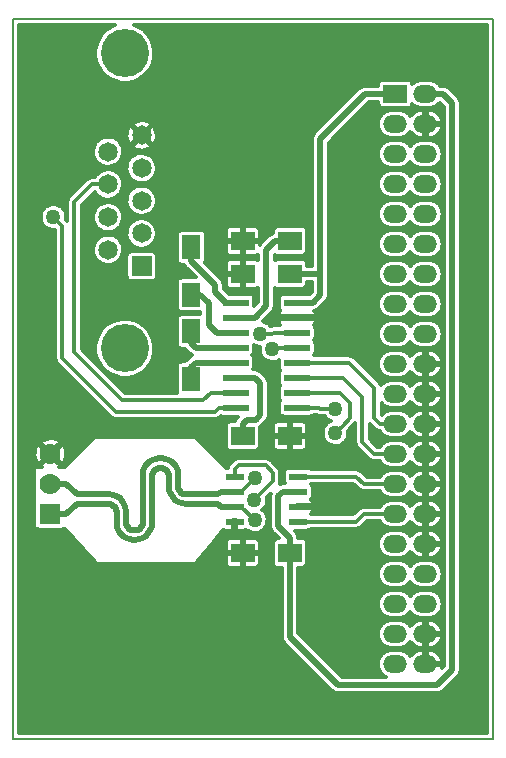
<source format=gbr>
G04 #@! TF.FileFunction,Copper,L1,Top,Signal*
%FSLAX46Y46*%
G04 Gerber Fmt 4.6, Leading zero omitted, Abs format (unit mm)*
G04 Created by KiCad (PCBNEW (2015-09-12 BZR 6188)-product) date vie 27 nov 2015 02:47:37 ART*
%MOMM*%
G01*
G04 APERTURE LIST*
%ADD10C,0.100000*%
%ADD11C,0.150000*%
%ADD12R,2.000000X1.524000*%
%ADD13O,2.000000X1.524000*%
%ADD14R,2.199640X0.599440*%
%ADD15R,1.600000X2.000000*%
%ADD16R,2.000000X1.600000*%
%ADD17R,1.651000X1.651000*%
%ADD18C,1.651000*%
%ADD19C,4.064000*%
%ADD20R,1.778000X1.778000*%
%ADD21C,1.778000*%
%ADD22R,1.520000X0.600000*%
%ADD23C,1.270000*%
%ADD24C,0.304800*%
%ADD25C,0.508000*%
%ADD26C,0.482600*%
G04 APERTURE END LIST*
D10*
D11*
X102235000Y-134620000D02*
X102235000Y-73660000D01*
X142875000Y-134620000D02*
X102235000Y-134620000D01*
X142875000Y-73660000D02*
X142875000Y-134620000D01*
X102235000Y-73660000D02*
X142875000Y-73660000D01*
D12*
X134620000Y-80010000D03*
D13*
X137160000Y-80010000D03*
X134620000Y-92710000D03*
X137160000Y-82550000D03*
X134620000Y-95250000D03*
X137160000Y-85090000D03*
X134620000Y-97790000D03*
X137160000Y-87630000D03*
X134620000Y-100330000D03*
X137160000Y-90170000D03*
X134620000Y-102870000D03*
X137160000Y-92710000D03*
X134620000Y-105410000D03*
X137160000Y-95250000D03*
X134620000Y-107950000D03*
X137160000Y-97790000D03*
X134620000Y-110490000D03*
X137160000Y-100330000D03*
X134620000Y-113030000D03*
X137160000Y-102870000D03*
X134620000Y-115570000D03*
X137160000Y-105410000D03*
X134620000Y-118110000D03*
X137160000Y-107950000D03*
X137160000Y-110490000D03*
X134620000Y-120650000D03*
X137160000Y-113030000D03*
X137160000Y-118110000D03*
X137160000Y-120650000D03*
X137160000Y-123190000D03*
X137160000Y-125730000D03*
X134620000Y-123190000D03*
X134620000Y-125730000D03*
X134620000Y-82550000D03*
X134620000Y-85090000D03*
X134620000Y-87630000D03*
X134620000Y-90170000D03*
X134620000Y-128270000D03*
X137160000Y-128270000D03*
X137160000Y-115570000D03*
D14*
X121099580Y-97663000D03*
X121099580Y-98933000D03*
X121099580Y-100203000D03*
X121099580Y-101473000D03*
X121099580Y-102743000D03*
X121099580Y-104013000D03*
X121099580Y-105283000D03*
X121099580Y-106553000D03*
X126296420Y-106553000D03*
X126296420Y-105283000D03*
X126296420Y-104013000D03*
X126296420Y-102743000D03*
X126296420Y-101473000D03*
X126296420Y-100203000D03*
X126296420Y-98933000D03*
X126296420Y-97663000D03*
D15*
X117348000Y-92996000D03*
X117348000Y-96996000D03*
X117348000Y-100108000D03*
X117348000Y-104108000D03*
D16*
X121698000Y-92456000D03*
X125698000Y-92456000D03*
X125698000Y-108966000D03*
X121698000Y-108966000D03*
X125698000Y-95250000D03*
X121698000Y-95250000D03*
D17*
X113132400Y-94584000D03*
D18*
X113132400Y-91815400D03*
X113132400Y-89046800D03*
X113132400Y-86278200D03*
X113132400Y-83509600D03*
X110287600Y-93199700D03*
X110287600Y-90431100D03*
X110287600Y-87662500D03*
X110287600Y-84893900D03*
D19*
X111710000Y-101543600D03*
X111710000Y-76550000D03*
D16*
X121698000Y-118872000D03*
X125698000Y-118872000D03*
D20*
X105410000Y-115570000D03*
D21*
X105410000Y-113030000D03*
X105410000Y-110490000D03*
D22*
X126398000Y-116205000D03*
X126398000Y-114935000D03*
X126398000Y-113665000D03*
X126398000Y-112395000D03*
X120998000Y-112395000D03*
X120998000Y-113665000D03*
X120998000Y-114935000D03*
X120998000Y-116205000D03*
D23*
X112014000Y-108204000D03*
X113538000Y-108204000D03*
X115062000Y-108204000D03*
X116586000Y-108204000D03*
X115316000Y-122428000D03*
X113792000Y-122428000D03*
X113792000Y-120904000D03*
X115316000Y-120904000D03*
X123190000Y-83820000D03*
X123190000Y-82296000D03*
X121666000Y-82296000D03*
X121666000Y-83820000D03*
X128396994Y-114173000D03*
X119634000Y-92456000D03*
X119634000Y-94488000D03*
X123698000Y-118872000D03*
X128524000Y-98806000D03*
X123698000Y-108966000D03*
X123190000Y-100330000D03*
X124206000Y-101600000D03*
X105664000Y-90424000D03*
X122681584Y-114351823D03*
X122697876Y-116078000D03*
X122697828Y-112522000D03*
X129540000Y-106680000D03*
X129540000Y-108712006D03*
D24*
X123698000Y-118872000D02*
X123698000Y-120396000D01*
X123698000Y-120396000D02*
X123190000Y-120904000D01*
X123190000Y-120904000D02*
X115316000Y-120904000D01*
X113538000Y-108204000D02*
X112014000Y-108204000D01*
X116586000Y-108204000D02*
X115062000Y-108204000D01*
X113792000Y-120904000D02*
X113792000Y-122428000D01*
X121666000Y-82296000D02*
X123190000Y-82296000D01*
X119634000Y-92456000D02*
X119634000Y-85852000D01*
X119634000Y-85852000D02*
X121666000Y-83820000D01*
D25*
X127666000Y-114935000D02*
X128396994Y-114204006D01*
X126398000Y-114935000D02*
X127666000Y-114935000D01*
X128396994Y-114204006D02*
X128396994Y-114173000D01*
X121698000Y-92456000D02*
X119634000Y-92456000D01*
X121698000Y-95250000D02*
X120396000Y-95250000D01*
X120396000Y-95250000D02*
X119634000Y-94488000D01*
X121698000Y-118872000D02*
X123698000Y-118872000D01*
X120998000Y-116205000D02*
X120998000Y-117013000D01*
X120998000Y-117013000D02*
X121698000Y-117713000D01*
X121698000Y-117713000D02*
X121698000Y-118872000D01*
X126296420Y-98933000D02*
X128397000Y-98933000D01*
X128397000Y-98933000D02*
X128524000Y-98806000D01*
X125698000Y-108966000D02*
X123698000Y-108966000D01*
X127635000Y-97663000D02*
X126296420Y-97663000D01*
X128270000Y-95168066D02*
X128270000Y-97028000D01*
X128270000Y-97028000D02*
X127635000Y-97663000D01*
X128270000Y-83820000D02*
X128270000Y-95168066D01*
X128188066Y-95250000D02*
X128270000Y-95168066D01*
X125698000Y-95250000D02*
X128188066Y-95250000D01*
X134620000Y-80010000D02*
X132080000Y-80010000D01*
X132080000Y-80010000D02*
X128270000Y-83820000D01*
X117348000Y-92996000D02*
X117348000Y-94141432D01*
X117348000Y-94141432D02*
X119380000Y-96173432D01*
X119380000Y-96173432D02*
X119380000Y-96774000D01*
X120269000Y-97663000D02*
X121099580Y-97663000D01*
X119380000Y-96774000D02*
X120269000Y-97663000D01*
X117348000Y-96996000D02*
X118078000Y-96996000D01*
X118821190Y-99532430D02*
X119491760Y-100203000D01*
X118078000Y-96996000D02*
X118821190Y-97739190D01*
X118821190Y-97739190D02*
X118821190Y-99532430D01*
X119491760Y-100203000D02*
X121099580Y-100203000D01*
X121099580Y-101473000D02*
X117729000Y-101473000D01*
X117729000Y-101473000D02*
X117348000Y-101092000D01*
X117348000Y-101092000D02*
X117348000Y-100108000D01*
X121099580Y-102743000D02*
X117729000Y-102743000D01*
X117729000Y-102743000D02*
X117348000Y-103124000D01*
X117348000Y-103124000D02*
X117348000Y-104108000D01*
X122707400Y-98933000D02*
X121099580Y-98933000D01*
X124460000Y-92456000D02*
X123698000Y-93218000D01*
X123698000Y-97942400D02*
X122707400Y-98933000D01*
X125698000Y-92456000D02*
X124460000Y-92456000D01*
X123698000Y-93218000D02*
X123698000Y-97942400D01*
X121698000Y-108966000D02*
X121698000Y-107918000D01*
X121698000Y-107918000D02*
X122047000Y-107569000D01*
X122047000Y-107569000D02*
X122809000Y-107569000D01*
X122809000Y-107569000D02*
X123190000Y-107188000D01*
X122707400Y-104013000D02*
X121099580Y-104013000D01*
X123190000Y-107188000D02*
X123190000Y-104495600D01*
X123190000Y-104495600D02*
X122707400Y-104013000D01*
D24*
X123190000Y-100330000D02*
X124206000Y-100330000D01*
X124206000Y-100330000D02*
X124333000Y-100203000D01*
X124333000Y-100203000D02*
X126296420Y-100203000D01*
X124333000Y-101473000D02*
X124206000Y-101600000D01*
X126296420Y-101473000D02*
X124333000Y-101473000D01*
X106426000Y-102362000D02*
X106426000Y-91186000D01*
X106426000Y-91186000D02*
X105664000Y-90424000D01*
X110998000Y-106934000D02*
X106426000Y-102362000D01*
X119313960Y-106934000D02*
X110998000Y-106934000D01*
X121099580Y-106553000D02*
X119694960Y-106553000D01*
X119694960Y-106553000D02*
X119313960Y-106934000D01*
X110287600Y-87662500D02*
X108933500Y-87662500D01*
X108933500Y-87662500D02*
X107442000Y-89154000D01*
X107442000Y-89154000D02*
X107442000Y-101854000D01*
X107442000Y-101854000D02*
X111506000Y-105918000D01*
X111506000Y-105918000D02*
X118364000Y-105918000D01*
X118364000Y-105918000D02*
X118999000Y-105283000D01*
X118999000Y-105283000D02*
X121099580Y-105283000D01*
D25*
X125698000Y-118872000D02*
X125698000Y-125952000D01*
X125698000Y-125952000D02*
X129794000Y-130048000D01*
X139446000Y-128765718D02*
X139446000Y-80788000D01*
X129794000Y-130048000D02*
X138163718Y-130048000D01*
X138163718Y-130048000D02*
X139446000Y-128765718D01*
X139446000Y-80788000D02*
X138668000Y-80010000D01*
X138668000Y-80010000D02*
X137160000Y-80010000D01*
X124714000Y-114081000D02*
X124714000Y-116580000D01*
X124714000Y-116580000D02*
X125698000Y-117564000D01*
X125698000Y-117564000D02*
X125698000Y-118872000D01*
X126398000Y-113665000D02*
X125130000Y-113665000D01*
X125130000Y-113665000D02*
X124714000Y-114081000D01*
D24*
X123316583Y-113716824D02*
X122681584Y-114351823D01*
X124265477Y-112767930D02*
X123316583Y-113716824D01*
X124265477Y-112073477D02*
X124265477Y-112767930D01*
X123621798Y-111429798D02*
X124265477Y-112073477D01*
X120998000Y-111790200D02*
X121358402Y-111429798D01*
X120998000Y-112395000D02*
X120998000Y-111790200D01*
X121358402Y-111429798D02*
X123621798Y-111429798D01*
D26*
X119858000Y-114935000D02*
X120998000Y-114935000D01*
X105410000Y-115570000D02*
X106743500Y-115570000D01*
X113214918Y-117597315D02*
X113483125Y-117428789D01*
X110299218Y-114693700D02*
X110458075Y-114711598D01*
X115372819Y-112054151D02*
X115425619Y-112205043D01*
X113483125Y-117428789D02*
X113707107Y-117204807D01*
X111321728Y-117204807D02*
X111545710Y-117428789D01*
X106743500Y-115570000D02*
X107619800Y-114693700D01*
X115976110Y-114385090D02*
X116244317Y-114553616D01*
X116244317Y-114553616D02*
X116543300Y-114658235D01*
X111013118Y-116322850D02*
X111048583Y-116637617D01*
X110942419Y-115097850D02*
X110995219Y-115248742D01*
X111153202Y-116936600D02*
X111321728Y-117204807D01*
X107619800Y-114693700D02*
X110299218Y-114693700D01*
X110458075Y-114711598D02*
X110608967Y-114764398D01*
X111813917Y-117597315D02*
X112112900Y-117701934D01*
X110608967Y-114764398D02*
X110744327Y-114849450D01*
X110995219Y-115248742D02*
X111013118Y-115407600D01*
X110744327Y-114849450D02*
X110857367Y-114962490D01*
X112601168Y-117737400D02*
X112915935Y-117701934D01*
X115287767Y-111918791D02*
X115372819Y-112054151D01*
X110857367Y-114962490D02*
X110942419Y-115097850D01*
X112915935Y-117701934D02*
X113214918Y-117597315D01*
X111013118Y-115407600D02*
X111013118Y-116322850D01*
X111048583Y-116637617D02*
X111153202Y-116936600D01*
X114729618Y-111650000D02*
X114888475Y-111667899D01*
X111545710Y-117428789D02*
X111813917Y-117597315D01*
X114015718Y-112363900D02*
X114033616Y-112205043D01*
X114284508Y-111805751D02*
X114419868Y-111720699D01*
X115174727Y-111805751D02*
X115287767Y-111918791D01*
X112112900Y-117701934D02*
X112427667Y-117737400D01*
X112427667Y-117737400D02*
X112601168Y-117737400D01*
X113707107Y-117204807D02*
X113875633Y-116936600D01*
X115583602Y-113892901D02*
X115752128Y-114161108D01*
X114033616Y-112205043D02*
X114086416Y-112054151D01*
X113875633Y-116936600D02*
X113980252Y-116637617D01*
X113980252Y-116637617D02*
X114015718Y-116322850D01*
X116543300Y-114658235D02*
X116858067Y-114693700D01*
X115478983Y-113593918D02*
X115583602Y-113892901D01*
X114015718Y-116322850D02*
X114015718Y-112363900D01*
X114888475Y-111667899D02*
X115039367Y-111720699D01*
X114086416Y-112054151D02*
X114171468Y-111918791D01*
X114171468Y-111918791D02*
X114284508Y-111805751D01*
X114419868Y-111720699D02*
X114570760Y-111667899D01*
X114570760Y-111667899D02*
X114729618Y-111650000D01*
X115039367Y-111720699D02*
X115174727Y-111805751D01*
X115425619Y-112205043D02*
X115443518Y-112363900D01*
X116858067Y-114693700D02*
X119616700Y-114693700D01*
X115443518Y-112363900D02*
X115443518Y-113279151D01*
X115443518Y-113279151D02*
X115478983Y-113593918D01*
X119616700Y-114693700D02*
X119858000Y-114935000D01*
X115752128Y-114161108D02*
X115976110Y-114385090D01*
D24*
X120998000Y-114935000D02*
X121554876Y-114935000D01*
X121554876Y-114935000D02*
X122697876Y-116078000D01*
X122681992Y-116078000D02*
X122697876Y-116078000D01*
D26*
X111267925Y-114214910D02*
X111491907Y-114438892D01*
X111818416Y-116394957D02*
X111871216Y-116545849D01*
X113157619Y-116545849D02*
X113210419Y-116394957D01*
X113210419Y-116394957D02*
X113228318Y-116236100D01*
X105410000Y-113030000D02*
X106743500Y-113030000D01*
X115430118Y-111002685D02*
X115698325Y-111171211D01*
X116248816Y-113351258D02*
X116301616Y-113502150D01*
X112514418Y-116950000D02*
X112673275Y-116932101D01*
X114029117Y-111002685D02*
X114328100Y-110898066D01*
X119616700Y-113906300D02*
X119858000Y-113665000D01*
X116635068Y-113835602D02*
X116785960Y-113888402D01*
X111800518Y-115320849D02*
X111800518Y-116236100D01*
X113368402Y-111663400D02*
X113536928Y-111395193D01*
X111956268Y-116681209D02*
X112069308Y-116794249D01*
X111491907Y-114438892D02*
X111660433Y-114707099D01*
X110700735Y-113941765D02*
X110999718Y-114046384D01*
X106743500Y-113030000D02*
X107619800Y-113906300D01*
X113072567Y-116681209D02*
X113157619Y-116545849D01*
X113760910Y-111171211D02*
X114029117Y-111002685D01*
X112204668Y-116879301D02*
X112355560Y-116932101D01*
X112673275Y-116932101D02*
X112824167Y-116879301D01*
X116785960Y-113888402D02*
X116944818Y-113906300D01*
X107619800Y-113906300D02*
X110385968Y-113906300D01*
X116386668Y-113637510D02*
X116499708Y-113750550D01*
X111660433Y-114707099D02*
X111765052Y-115006082D01*
X110385968Y-113906300D02*
X110700735Y-113941765D01*
X110999718Y-114046384D02*
X111267925Y-114214910D01*
X111765052Y-115006082D02*
X111800518Y-115320849D01*
X113228318Y-112277150D02*
X113263783Y-111962383D01*
X116301616Y-113502150D02*
X116386668Y-113637510D01*
X111800518Y-116236100D02*
X111818416Y-116394957D01*
X111871216Y-116545849D02*
X111956268Y-116681209D01*
X112069308Y-116794249D02*
X112204668Y-116879301D01*
X113263783Y-111962383D02*
X113368402Y-111663400D01*
X112355560Y-116932101D02*
X112514418Y-116950000D01*
X116195452Y-111962383D02*
X116230918Y-112277150D01*
X112824167Y-116879301D02*
X112959527Y-116794249D01*
X112959527Y-116794249D02*
X113072567Y-116681209D01*
X113228318Y-116236100D02*
X113228318Y-112277150D01*
X113536928Y-111395193D02*
X113760910Y-111171211D01*
X114328100Y-110898066D02*
X114642867Y-110862600D01*
X114642867Y-110862600D02*
X114816368Y-110862600D01*
X114816368Y-110862600D02*
X115131135Y-110898066D01*
X115131135Y-110898066D02*
X115430118Y-111002685D01*
X115698325Y-111171211D02*
X115922307Y-111395193D01*
X115922307Y-111395193D02*
X116090833Y-111663400D01*
X116090833Y-111663400D02*
X116195452Y-111962383D01*
X116230918Y-112277150D02*
X116230918Y-113192400D01*
X116230918Y-113192400D02*
X116248816Y-113351258D01*
X116499708Y-113750550D02*
X116635068Y-113835602D01*
X116944818Y-113906300D02*
X119616700Y-113906300D01*
X119858000Y-113665000D02*
X120998000Y-113665000D01*
D24*
X122697828Y-112522000D02*
X121554828Y-113665000D01*
X121554828Y-113665000D02*
X120998000Y-113665000D01*
X128270000Y-106680000D02*
X128143000Y-106553000D01*
X128143000Y-106553000D02*
X126296420Y-106553000D01*
X129540000Y-106680000D02*
X128270000Y-106680000D01*
X130810000Y-106172000D02*
X130810000Y-107442006D01*
X130810000Y-107442006D02*
X130174999Y-108077007D01*
X129921000Y-105283000D02*
X130810000Y-106172000D01*
X126296420Y-105283000D02*
X129921000Y-105283000D01*
X130174999Y-108077007D02*
X129540000Y-108712006D01*
X126296420Y-104013000D02*
X130175000Y-104013000D01*
X130175000Y-104013000D02*
X131826000Y-105664000D01*
X131826000Y-105664000D02*
X131826000Y-109474000D01*
X131826000Y-109474000D02*
X132842000Y-110490000D01*
X132842000Y-110490000D02*
X134620000Y-110490000D01*
X126296420Y-102743000D02*
X130683000Y-102743000D01*
X130683000Y-102743000D02*
X132842000Y-104902000D01*
X132842000Y-104902000D02*
X132842000Y-107476800D01*
X132842000Y-107476800D02*
X133315200Y-107950000D01*
X133315200Y-107950000D02*
X134620000Y-107950000D01*
X126398000Y-116205000D02*
X131318000Y-116205000D01*
X131318000Y-116205000D02*
X131953000Y-115570000D01*
X131953000Y-115570000D02*
X134620000Y-115570000D01*
X126398000Y-112395000D02*
X131318000Y-112395000D01*
X131318000Y-112395000D02*
X131953000Y-113030000D01*
X131953000Y-113030000D02*
X134620000Y-113030000D01*
G36*
X110551184Y-74333389D02*
X110142711Y-74600686D01*
X109793936Y-74942231D01*
X109518143Y-75345017D01*
X109325838Y-75793699D01*
X109224344Y-76271189D01*
X109217528Y-76759299D01*
X109305650Y-77239436D01*
X109485353Y-77693313D01*
X109749791Y-78103642D01*
X110088894Y-78454793D01*
X110489744Y-78733391D01*
X110937073Y-78928824D01*
X111413843Y-79033649D01*
X111901893Y-79043872D01*
X112382634Y-78959105D01*
X112837755Y-78782575D01*
X113249920Y-78521007D01*
X113603429Y-78184364D01*
X113884819Y-77785469D01*
X114083370Y-77339515D01*
X114191521Y-76863489D01*
X114199307Y-76305921D01*
X114104490Y-75827061D01*
X113918467Y-75375737D01*
X113648325Y-74969140D01*
X113304353Y-74622758D01*
X112899652Y-74349784D01*
X112524774Y-74192200D01*
X142342800Y-74192200D01*
X142342800Y-134087800D01*
X102767200Y-134087800D01*
X102767200Y-111760000D01*
X103987600Y-111760000D01*
X103987600Y-116713000D01*
X103998023Y-116768391D01*
X104030758Y-116819264D01*
X104080708Y-116853393D01*
X104140000Y-116865400D01*
X104315758Y-116865400D01*
X104393011Y-116900223D01*
X104521000Y-116918412D01*
X106299000Y-116918412D01*
X106371807Y-116912606D01*
X106495297Y-116874364D01*
X106508900Y-116865400D01*
X106612779Y-116865400D01*
X109234455Y-119736759D01*
X109287708Y-119774393D01*
X109347000Y-119786400D01*
X117602000Y-119786400D01*
X117671895Y-119769427D01*
X117719077Y-119731564D01*
X118255463Y-119087900D01*
X120240800Y-119087900D01*
X120240800Y-119717031D01*
X120258370Y-119805361D01*
X120292835Y-119888566D01*
X120342870Y-119963448D01*
X120406552Y-120027131D01*
X120481435Y-120077165D01*
X120564640Y-120111630D01*
X120652970Y-120129200D01*
X121482100Y-120129200D01*
X121596400Y-120014900D01*
X121596400Y-118973600D01*
X121799600Y-118973600D01*
X121799600Y-120014900D01*
X121913900Y-120129200D01*
X122743030Y-120129200D01*
X122831360Y-120111630D01*
X122914565Y-120077165D01*
X122989448Y-120027131D01*
X123053130Y-119963448D01*
X123103165Y-119888566D01*
X123137630Y-119805361D01*
X123155200Y-119717031D01*
X123155200Y-119087900D01*
X123040900Y-118973600D01*
X121799600Y-118973600D01*
X121596400Y-118973600D01*
X120355100Y-118973600D01*
X120240800Y-119087900D01*
X118255463Y-119087900D01*
X119139572Y-118026969D01*
X120240800Y-118026969D01*
X120240800Y-118656100D01*
X120355100Y-118770400D01*
X121596400Y-118770400D01*
X121596400Y-117729100D01*
X121799600Y-117729100D01*
X121799600Y-118770400D01*
X123040900Y-118770400D01*
X123155200Y-118656100D01*
X123155200Y-118026969D01*
X123137630Y-117938639D01*
X123103165Y-117855434D01*
X123053130Y-117780552D01*
X122989448Y-117716869D01*
X122914565Y-117666835D01*
X122831360Y-117632370D01*
X122743030Y-117614800D01*
X121913900Y-117614800D01*
X121799600Y-117729100D01*
X121596400Y-117729100D01*
X121482100Y-117614800D01*
X120652970Y-117614800D01*
X120564640Y-117632370D01*
X120481435Y-117666835D01*
X120406552Y-117716869D01*
X120342870Y-117780552D01*
X120292835Y-117855434D01*
X120258370Y-117938639D01*
X120240800Y-118026969D01*
X119139572Y-118026969D01*
X120057718Y-116925195D01*
X120104639Y-116944630D01*
X120192969Y-116962200D01*
X120782100Y-116962200D01*
X120896400Y-116847900D01*
X120896400Y-116306600D01*
X120876400Y-116306600D01*
X120876400Y-116103400D01*
X120896400Y-116103400D01*
X120896400Y-116083400D01*
X121099600Y-116083400D01*
X121099600Y-116103400D01*
X121119600Y-116103400D01*
X121119600Y-116306600D01*
X121099600Y-116306600D01*
X121099600Y-116847900D01*
X121213900Y-116962200D01*
X121803031Y-116962200D01*
X121891361Y-116944630D01*
X121974566Y-116910165D01*
X121979744Y-116906705D01*
X121986574Y-116913777D01*
X122162457Y-117036019D01*
X122358734Y-117121770D01*
X122567929Y-117167765D01*
X122782074Y-117172250D01*
X122993011Y-117135056D01*
X123192707Y-117057600D01*
X123373555Y-116942830D01*
X123528667Y-116795119D01*
X123652134Y-116620094D01*
X123739253Y-116424420D01*
X123786707Y-116215551D01*
X123790123Y-115970904D01*
X123748520Y-115760792D01*
X123666898Y-115562762D01*
X123548366Y-115384357D01*
X123397439Y-115232373D01*
X123364258Y-115209992D01*
X123512375Y-115068942D01*
X123635842Y-114893917D01*
X123722961Y-114698243D01*
X123770415Y-114489374D01*
X123773831Y-114244727D01*
X123753494Y-114142017D01*
X124044022Y-113851489D01*
X124038208Y-113870504D01*
X124018341Y-113933133D01*
X124017924Y-113936851D01*
X124016831Y-113940426D01*
X124010193Y-114005772D01*
X124002869Y-114071070D01*
X124002818Y-114078377D01*
X124002804Y-114078517D01*
X124002816Y-114078648D01*
X124002800Y-114081000D01*
X124002800Y-116580000D01*
X124009207Y-116645346D01*
X124014936Y-116710826D01*
X124015980Y-116714421D01*
X124016345Y-116718139D01*
X124035321Y-116780990D01*
X124053661Y-116844117D01*
X124055382Y-116847438D01*
X124056463Y-116851017D01*
X124087299Y-116909012D01*
X124117537Y-116967347D01*
X124119870Y-116970270D01*
X124121626Y-116973572D01*
X124163151Y-117024487D01*
X124204133Y-117075824D01*
X124209262Y-117081024D01*
X124209353Y-117081136D01*
X124209457Y-117081222D01*
X124211106Y-117082894D01*
X124740800Y-117612588D01*
X124698000Y-117612588D01*
X124625193Y-117618394D01*
X124501703Y-117656636D01*
X124393757Y-117727768D01*
X124309902Y-117826156D01*
X124256777Y-117944011D01*
X124238588Y-118072000D01*
X124238588Y-119672000D01*
X124244394Y-119744807D01*
X124282636Y-119868297D01*
X124353768Y-119976243D01*
X124452156Y-120060098D01*
X124570011Y-120113223D01*
X124698000Y-120131412D01*
X124986800Y-120131412D01*
X124986800Y-125952000D01*
X124993207Y-126017346D01*
X124998936Y-126082826D01*
X124999980Y-126086421D01*
X125000345Y-126090139D01*
X125019321Y-126152990D01*
X125037661Y-126216117D01*
X125039382Y-126219438D01*
X125040463Y-126223017D01*
X125071299Y-126281012D01*
X125101537Y-126339347D01*
X125103870Y-126342270D01*
X125105626Y-126345572D01*
X125147151Y-126396487D01*
X125188133Y-126447824D01*
X125193262Y-126453024D01*
X125193353Y-126453136D01*
X125193457Y-126453222D01*
X125195106Y-126454894D01*
X129291106Y-130550895D01*
X129341835Y-130592564D01*
X129392195Y-130634821D01*
X129395476Y-130636625D01*
X129398363Y-130638996D01*
X129456238Y-130670028D01*
X129513829Y-130701689D01*
X129517393Y-130702819D01*
X129520689Y-130704587D01*
X129583504Y-130723792D01*
X129646133Y-130743659D01*
X129649851Y-130744076D01*
X129653426Y-130745169D01*
X129718768Y-130751806D01*
X129784070Y-130759131D01*
X129791378Y-130759182D01*
X129791518Y-130759196D01*
X129791649Y-130759184D01*
X129794000Y-130759200D01*
X138163718Y-130759200D01*
X138229064Y-130752793D01*
X138294544Y-130747064D01*
X138298139Y-130746020D01*
X138301857Y-130745655D01*
X138364708Y-130726679D01*
X138427835Y-130708339D01*
X138431156Y-130706618D01*
X138434735Y-130705537D01*
X138492730Y-130674701D01*
X138551065Y-130644463D01*
X138553988Y-130642130D01*
X138557290Y-130640374D01*
X138608205Y-130598849D01*
X138659542Y-130557867D01*
X138664742Y-130552738D01*
X138664854Y-130552647D01*
X138664940Y-130552543D01*
X138666612Y-130550894D01*
X139948895Y-129268612D01*
X139990564Y-129217883D01*
X140032821Y-129167523D01*
X140034625Y-129164242D01*
X140036996Y-129161355D01*
X140068028Y-129103480D01*
X140099689Y-129045889D01*
X140100819Y-129042325D01*
X140102587Y-129039029D01*
X140121792Y-128976214D01*
X140141659Y-128913585D01*
X140142076Y-128909867D01*
X140143169Y-128906292D01*
X140149806Y-128840950D01*
X140157131Y-128775648D01*
X140157182Y-128768340D01*
X140157196Y-128768200D01*
X140157184Y-128768069D01*
X140157200Y-128765718D01*
X140157200Y-80788000D01*
X140150793Y-80722654D01*
X140145064Y-80657174D01*
X140144020Y-80653579D01*
X140143655Y-80649861D01*
X140124679Y-80587010D01*
X140106339Y-80523883D01*
X140104618Y-80520562D01*
X140103537Y-80516983D01*
X140072712Y-80459008D01*
X140042463Y-80400652D01*
X140040128Y-80397727D01*
X140038374Y-80394428D01*
X139996866Y-80343535D01*
X139955867Y-80292176D01*
X139950738Y-80286976D01*
X139950647Y-80286864D01*
X139950543Y-80286778D01*
X139948894Y-80285106D01*
X139170894Y-79507106D01*
X139120172Y-79465442D01*
X139069805Y-79423179D01*
X139066526Y-79421377D01*
X139063638Y-79419004D01*
X139005742Y-79387960D01*
X138948171Y-79356311D01*
X138944608Y-79355181D01*
X138941311Y-79353413D01*
X138878496Y-79334208D01*
X138815867Y-79314341D01*
X138812149Y-79313924D01*
X138808574Y-79312831D01*
X138743228Y-79306193D01*
X138677930Y-79298869D01*
X138670623Y-79298818D01*
X138670483Y-79298804D01*
X138670352Y-79298816D01*
X138668000Y-79298800D01*
X138390170Y-79298800D01*
X138276136Y-79156970D01*
X138093859Y-79004022D01*
X137885345Y-78889390D01*
X137658537Y-78817442D01*
X137422074Y-78790919D01*
X137405051Y-78790800D01*
X136914949Y-78790800D01*
X136678138Y-78814019D01*
X136450348Y-78882793D01*
X136240254Y-78994502D01*
X136062536Y-79139446D01*
X136035364Y-79051703D01*
X135964232Y-78943757D01*
X135865844Y-78859902D01*
X135747989Y-78806777D01*
X135620000Y-78788588D01*
X133620000Y-78788588D01*
X133547193Y-78794394D01*
X133423703Y-78832636D01*
X133315757Y-78903768D01*
X133231902Y-79002156D01*
X133178777Y-79120011D01*
X133160588Y-79248000D01*
X133160588Y-79298800D01*
X132080000Y-79298800D01*
X132014699Y-79305203D01*
X131949174Y-79310936D01*
X131945579Y-79311980D01*
X131941861Y-79312345D01*
X131879010Y-79331321D01*
X131815883Y-79349661D01*
X131812562Y-79351382D01*
X131808983Y-79352463D01*
X131750988Y-79383299D01*
X131692653Y-79413537D01*
X131689730Y-79415870D01*
X131686428Y-79417626D01*
X131635513Y-79459151D01*
X131584176Y-79500133D01*
X131578972Y-79505265D01*
X131578864Y-79505353D01*
X131578782Y-79505453D01*
X131577106Y-79507105D01*
X127767106Y-83317106D01*
X127725442Y-83367828D01*
X127683179Y-83418195D01*
X127681377Y-83421474D01*
X127679004Y-83424362D01*
X127647960Y-83482258D01*
X127616311Y-83539829D01*
X127615181Y-83543392D01*
X127613413Y-83546689D01*
X127594208Y-83609504D01*
X127574341Y-83672133D01*
X127573924Y-83675851D01*
X127572831Y-83679426D01*
X127566193Y-83744772D01*
X127558869Y-83810070D01*
X127558818Y-83817377D01*
X127558804Y-83817517D01*
X127558816Y-83817648D01*
X127558800Y-83820000D01*
X127558800Y-94538800D01*
X127157412Y-94538800D01*
X127157412Y-94450000D01*
X127151606Y-94377193D01*
X127113364Y-94253703D01*
X127042232Y-94145757D01*
X126943844Y-94061902D01*
X126825989Y-94008777D01*
X126698000Y-93990588D01*
X124698000Y-93990588D01*
X124625193Y-93996394D01*
X124501703Y-94034636D01*
X124409200Y-94095592D01*
X124409200Y-93607487D01*
X124452156Y-93644098D01*
X124570011Y-93697223D01*
X124698000Y-93715412D01*
X126698000Y-93715412D01*
X126770807Y-93709606D01*
X126894297Y-93671364D01*
X127002243Y-93600232D01*
X127086098Y-93501844D01*
X127139223Y-93383989D01*
X127157412Y-93256000D01*
X127157412Y-91656000D01*
X127151606Y-91583193D01*
X127113364Y-91459703D01*
X127042232Y-91351757D01*
X126943844Y-91267902D01*
X126825989Y-91214777D01*
X126698000Y-91196588D01*
X124698000Y-91196588D01*
X124625193Y-91202394D01*
X124501703Y-91240636D01*
X124393757Y-91311768D01*
X124309902Y-91410156D01*
X124256777Y-91528011D01*
X124238588Y-91656000D01*
X124238588Y-91783254D01*
X124195883Y-91795661D01*
X124192562Y-91797382D01*
X124188983Y-91798463D01*
X124130988Y-91829299D01*
X124072653Y-91859537D01*
X124069730Y-91861870D01*
X124066428Y-91863626D01*
X124015513Y-91905151D01*
X123964176Y-91946133D01*
X123958972Y-91951265D01*
X123958864Y-91951353D01*
X123958782Y-91951453D01*
X123957106Y-91953105D01*
X123195106Y-92715106D01*
X123155200Y-92763688D01*
X123155200Y-92671900D01*
X123040900Y-92557600D01*
X121799600Y-92557600D01*
X121799600Y-93598900D01*
X121913900Y-93713200D01*
X122743030Y-93713200D01*
X122831360Y-93695630D01*
X122914565Y-93661165D01*
X122986800Y-93612900D01*
X122986800Y-94093100D01*
X122914565Y-94044835D01*
X122831360Y-94010370D01*
X122743030Y-93992800D01*
X121913900Y-93992800D01*
X121799600Y-94107100D01*
X121799600Y-95148400D01*
X121819600Y-95148400D01*
X121819600Y-95351600D01*
X121799600Y-95351600D01*
X121799600Y-96392900D01*
X121913900Y-96507200D01*
X122743030Y-96507200D01*
X122831360Y-96489630D01*
X122914565Y-96455165D01*
X122986800Y-96406900D01*
X122986800Y-97647812D01*
X122656645Y-97977967D01*
X122658812Y-97962720D01*
X122658812Y-97363280D01*
X122653006Y-97290473D01*
X122614764Y-97166983D01*
X122543632Y-97059037D01*
X122445244Y-96975182D01*
X122327389Y-96922057D01*
X122199400Y-96903868D01*
X120515656Y-96903868D01*
X120091200Y-96479412D01*
X120091200Y-96173432D01*
X120084793Y-96108086D01*
X120079064Y-96042606D01*
X120078020Y-96039011D01*
X120077655Y-96035293D01*
X120058679Y-95972442D01*
X120040339Y-95909315D01*
X120038618Y-95905994D01*
X120037537Y-95902415D01*
X120006701Y-95844420D01*
X119976463Y-95786085D01*
X119974130Y-95783162D01*
X119972374Y-95779860D01*
X119930849Y-95728945D01*
X119889867Y-95677608D01*
X119884738Y-95672408D01*
X119884647Y-95672296D01*
X119884543Y-95672210D01*
X119882894Y-95670538D01*
X119678256Y-95465900D01*
X120240800Y-95465900D01*
X120240800Y-96095031D01*
X120258370Y-96183361D01*
X120292835Y-96266566D01*
X120342870Y-96341448D01*
X120406552Y-96405131D01*
X120481435Y-96455165D01*
X120564640Y-96489630D01*
X120652970Y-96507200D01*
X121482100Y-96507200D01*
X121596400Y-96392900D01*
X121596400Y-95351600D01*
X120355100Y-95351600D01*
X120240800Y-95465900D01*
X119678256Y-95465900D01*
X118617325Y-94404969D01*
X120240800Y-94404969D01*
X120240800Y-95034100D01*
X120355100Y-95148400D01*
X121596400Y-95148400D01*
X121596400Y-94107100D01*
X121482100Y-93992800D01*
X120652970Y-93992800D01*
X120564640Y-94010370D01*
X120481435Y-94044835D01*
X120406552Y-94094869D01*
X120342870Y-94158552D01*
X120292835Y-94233434D01*
X120258370Y-94316639D01*
X120240800Y-94404969D01*
X118617325Y-94404969D01*
X118498414Y-94286058D01*
X118536098Y-94241844D01*
X118589223Y-94123989D01*
X118607412Y-93996000D01*
X118607412Y-92671900D01*
X120240800Y-92671900D01*
X120240800Y-93301031D01*
X120258370Y-93389361D01*
X120292835Y-93472566D01*
X120342870Y-93547448D01*
X120406552Y-93611131D01*
X120481435Y-93661165D01*
X120564640Y-93695630D01*
X120652970Y-93713200D01*
X121482100Y-93713200D01*
X121596400Y-93598900D01*
X121596400Y-92557600D01*
X120355100Y-92557600D01*
X120240800Y-92671900D01*
X118607412Y-92671900D01*
X118607412Y-91996000D01*
X118601606Y-91923193D01*
X118563364Y-91799703D01*
X118492232Y-91691757D01*
X118397443Y-91610969D01*
X120240800Y-91610969D01*
X120240800Y-92240100D01*
X120355100Y-92354400D01*
X121596400Y-92354400D01*
X121596400Y-91313100D01*
X121799600Y-91313100D01*
X121799600Y-92354400D01*
X123040900Y-92354400D01*
X123155200Y-92240100D01*
X123155200Y-91610969D01*
X123137630Y-91522639D01*
X123103165Y-91439434D01*
X123053130Y-91364552D01*
X122989448Y-91300869D01*
X122914565Y-91250835D01*
X122831360Y-91216370D01*
X122743030Y-91198800D01*
X121913900Y-91198800D01*
X121799600Y-91313100D01*
X121596400Y-91313100D01*
X121482100Y-91198800D01*
X120652970Y-91198800D01*
X120564640Y-91216370D01*
X120481435Y-91250835D01*
X120406552Y-91300869D01*
X120342870Y-91364552D01*
X120292835Y-91439434D01*
X120258370Y-91522639D01*
X120240800Y-91610969D01*
X118397443Y-91610969D01*
X118393844Y-91607902D01*
X118275989Y-91554777D01*
X118148000Y-91536588D01*
X116548000Y-91536588D01*
X116475193Y-91542394D01*
X116351703Y-91580636D01*
X116243757Y-91651768D01*
X116159902Y-91750156D01*
X116106777Y-91868011D01*
X116088588Y-91996000D01*
X116088588Y-93996000D01*
X116094394Y-94068807D01*
X116132636Y-94192297D01*
X116203768Y-94300243D01*
X116302156Y-94384098D01*
X116420011Y-94437223D01*
X116548000Y-94455412D01*
X116713307Y-94455412D01*
X116721299Y-94470444D01*
X116751537Y-94528779D01*
X116753870Y-94531702D01*
X116755626Y-94535004D01*
X116797151Y-94585919D01*
X116838133Y-94637256D01*
X116843262Y-94642456D01*
X116843353Y-94642568D01*
X116843457Y-94642654D01*
X116845106Y-94644326D01*
X117737368Y-95536588D01*
X116548000Y-95536588D01*
X116475193Y-95542394D01*
X116351703Y-95580636D01*
X116243757Y-95651768D01*
X116159902Y-95750156D01*
X116106777Y-95868011D01*
X116088588Y-95996000D01*
X116088588Y-97996000D01*
X116094394Y-98068807D01*
X116132636Y-98192297D01*
X116203768Y-98300243D01*
X116302156Y-98384098D01*
X116420011Y-98437223D01*
X116548000Y-98455412D01*
X118109990Y-98455412D01*
X118109990Y-98648588D01*
X116548000Y-98648588D01*
X116475193Y-98654394D01*
X116351703Y-98692636D01*
X116243757Y-98763768D01*
X116159902Y-98862156D01*
X116106777Y-98980011D01*
X116088588Y-99108000D01*
X116088588Y-101108000D01*
X116094394Y-101180807D01*
X116132636Y-101304297D01*
X116203768Y-101412243D01*
X116302156Y-101496098D01*
X116420011Y-101549223D01*
X116548000Y-101567412D01*
X116821838Y-101567412D01*
X116838133Y-101587824D01*
X116843262Y-101593024D01*
X116843353Y-101593136D01*
X116843457Y-101593222D01*
X116845106Y-101594894D01*
X117226105Y-101975894D01*
X117276825Y-102017556D01*
X117327195Y-102059821D01*
X117330477Y-102061625D01*
X117333362Y-102063995D01*
X117391220Y-102095018D01*
X117415209Y-102108206D01*
X117399973Y-102116307D01*
X117341652Y-102146537D01*
X117338727Y-102148872D01*
X117335428Y-102150626D01*
X117284535Y-102192134D01*
X117233176Y-102233133D01*
X117227972Y-102238265D01*
X117227864Y-102238353D01*
X117227781Y-102238453D01*
X117226105Y-102240106D01*
X116845106Y-102621106D01*
X116822532Y-102648588D01*
X116548000Y-102648588D01*
X116475193Y-102654394D01*
X116351703Y-102692636D01*
X116243757Y-102763768D01*
X116159902Y-102862156D01*
X116106777Y-102980011D01*
X116088588Y-103108000D01*
X116088588Y-105108000D01*
X116094394Y-105180807D01*
X116132636Y-105304297D01*
X116135340Y-105308400D01*
X111758504Y-105308400D01*
X108203003Y-101752899D01*
X109217528Y-101752899D01*
X109305650Y-102233036D01*
X109485353Y-102686913D01*
X109749791Y-103097242D01*
X110088894Y-103448393D01*
X110489744Y-103726991D01*
X110937073Y-103922424D01*
X111413843Y-104027249D01*
X111901893Y-104037472D01*
X112382634Y-103952705D01*
X112837755Y-103776175D01*
X113249920Y-103514607D01*
X113603429Y-103177964D01*
X113884819Y-102779069D01*
X114083370Y-102333115D01*
X114191521Y-101857089D01*
X114199307Y-101299521D01*
X114104490Y-100820661D01*
X113918467Y-100369337D01*
X113648325Y-99962740D01*
X113304353Y-99616358D01*
X112899652Y-99343384D01*
X112449638Y-99154216D01*
X111971451Y-99056058D01*
X111483306Y-99052650D01*
X111003795Y-99144122D01*
X110551184Y-99326989D01*
X110142711Y-99594286D01*
X109793936Y-99935831D01*
X109518143Y-100338617D01*
X109325838Y-100787299D01*
X109224344Y-101264789D01*
X109217528Y-101752899D01*
X108203003Y-101752899D01*
X108051600Y-101601496D01*
X108051600Y-93307553D01*
X109003214Y-93307553D01*
X109048624Y-93554971D01*
X109141226Y-93788856D01*
X109277493Y-94000301D01*
X109452234Y-94181251D01*
X109658795Y-94324815D01*
X109889306Y-94425522D01*
X110134988Y-94479539D01*
X110386484Y-94484807D01*
X110634212Y-94441126D01*
X110868739Y-94350159D01*
X111081130Y-94215372D01*
X111263295Y-94041898D01*
X111408297Y-93836345D01*
X111442955Y-93758500D01*
X111847488Y-93758500D01*
X111847488Y-95409500D01*
X111853294Y-95482307D01*
X111891536Y-95605797D01*
X111962668Y-95713743D01*
X112061056Y-95797598D01*
X112178911Y-95850723D01*
X112306900Y-95868912D01*
X113957900Y-95868912D01*
X114030707Y-95863106D01*
X114154197Y-95824864D01*
X114262143Y-95753732D01*
X114345998Y-95655344D01*
X114399123Y-95537489D01*
X114417312Y-95409500D01*
X114417312Y-93758500D01*
X114411506Y-93685693D01*
X114373264Y-93562203D01*
X114302132Y-93454257D01*
X114203744Y-93370402D01*
X114085889Y-93317277D01*
X113957900Y-93299088D01*
X112306900Y-93299088D01*
X112234093Y-93304894D01*
X112110603Y-93343136D01*
X112002657Y-93414268D01*
X111918802Y-93512656D01*
X111865677Y-93630511D01*
X111847488Y-93758500D01*
X111442955Y-93758500D01*
X111510612Y-93606542D01*
X111566343Y-93361243D01*
X111570355Y-93073925D01*
X111521495Y-92827165D01*
X111425636Y-92594595D01*
X111286431Y-92385074D01*
X111109180Y-92206581D01*
X110900635Y-92065916D01*
X110668740Y-91968436D01*
X110448625Y-91923253D01*
X111848014Y-91923253D01*
X111893424Y-92170671D01*
X111986026Y-92404556D01*
X112122293Y-92616001D01*
X112297034Y-92796951D01*
X112503595Y-92940515D01*
X112734106Y-93041222D01*
X112979788Y-93095239D01*
X113231284Y-93100507D01*
X113479012Y-93056826D01*
X113713539Y-92965859D01*
X113925930Y-92831072D01*
X114108095Y-92657598D01*
X114253097Y-92452045D01*
X114355412Y-92222242D01*
X114411143Y-91976943D01*
X114415155Y-91689625D01*
X114366295Y-91442865D01*
X114270436Y-91210295D01*
X114131231Y-91000774D01*
X113953980Y-90822281D01*
X113745435Y-90681616D01*
X113513540Y-90584136D01*
X113267127Y-90533555D01*
X113015583Y-90531799D01*
X112768488Y-90578934D01*
X112535255Y-90673167D01*
X112324767Y-90810907D01*
X112145041Y-90986907D01*
X112002923Y-91194465D01*
X111903827Y-91425674D01*
X111851527Y-91671727D01*
X111848014Y-91923253D01*
X110448625Y-91923253D01*
X110422327Y-91917855D01*
X110170783Y-91916099D01*
X109923688Y-91963234D01*
X109690455Y-92057467D01*
X109479967Y-92195207D01*
X109300241Y-92371207D01*
X109158123Y-92578765D01*
X109059027Y-92809974D01*
X109006727Y-93056027D01*
X109003214Y-93307553D01*
X108051600Y-93307553D01*
X108051600Y-90538953D01*
X109003214Y-90538953D01*
X109048624Y-90786371D01*
X109141226Y-91020256D01*
X109277493Y-91231701D01*
X109452234Y-91412651D01*
X109658795Y-91556215D01*
X109889306Y-91656922D01*
X110134988Y-91710939D01*
X110386484Y-91716207D01*
X110634212Y-91672526D01*
X110868739Y-91581559D01*
X111081130Y-91446772D01*
X111263295Y-91273298D01*
X111408297Y-91067745D01*
X111510612Y-90837942D01*
X111566343Y-90592643D01*
X111570355Y-90305325D01*
X111521495Y-90058565D01*
X111425636Y-89825995D01*
X111286431Y-89616474D01*
X111109180Y-89437981D01*
X110900635Y-89297316D01*
X110668740Y-89199836D01*
X110448625Y-89154653D01*
X111848014Y-89154653D01*
X111893424Y-89402071D01*
X111986026Y-89635956D01*
X112122293Y-89847401D01*
X112297034Y-90028351D01*
X112503595Y-90171915D01*
X112734106Y-90272622D01*
X112979788Y-90326639D01*
X113231284Y-90331907D01*
X113479012Y-90288226D01*
X113713539Y-90197259D01*
X113925930Y-90062472D01*
X114108095Y-89888998D01*
X114253097Y-89683445D01*
X114355412Y-89453642D01*
X114411143Y-89208343D01*
X114415155Y-88921025D01*
X114366295Y-88674265D01*
X114270436Y-88441695D01*
X114131231Y-88232174D01*
X113953980Y-88053681D01*
X113745435Y-87913016D01*
X113513540Y-87815536D01*
X113267127Y-87764955D01*
X113015583Y-87763199D01*
X112768488Y-87810334D01*
X112535255Y-87904567D01*
X112324767Y-88042307D01*
X112145041Y-88218307D01*
X112002923Y-88425865D01*
X111903827Y-88657074D01*
X111851527Y-88903127D01*
X111848014Y-89154653D01*
X110448625Y-89154653D01*
X110422327Y-89149255D01*
X110170783Y-89147499D01*
X109923688Y-89194634D01*
X109690455Y-89288867D01*
X109479967Y-89426607D01*
X109300241Y-89602607D01*
X109158123Y-89810165D01*
X109059027Y-90041374D01*
X109006727Y-90287427D01*
X109003214Y-90538953D01*
X108051600Y-90538953D01*
X108051600Y-89406504D01*
X109166787Y-88291318D01*
X109277493Y-88463101D01*
X109452234Y-88644051D01*
X109658795Y-88787615D01*
X109889306Y-88888322D01*
X110134988Y-88942339D01*
X110386484Y-88947607D01*
X110634212Y-88903926D01*
X110868739Y-88812959D01*
X111081130Y-88678172D01*
X111263295Y-88504698D01*
X111408297Y-88299145D01*
X111510612Y-88069342D01*
X111566343Y-87824043D01*
X111570355Y-87536725D01*
X111521495Y-87289965D01*
X111425636Y-87057395D01*
X111286431Y-86847874D01*
X111109180Y-86669381D01*
X110900635Y-86528716D01*
X110668740Y-86431236D01*
X110448625Y-86386053D01*
X111848014Y-86386053D01*
X111893424Y-86633471D01*
X111986026Y-86867356D01*
X112122293Y-87078801D01*
X112297034Y-87259751D01*
X112503595Y-87403315D01*
X112734106Y-87504022D01*
X112979788Y-87558039D01*
X113231284Y-87563307D01*
X113479012Y-87519626D01*
X113713539Y-87428659D01*
X113925930Y-87293872D01*
X114108095Y-87120398D01*
X114253097Y-86914845D01*
X114355412Y-86685042D01*
X114411143Y-86439743D01*
X114415155Y-86152425D01*
X114366295Y-85905665D01*
X114270436Y-85673095D01*
X114131231Y-85463574D01*
X113953980Y-85285081D01*
X113745435Y-85144416D01*
X113513540Y-85046936D01*
X113267127Y-84996355D01*
X113015583Y-84994599D01*
X112768488Y-85041734D01*
X112535255Y-85135967D01*
X112324767Y-85273707D01*
X112145041Y-85449707D01*
X112002923Y-85657265D01*
X111903827Y-85888474D01*
X111851527Y-86134527D01*
X111848014Y-86386053D01*
X110448625Y-86386053D01*
X110422327Y-86380655D01*
X110170783Y-86378899D01*
X109923688Y-86426034D01*
X109690455Y-86520267D01*
X109479967Y-86658007D01*
X109300241Y-86834007D01*
X109158123Y-87041565D01*
X109153265Y-87052900D01*
X108933500Y-87052900D01*
X108877516Y-87058389D01*
X108821364Y-87063302D01*
X108818282Y-87064198D01*
X108815095Y-87064510D01*
X108761229Y-87080773D01*
X108707114Y-87096495D01*
X108704267Y-87097971D01*
X108701199Y-87098897D01*
X108651504Y-87125320D01*
X108601488Y-87151246D01*
X108598981Y-87153247D01*
X108596153Y-87154751D01*
X108552555Y-87190308D01*
X108508508Y-87225471D01*
X108504042Y-87229875D01*
X108503955Y-87229946D01*
X108503888Y-87230027D01*
X108502448Y-87231447D01*
X107010948Y-88722948D01*
X106975230Y-88766431D01*
X106939011Y-88809596D01*
X106937467Y-88812405D01*
X106935432Y-88814882D01*
X106908826Y-88864501D01*
X106881695Y-88913853D01*
X106880725Y-88916910D01*
X106879211Y-88919734D01*
X106862757Y-88973553D01*
X106845721Y-89027257D01*
X106845363Y-89030445D01*
X106844427Y-89033508D01*
X106838742Y-89089473D01*
X106832459Y-89145489D01*
X106832416Y-89151758D01*
X106832404Y-89151872D01*
X106832414Y-89151978D01*
X106832400Y-89154000D01*
X106832400Y-90730296D01*
X106736322Y-90634218D01*
X106752831Y-90561551D01*
X106756247Y-90316904D01*
X106714644Y-90106792D01*
X106633022Y-89908762D01*
X106514490Y-89730357D01*
X106363563Y-89578373D01*
X106185990Y-89458599D01*
X105988535Y-89375596D01*
X105778718Y-89332527D01*
X105564532Y-89331032D01*
X105354134Y-89371167D01*
X105155540Y-89451405D01*
X104976312Y-89568688D01*
X104823278Y-89718550D01*
X104702267Y-89895283D01*
X104617888Y-90092154D01*
X104573355Y-90301665D01*
X104570364Y-90515835D01*
X104609030Y-90726508D01*
X104687879Y-90925658D01*
X104803908Y-91105700D01*
X104952698Y-91259777D01*
X105128581Y-91382019D01*
X105324858Y-91467770D01*
X105534053Y-91513765D01*
X105748198Y-91518250D01*
X105816400Y-91506224D01*
X105816400Y-102362000D01*
X105821894Y-102418029D01*
X105826803Y-102474137D01*
X105827697Y-102477215D01*
X105828010Y-102480405D01*
X105844282Y-102534300D01*
X105859995Y-102588386D01*
X105861471Y-102591233D01*
X105862397Y-102594301D01*
X105888820Y-102643996D01*
X105914746Y-102694012D01*
X105916747Y-102696519D01*
X105918251Y-102699347D01*
X105953808Y-102742945D01*
X105988971Y-102786992D01*
X105993371Y-102791453D01*
X105993446Y-102791545D01*
X105993531Y-102791615D01*
X105994948Y-102793052D01*
X110566947Y-107365052D01*
X110610429Y-107400768D01*
X110653596Y-107436989D01*
X110656408Y-107438535D01*
X110658882Y-107440567D01*
X110708462Y-107467152D01*
X110757853Y-107494305D01*
X110760910Y-107495275D01*
X110763734Y-107496789D01*
X110817565Y-107513247D01*
X110871257Y-107530279D01*
X110874444Y-107530636D01*
X110877507Y-107531573D01*
X110933478Y-107537258D01*
X110989489Y-107543541D01*
X110995758Y-107543584D01*
X110995872Y-107543596D01*
X110995978Y-107543586D01*
X110998000Y-107543600D01*
X119313960Y-107543600D01*
X119369989Y-107538106D01*
X119426097Y-107533197D01*
X119429175Y-107532303D01*
X119432365Y-107531990D01*
X119486260Y-107515718D01*
X119540346Y-107500005D01*
X119543193Y-107498529D01*
X119546261Y-107497603D01*
X119595956Y-107471180D01*
X119645972Y-107445254D01*
X119648479Y-107443253D01*
X119651307Y-107441749D01*
X119694905Y-107406192D01*
X119738952Y-107371029D01*
X119743413Y-107366629D01*
X119743505Y-107366554D01*
X119743575Y-107366469D01*
X119745012Y-107365052D01*
X119833412Y-107276652D01*
X119871771Y-107293943D01*
X119999760Y-107312132D01*
X121298080Y-107312132D01*
X121195106Y-107415106D01*
X121153442Y-107465828D01*
X121111179Y-107516195D01*
X121109377Y-107519474D01*
X121107004Y-107522362D01*
X121075960Y-107580258D01*
X121044311Y-107637829D01*
X121043181Y-107641392D01*
X121041413Y-107644689D01*
X121022488Y-107706588D01*
X120698000Y-107706588D01*
X120625193Y-107712394D01*
X120501703Y-107750636D01*
X120393757Y-107821768D01*
X120309902Y-107920156D01*
X120256777Y-108038011D01*
X120238588Y-108166000D01*
X120238588Y-109766000D01*
X120244394Y-109838807D01*
X120282636Y-109962297D01*
X120353768Y-110070243D01*
X120452156Y-110154098D01*
X120570011Y-110207223D01*
X120698000Y-110225412D01*
X122698000Y-110225412D01*
X122770807Y-110219606D01*
X122894297Y-110181364D01*
X123002243Y-110110232D01*
X123086098Y-110011844D01*
X123139223Y-109893989D01*
X123157412Y-109766000D01*
X123157412Y-109181900D01*
X124240800Y-109181900D01*
X124240800Y-109811031D01*
X124258370Y-109899361D01*
X124292835Y-109982566D01*
X124342870Y-110057448D01*
X124406552Y-110121131D01*
X124481435Y-110171165D01*
X124564640Y-110205630D01*
X124652970Y-110223200D01*
X125482100Y-110223200D01*
X125596400Y-110108900D01*
X125596400Y-109067600D01*
X125799600Y-109067600D01*
X125799600Y-110108900D01*
X125913900Y-110223200D01*
X126743030Y-110223200D01*
X126831360Y-110205630D01*
X126914565Y-110171165D01*
X126989448Y-110121131D01*
X127053130Y-110057448D01*
X127103165Y-109982566D01*
X127137630Y-109899361D01*
X127155200Y-109811031D01*
X127155200Y-109181900D01*
X127040900Y-109067600D01*
X125799600Y-109067600D01*
X125596400Y-109067600D01*
X124355100Y-109067600D01*
X124240800Y-109181900D01*
X123157412Y-109181900D01*
X123157412Y-108185645D01*
X123196347Y-108165463D01*
X123199270Y-108163130D01*
X123202572Y-108161374D01*
X123252113Y-108120969D01*
X124240800Y-108120969D01*
X124240800Y-108750100D01*
X124355100Y-108864400D01*
X125596400Y-108864400D01*
X125596400Y-107823100D01*
X125799600Y-107823100D01*
X125799600Y-108864400D01*
X127040900Y-108864400D01*
X127155200Y-108750100D01*
X127155200Y-108120969D01*
X127137630Y-108032639D01*
X127103165Y-107949434D01*
X127053130Y-107874552D01*
X126989448Y-107810869D01*
X126914565Y-107760835D01*
X126831360Y-107726370D01*
X126743030Y-107708800D01*
X125913900Y-107708800D01*
X125799600Y-107823100D01*
X125596400Y-107823100D01*
X125482100Y-107708800D01*
X124652970Y-107708800D01*
X124564640Y-107726370D01*
X124481435Y-107760835D01*
X124406552Y-107810869D01*
X124342870Y-107874552D01*
X124292835Y-107949434D01*
X124258370Y-108032639D01*
X124240800Y-108120969D01*
X123252113Y-108120969D01*
X123253487Y-108119849D01*
X123304824Y-108078867D01*
X123310024Y-108073738D01*
X123310136Y-108073647D01*
X123310222Y-108073543D01*
X123311894Y-108071894D01*
X123692894Y-107690895D01*
X123734556Y-107640175D01*
X123776821Y-107589805D01*
X123778625Y-107586523D01*
X123780995Y-107583638D01*
X123812018Y-107525780D01*
X123843689Y-107468171D01*
X123844819Y-107464607D01*
X123846587Y-107461311D01*
X123865796Y-107398483D01*
X123885659Y-107335867D01*
X123886076Y-107332150D01*
X123887169Y-107328575D01*
X123893807Y-107263223D01*
X123901131Y-107197930D01*
X123901182Y-107190623D01*
X123901196Y-107190483D01*
X123901184Y-107190352D01*
X123901200Y-107188000D01*
X123901200Y-104495600D01*
X123894793Y-104430254D01*
X123889064Y-104364774D01*
X123888020Y-104361179D01*
X123887655Y-104357461D01*
X123868665Y-104294563D01*
X123850338Y-104231483D01*
X123848619Y-104228166D01*
X123847537Y-104224583D01*
X123816693Y-104166573D01*
X123786463Y-104108252D01*
X123784128Y-104105327D01*
X123782374Y-104102028D01*
X123740866Y-104051135D01*
X123699867Y-103999776D01*
X123694735Y-103994572D01*
X123694647Y-103994464D01*
X123694547Y-103994381D01*
X123692894Y-103992705D01*
X123210294Y-103510106D01*
X123159572Y-103468442D01*
X123109205Y-103426179D01*
X123105926Y-103424377D01*
X123103038Y-103422004D01*
X123045142Y-103390960D01*
X122987571Y-103359311D01*
X122984008Y-103358181D01*
X122980711Y-103356413D01*
X122917896Y-103337208D01*
X122855267Y-103317341D01*
X122851549Y-103316924D01*
X122847974Y-103315831D01*
X122782628Y-103309193D01*
X122717330Y-103301869D01*
X122710023Y-103301818D01*
X122709883Y-103301804D01*
X122709752Y-103301816D01*
X122707400Y-103301800D01*
X122576217Y-103301800D01*
X122587498Y-103288564D01*
X122640623Y-103170709D01*
X122658812Y-103042720D01*
X122658812Y-102443280D01*
X122653006Y-102370473D01*
X122614764Y-102246983D01*
X122543632Y-102139037D01*
X122509566Y-102110003D01*
X122587498Y-102018564D01*
X122640623Y-101900709D01*
X122658812Y-101772720D01*
X122658812Y-101289867D01*
X122850858Y-101373770D01*
X123060053Y-101419765D01*
X123127362Y-101421175D01*
X123115355Y-101477665D01*
X123112364Y-101691835D01*
X123151030Y-101902508D01*
X123229879Y-102101658D01*
X123345908Y-102281700D01*
X123494698Y-102435777D01*
X123670581Y-102558019D01*
X123866858Y-102643770D01*
X124076053Y-102689765D01*
X124290198Y-102694250D01*
X124501135Y-102657056D01*
X124700831Y-102579600D01*
X124737188Y-102556527D01*
X124737188Y-103042720D01*
X124742994Y-103115527D01*
X124781236Y-103239017D01*
X124852368Y-103346963D01*
X124886434Y-103375997D01*
X124808502Y-103467436D01*
X124755377Y-103585291D01*
X124737188Y-103713280D01*
X124737188Y-104312720D01*
X124742994Y-104385527D01*
X124781236Y-104509017D01*
X124852368Y-104616963D01*
X124886434Y-104645997D01*
X124808502Y-104737436D01*
X124755377Y-104855291D01*
X124737188Y-104983280D01*
X124737188Y-105582720D01*
X124742994Y-105655527D01*
X124781236Y-105779017D01*
X124852368Y-105886963D01*
X124886434Y-105915997D01*
X124808502Y-106007436D01*
X124755377Y-106125291D01*
X124737188Y-106253280D01*
X124737188Y-106852720D01*
X124742994Y-106925527D01*
X124781236Y-107049017D01*
X124852368Y-107156963D01*
X124950756Y-107240818D01*
X125068611Y-107293943D01*
X125196600Y-107312132D01*
X127396240Y-107312132D01*
X127469047Y-107306326D01*
X127592537Y-107268084D01*
X127700483Y-107196952D01*
X127729761Y-107162600D01*
X127901297Y-107162600D01*
X127925596Y-107182989D01*
X127928405Y-107184533D01*
X127930882Y-107186568D01*
X127980501Y-107213174D01*
X128029853Y-107240305D01*
X128032910Y-107241275D01*
X128035734Y-107242789D01*
X128089553Y-107259243D01*
X128143257Y-107276279D01*
X128146445Y-107276637D01*
X128149508Y-107277573D01*
X128205473Y-107283258D01*
X128261489Y-107289541D01*
X128267758Y-107289584D01*
X128267872Y-107289596D01*
X128267978Y-107289586D01*
X128270000Y-107289600D01*
X128633443Y-107289600D01*
X128679908Y-107361700D01*
X128828698Y-107515777D01*
X129004581Y-107638019D01*
X129138107Y-107696355D01*
X129031540Y-107739411D01*
X128852312Y-107856694D01*
X128699278Y-108006556D01*
X128578267Y-108183289D01*
X128493888Y-108380160D01*
X128449355Y-108589671D01*
X128446364Y-108803841D01*
X128485030Y-109014514D01*
X128563879Y-109213664D01*
X128679908Y-109393706D01*
X128828698Y-109547783D01*
X129004581Y-109670025D01*
X129200858Y-109755776D01*
X129410053Y-109801771D01*
X129624198Y-109806256D01*
X129835135Y-109769062D01*
X130034831Y-109691606D01*
X130215679Y-109576836D01*
X130370791Y-109429125D01*
X130494258Y-109254100D01*
X130581377Y-109058426D01*
X130628831Y-108849557D01*
X130632247Y-108604910D01*
X130611910Y-108502200D01*
X131216400Y-107897710D01*
X131216400Y-109474000D01*
X131221894Y-109530029D01*
X131226803Y-109586137D01*
X131227697Y-109589215D01*
X131228010Y-109592405D01*
X131244282Y-109646300D01*
X131259995Y-109700386D01*
X131261471Y-109703233D01*
X131262397Y-109706301D01*
X131288820Y-109755996D01*
X131314746Y-109806012D01*
X131316747Y-109808519D01*
X131318251Y-109811347D01*
X131353808Y-109854945D01*
X131388971Y-109898992D01*
X131393371Y-109903453D01*
X131393446Y-109903545D01*
X131393531Y-109903615D01*
X131394948Y-109905052D01*
X132410948Y-110921052D01*
X132454431Y-110956770D01*
X132497596Y-110992989D01*
X132500405Y-110994533D01*
X132502882Y-110996568D01*
X132552501Y-111023174D01*
X132601853Y-111050305D01*
X132604910Y-111051275D01*
X132607734Y-111052789D01*
X132661553Y-111069243D01*
X132715257Y-111086279D01*
X132718445Y-111086637D01*
X132721508Y-111087573D01*
X132777473Y-111093258D01*
X132833489Y-111099541D01*
X132839758Y-111099584D01*
X132839872Y-111099596D01*
X132839978Y-111099586D01*
X132842000Y-111099600D01*
X133324450Y-111099600D01*
X133354766Y-111157589D01*
X133503864Y-111343030D01*
X133686141Y-111495978D01*
X133894655Y-111610610D01*
X134121463Y-111682558D01*
X134357926Y-111709081D01*
X134374949Y-111709200D01*
X134865051Y-111709200D01*
X135101862Y-111685981D01*
X135329652Y-111617207D01*
X135539746Y-111505498D01*
X135724141Y-111355109D01*
X135875814Y-111171768D01*
X135892227Y-111141413D01*
X135988053Y-111280262D01*
X136160171Y-111447281D01*
X136361566Y-111577513D01*
X136584498Y-111665952D01*
X136820400Y-111709200D01*
X137058400Y-111709200D01*
X137058400Y-110591600D01*
X137261600Y-110591600D01*
X137261600Y-111709200D01*
X137499600Y-111709200D01*
X137735502Y-111665952D01*
X137958434Y-111577513D01*
X138159829Y-111447281D01*
X138331947Y-111280262D01*
X138468174Y-111082873D01*
X138563275Y-110862701D01*
X138582107Y-110780411D01*
X138498219Y-110591600D01*
X137261600Y-110591600D01*
X137058400Y-110591600D01*
X137038400Y-110591600D01*
X137038400Y-110388400D01*
X137058400Y-110388400D01*
X137058400Y-109270800D01*
X137261600Y-109270800D01*
X137261600Y-110388400D01*
X138498219Y-110388400D01*
X138582107Y-110199589D01*
X138563275Y-110117299D01*
X138468174Y-109897127D01*
X138331947Y-109699738D01*
X138159829Y-109532719D01*
X137958434Y-109402487D01*
X137735502Y-109314048D01*
X137499600Y-109270800D01*
X137261600Y-109270800D01*
X137058400Y-109270800D01*
X136820400Y-109270800D01*
X136584498Y-109314048D01*
X136361566Y-109402487D01*
X136160171Y-109532719D01*
X135988053Y-109699738D01*
X135893060Y-109837380D01*
X135885234Y-109822411D01*
X135736136Y-109636970D01*
X135553859Y-109484022D01*
X135345345Y-109369390D01*
X135118537Y-109297442D01*
X134882074Y-109270919D01*
X134865051Y-109270800D01*
X134374949Y-109270800D01*
X134138138Y-109294019D01*
X133910348Y-109362793D01*
X133700254Y-109474502D01*
X133515859Y-109624891D01*
X133364186Y-109808232D01*
X133325165Y-109880400D01*
X133094504Y-109880400D01*
X132435600Y-109221496D01*
X132435600Y-107932504D01*
X132884148Y-108381052D01*
X132927631Y-108416770D01*
X132970796Y-108452989D01*
X132973605Y-108454533D01*
X132976082Y-108456568D01*
X133025701Y-108483174D01*
X133075053Y-108510305D01*
X133078110Y-108511275D01*
X133080934Y-108512789D01*
X133134753Y-108529243D01*
X133188457Y-108546279D01*
X133191645Y-108546637D01*
X133194708Y-108547573D01*
X133250673Y-108553258D01*
X133306689Y-108559541D01*
X133312958Y-108559584D01*
X133313072Y-108559596D01*
X133313178Y-108559586D01*
X133315200Y-108559600D01*
X133324450Y-108559600D01*
X133354766Y-108617589D01*
X133503864Y-108803030D01*
X133686141Y-108955978D01*
X133894655Y-109070610D01*
X134121463Y-109142558D01*
X134357926Y-109169081D01*
X134374949Y-109169200D01*
X134865051Y-109169200D01*
X135101862Y-109145981D01*
X135329652Y-109077207D01*
X135539746Y-108965498D01*
X135724141Y-108815109D01*
X135875814Y-108631768D01*
X135892227Y-108601413D01*
X135988053Y-108740262D01*
X136160171Y-108907281D01*
X136361566Y-109037513D01*
X136584498Y-109125952D01*
X136820400Y-109169200D01*
X137058400Y-109169200D01*
X137058400Y-108051600D01*
X137261600Y-108051600D01*
X137261600Y-109169200D01*
X137499600Y-109169200D01*
X137735502Y-109125952D01*
X137958434Y-109037513D01*
X138159829Y-108907281D01*
X138331947Y-108740262D01*
X138468174Y-108542873D01*
X138563275Y-108322701D01*
X138582107Y-108240411D01*
X138498219Y-108051600D01*
X137261600Y-108051600D01*
X137058400Y-108051600D01*
X137038400Y-108051600D01*
X137038400Y-107848400D01*
X137058400Y-107848400D01*
X137058400Y-106730800D01*
X137261600Y-106730800D01*
X137261600Y-107848400D01*
X138498219Y-107848400D01*
X138582107Y-107659589D01*
X138563275Y-107577299D01*
X138468174Y-107357127D01*
X138331947Y-107159738D01*
X138159829Y-106992719D01*
X137958434Y-106862487D01*
X137735502Y-106774048D01*
X137499600Y-106730800D01*
X137261600Y-106730800D01*
X137058400Y-106730800D01*
X136820400Y-106730800D01*
X136584498Y-106774048D01*
X136361566Y-106862487D01*
X136160171Y-106992719D01*
X135988053Y-107159738D01*
X135893060Y-107297380D01*
X135885234Y-107282411D01*
X135736136Y-107096970D01*
X135553859Y-106944022D01*
X135345345Y-106829390D01*
X135118537Y-106757442D01*
X134882074Y-106730919D01*
X134865051Y-106730800D01*
X134374949Y-106730800D01*
X134138138Y-106754019D01*
X133910348Y-106822793D01*
X133700254Y-106934502D01*
X133515859Y-107084891D01*
X133451600Y-107162567D01*
X133451600Y-106198027D01*
X133503864Y-106263030D01*
X133686141Y-106415978D01*
X133894655Y-106530610D01*
X134121463Y-106602558D01*
X134357926Y-106629081D01*
X134374949Y-106629200D01*
X134865051Y-106629200D01*
X135101862Y-106605981D01*
X135329652Y-106537207D01*
X135539746Y-106425498D01*
X135724141Y-106275109D01*
X135875814Y-106091768D01*
X135892227Y-106061413D01*
X135988053Y-106200262D01*
X136160171Y-106367281D01*
X136361566Y-106497513D01*
X136584498Y-106585952D01*
X136820400Y-106629200D01*
X137058400Y-106629200D01*
X137058400Y-105511600D01*
X137261600Y-105511600D01*
X137261600Y-106629200D01*
X137499600Y-106629200D01*
X137735502Y-106585952D01*
X137958434Y-106497513D01*
X138159829Y-106367281D01*
X138331947Y-106200262D01*
X138468174Y-106002873D01*
X138563275Y-105782701D01*
X138582107Y-105700411D01*
X138498219Y-105511600D01*
X137261600Y-105511600D01*
X137058400Y-105511600D01*
X137038400Y-105511600D01*
X137038400Y-105308400D01*
X137058400Y-105308400D01*
X137058400Y-104190800D01*
X137261600Y-104190800D01*
X137261600Y-105308400D01*
X138498219Y-105308400D01*
X138582107Y-105119589D01*
X138563275Y-105037299D01*
X138468174Y-104817127D01*
X138331947Y-104619738D01*
X138159829Y-104452719D01*
X137958434Y-104322487D01*
X137735502Y-104234048D01*
X137499600Y-104190800D01*
X137261600Y-104190800D01*
X137058400Y-104190800D01*
X136820400Y-104190800D01*
X136584498Y-104234048D01*
X136361566Y-104322487D01*
X136160171Y-104452719D01*
X135988053Y-104619738D01*
X135893060Y-104757380D01*
X135885234Y-104742411D01*
X135736136Y-104556970D01*
X135553859Y-104404022D01*
X135345345Y-104289390D01*
X135118537Y-104217442D01*
X134882074Y-104190919D01*
X134865051Y-104190800D01*
X134374949Y-104190800D01*
X134138138Y-104214019D01*
X133910348Y-104282793D01*
X133700254Y-104394502D01*
X133515859Y-104544891D01*
X133407893Y-104675399D01*
X133406529Y-104672767D01*
X133405603Y-104669699D01*
X133379180Y-104620004D01*
X133353254Y-104569988D01*
X133351253Y-104567481D01*
X133349749Y-104564653D01*
X133314192Y-104521055D01*
X133279029Y-104477008D01*
X133274629Y-104472547D01*
X133274554Y-104472455D01*
X133274469Y-104472385D01*
X133273052Y-104470948D01*
X131663592Y-102861488D01*
X133155779Y-102861488D01*
X133177344Y-103098455D01*
X133244526Y-103326720D01*
X133354766Y-103537589D01*
X133503864Y-103723030D01*
X133686141Y-103875978D01*
X133894655Y-103990610D01*
X134121463Y-104062558D01*
X134357926Y-104089081D01*
X134374949Y-104089200D01*
X134865051Y-104089200D01*
X135101862Y-104065981D01*
X135329652Y-103997207D01*
X135539746Y-103885498D01*
X135724141Y-103735109D01*
X135875814Y-103551768D01*
X135892227Y-103521413D01*
X135988053Y-103660262D01*
X136160171Y-103827281D01*
X136361566Y-103957513D01*
X136584498Y-104045952D01*
X136820400Y-104089200D01*
X137058400Y-104089200D01*
X137058400Y-102971600D01*
X137261600Y-102971600D01*
X137261600Y-104089200D01*
X137499600Y-104089200D01*
X137735502Y-104045952D01*
X137958434Y-103957513D01*
X138159829Y-103827281D01*
X138331947Y-103660262D01*
X138468174Y-103462873D01*
X138563275Y-103242701D01*
X138582107Y-103160411D01*
X138498219Y-102971600D01*
X137261600Y-102971600D01*
X137058400Y-102971600D01*
X137038400Y-102971600D01*
X137038400Y-102768400D01*
X137058400Y-102768400D01*
X137058400Y-101650800D01*
X137261600Y-101650800D01*
X137261600Y-102768400D01*
X138498219Y-102768400D01*
X138582107Y-102579589D01*
X138563275Y-102497299D01*
X138468174Y-102277127D01*
X138331947Y-102079738D01*
X138159829Y-101912719D01*
X137958434Y-101782487D01*
X137735502Y-101694048D01*
X137499600Y-101650800D01*
X137261600Y-101650800D01*
X137058400Y-101650800D01*
X136820400Y-101650800D01*
X136584498Y-101694048D01*
X136361566Y-101782487D01*
X136160171Y-101912719D01*
X135988053Y-102079738D01*
X135893060Y-102217380D01*
X135885234Y-102202411D01*
X135736136Y-102016970D01*
X135553859Y-101864022D01*
X135345345Y-101749390D01*
X135118537Y-101677442D01*
X134882074Y-101650919D01*
X134865051Y-101650800D01*
X134374949Y-101650800D01*
X134138138Y-101674019D01*
X133910348Y-101742793D01*
X133700254Y-101854502D01*
X133515859Y-102004891D01*
X133364186Y-102188232D01*
X133251013Y-102397541D01*
X133180651Y-102624846D01*
X133155779Y-102861488D01*
X131663592Y-102861488D01*
X131114052Y-102311948D01*
X131070569Y-102276230D01*
X131027404Y-102240011D01*
X131024595Y-102238467D01*
X131022118Y-102236432D01*
X130972499Y-102209826D01*
X130923147Y-102182695D01*
X130920090Y-102181725D01*
X130917266Y-102180211D01*
X130863447Y-102163757D01*
X130809743Y-102146721D01*
X130806555Y-102146363D01*
X130803492Y-102145427D01*
X130747527Y-102139742D01*
X130691511Y-102133459D01*
X130685242Y-102133416D01*
X130685128Y-102133404D01*
X130685022Y-102133414D01*
X130683000Y-102133400D01*
X127733858Y-102133400D01*
X127706406Y-102110003D01*
X127784338Y-102018564D01*
X127837463Y-101900709D01*
X127855652Y-101772720D01*
X127855652Y-101173280D01*
X127849846Y-101100473D01*
X127811604Y-100976983D01*
X127740472Y-100869037D01*
X127706406Y-100840003D01*
X127784338Y-100748564D01*
X127837463Y-100630709D01*
X127855652Y-100502720D01*
X127855652Y-100321488D01*
X133155779Y-100321488D01*
X133177344Y-100558455D01*
X133244526Y-100786720D01*
X133354766Y-100997589D01*
X133503864Y-101183030D01*
X133686141Y-101335978D01*
X133894655Y-101450610D01*
X134121463Y-101522558D01*
X134357926Y-101549081D01*
X134374949Y-101549200D01*
X134865051Y-101549200D01*
X135101862Y-101525981D01*
X135329652Y-101457207D01*
X135539746Y-101345498D01*
X135724141Y-101195109D01*
X135875814Y-101011768D01*
X135889218Y-100986977D01*
X135894766Y-100997589D01*
X136043864Y-101183030D01*
X136226141Y-101335978D01*
X136434655Y-101450610D01*
X136661463Y-101522558D01*
X136897926Y-101549081D01*
X136914949Y-101549200D01*
X137405051Y-101549200D01*
X137641862Y-101525981D01*
X137869652Y-101457207D01*
X138079746Y-101345498D01*
X138264141Y-101195109D01*
X138415814Y-101011768D01*
X138528987Y-100802459D01*
X138599349Y-100575154D01*
X138624221Y-100338512D01*
X138602656Y-100101545D01*
X138535474Y-99873280D01*
X138425234Y-99662411D01*
X138276136Y-99476970D01*
X138093859Y-99324022D01*
X137885345Y-99209390D01*
X137658537Y-99137442D01*
X137422074Y-99110919D01*
X137405051Y-99110800D01*
X136914949Y-99110800D01*
X136678138Y-99134019D01*
X136450348Y-99202793D01*
X136240254Y-99314502D01*
X136055859Y-99464891D01*
X135904186Y-99648232D01*
X135890782Y-99673023D01*
X135885234Y-99662411D01*
X135736136Y-99476970D01*
X135553859Y-99324022D01*
X135345345Y-99209390D01*
X135118537Y-99137442D01*
X134882074Y-99110919D01*
X134865051Y-99110800D01*
X134374949Y-99110800D01*
X134138138Y-99134019D01*
X133910348Y-99202793D01*
X133700254Y-99314502D01*
X133515859Y-99464891D01*
X133364186Y-99648232D01*
X133251013Y-99857541D01*
X133180651Y-100084846D01*
X133155779Y-100321488D01*
X127855652Y-100321488D01*
X127855652Y-99903280D01*
X127849846Y-99830473D01*
X127811604Y-99706983D01*
X127740472Y-99599037D01*
X127705936Y-99569602D01*
X127751371Y-99524168D01*
X127801405Y-99449285D01*
X127835870Y-99366080D01*
X127853440Y-99277750D01*
X127853440Y-99148900D01*
X127739140Y-99034600D01*
X126398020Y-99034600D01*
X126398020Y-99054600D01*
X126194820Y-99054600D01*
X126194820Y-99034600D01*
X124853700Y-99034600D01*
X124739400Y-99148900D01*
X124739400Y-99277750D01*
X124756970Y-99366080D01*
X124791435Y-99449285D01*
X124841469Y-99524168D01*
X124884992Y-99567690D01*
X124863079Y-99593400D01*
X124333000Y-99593400D01*
X124276971Y-99598894D01*
X124220863Y-99603803D01*
X124217785Y-99604697D01*
X124214595Y-99605010D01*
X124160700Y-99621282D01*
X124106614Y-99636995D01*
X124103767Y-99638471D01*
X124100699Y-99639397D01*
X124057700Y-99662260D01*
X124040490Y-99636357D01*
X123889563Y-99484373D01*
X123711990Y-99364599D01*
X123514535Y-99281596D01*
X123390129Y-99256059D01*
X124200894Y-98445294D01*
X124242558Y-98394572D01*
X124284821Y-98344205D01*
X124286623Y-98340926D01*
X124288996Y-98338038D01*
X124320040Y-98280142D01*
X124351689Y-98222571D01*
X124352819Y-98219008D01*
X124354587Y-98215711D01*
X124373792Y-98152896D01*
X124393659Y-98090267D01*
X124394076Y-98086549D01*
X124395169Y-98082974D01*
X124401807Y-98017628D01*
X124409131Y-97952330D01*
X124409182Y-97945023D01*
X124409196Y-97944883D01*
X124409184Y-97944752D01*
X124409200Y-97942400D01*
X124409200Y-96401487D01*
X124452156Y-96438098D01*
X124570011Y-96491223D01*
X124698000Y-96509412D01*
X126698000Y-96509412D01*
X126770807Y-96503606D01*
X126894297Y-96465364D01*
X127002243Y-96394232D01*
X127086098Y-96295844D01*
X127139223Y-96177989D01*
X127157412Y-96050000D01*
X127157412Y-95961200D01*
X127558800Y-95961200D01*
X127558800Y-96733411D01*
X127388344Y-96903868D01*
X125196600Y-96903868D01*
X125123793Y-96909674D01*
X125000303Y-96947916D01*
X124892357Y-97019048D01*
X124808502Y-97117436D01*
X124755377Y-97235291D01*
X124737188Y-97363280D01*
X124737188Y-97962720D01*
X124742994Y-98035527D01*
X124781236Y-98159017D01*
X124852368Y-98266963D01*
X124886904Y-98296398D01*
X124841469Y-98341832D01*
X124791435Y-98416715D01*
X124756970Y-98499920D01*
X124739400Y-98588250D01*
X124739400Y-98717100D01*
X124853700Y-98831400D01*
X126194820Y-98831400D01*
X126194820Y-98811400D01*
X126398020Y-98811400D01*
X126398020Y-98831400D01*
X127739140Y-98831400D01*
X127853440Y-98717100D01*
X127853440Y-98588250D01*
X127835870Y-98499920D01*
X127801405Y-98416715D01*
X127764941Y-98362141D01*
X127765826Y-98362064D01*
X127769421Y-98361020D01*
X127773139Y-98360655D01*
X127835990Y-98341679D01*
X127899117Y-98323339D01*
X127902438Y-98321618D01*
X127906017Y-98320537D01*
X127964012Y-98289701D01*
X128022347Y-98259463D01*
X128025270Y-98257130D01*
X128028572Y-98255374D01*
X128079487Y-98213849D01*
X128130824Y-98172867D01*
X128136024Y-98167738D01*
X128136136Y-98167647D01*
X128136222Y-98167543D01*
X128137894Y-98165894D01*
X128522300Y-97781488D01*
X133155779Y-97781488D01*
X133177344Y-98018455D01*
X133244526Y-98246720D01*
X133354766Y-98457589D01*
X133503864Y-98643030D01*
X133686141Y-98795978D01*
X133894655Y-98910610D01*
X134121463Y-98982558D01*
X134357926Y-99009081D01*
X134374949Y-99009200D01*
X134865051Y-99009200D01*
X135101862Y-98985981D01*
X135329652Y-98917207D01*
X135539746Y-98805498D01*
X135724141Y-98655109D01*
X135875814Y-98471768D01*
X135889218Y-98446977D01*
X135894766Y-98457589D01*
X136043864Y-98643030D01*
X136226141Y-98795978D01*
X136434655Y-98910610D01*
X136661463Y-98982558D01*
X136897926Y-99009081D01*
X136914949Y-99009200D01*
X137405051Y-99009200D01*
X137641862Y-98985981D01*
X137869652Y-98917207D01*
X138079746Y-98805498D01*
X138264141Y-98655109D01*
X138415814Y-98471768D01*
X138528987Y-98262459D01*
X138599349Y-98035154D01*
X138624221Y-97798512D01*
X138602656Y-97561545D01*
X138535474Y-97333280D01*
X138425234Y-97122411D01*
X138276136Y-96936970D01*
X138093859Y-96784022D01*
X137885345Y-96669390D01*
X137658537Y-96597442D01*
X137422074Y-96570919D01*
X137405051Y-96570800D01*
X136914949Y-96570800D01*
X136678138Y-96594019D01*
X136450348Y-96662793D01*
X136240254Y-96774502D01*
X136055859Y-96924891D01*
X135904186Y-97108232D01*
X135890782Y-97133023D01*
X135885234Y-97122411D01*
X135736136Y-96936970D01*
X135553859Y-96784022D01*
X135345345Y-96669390D01*
X135118537Y-96597442D01*
X134882074Y-96570919D01*
X134865051Y-96570800D01*
X134374949Y-96570800D01*
X134138138Y-96594019D01*
X133910348Y-96662793D01*
X133700254Y-96774502D01*
X133515859Y-96924891D01*
X133364186Y-97108232D01*
X133251013Y-97317541D01*
X133180651Y-97544846D01*
X133155779Y-97781488D01*
X128522300Y-97781488D01*
X128772895Y-97530894D01*
X128814564Y-97480165D01*
X128856821Y-97429805D01*
X128858625Y-97426524D01*
X128860996Y-97423637D01*
X128892028Y-97365762D01*
X128923689Y-97308171D01*
X128924819Y-97304607D01*
X128926587Y-97301311D01*
X128945792Y-97238496D01*
X128965659Y-97175867D01*
X128966076Y-97172149D01*
X128967169Y-97168574D01*
X128973806Y-97103232D01*
X128981131Y-97037930D01*
X128981182Y-97030622D01*
X128981196Y-97030482D01*
X128981184Y-97030351D01*
X128981200Y-97028000D01*
X128981200Y-95241488D01*
X133155779Y-95241488D01*
X133177344Y-95478455D01*
X133244526Y-95706720D01*
X133354766Y-95917589D01*
X133503864Y-96103030D01*
X133686141Y-96255978D01*
X133894655Y-96370610D01*
X134121463Y-96442558D01*
X134357926Y-96469081D01*
X134374949Y-96469200D01*
X134865051Y-96469200D01*
X135101862Y-96445981D01*
X135329652Y-96377207D01*
X135539746Y-96265498D01*
X135724141Y-96115109D01*
X135875814Y-95931768D01*
X135889218Y-95906977D01*
X135894766Y-95917589D01*
X136043864Y-96103030D01*
X136226141Y-96255978D01*
X136434655Y-96370610D01*
X136661463Y-96442558D01*
X136897926Y-96469081D01*
X136914949Y-96469200D01*
X137405051Y-96469200D01*
X137641862Y-96445981D01*
X137869652Y-96377207D01*
X138079746Y-96265498D01*
X138264141Y-96115109D01*
X138415814Y-95931768D01*
X138528987Y-95722459D01*
X138599349Y-95495154D01*
X138624221Y-95258512D01*
X138602656Y-95021545D01*
X138535474Y-94793280D01*
X138425234Y-94582411D01*
X138276136Y-94396970D01*
X138093859Y-94244022D01*
X137885345Y-94129390D01*
X137658537Y-94057442D01*
X137422074Y-94030919D01*
X137405051Y-94030800D01*
X136914949Y-94030800D01*
X136678138Y-94054019D01*
X136450348Y-94122793D01*
X136240254Y-94234502D01*
X136055859Y-94384891D01*
X135904186Y-94568232D01*
X135890782Y-94593023D01*
X135885234Y-94582411D01*
X135736136Y-94396970D01*
X135553859Y-94244022D01*
X135345345Y-94129390D01*
X135118537Y-94057442D01*
X134882074Y-94030919D01*
X134865051Y-94030800D01*
X134374949Y-94030800D01*
X134138138Y-94054019D01*
X133910348Y-94122793D01*
X133700254Y-94234502D01*
X133515859Y-94384891D01*
X133364186Y-94568232D01*
X133251013Y-94777541D01*
X133180651Y-95004846D01*
X133155779Y-95241488D01*
X128981200Y-95241488D01*
X128981200Y-92701488D01*
X133155779Y-92701488D01*
X133177344Y-92938455D01*
X133244526Y-93166720D01*
X133354766Y-93377589D01*
X133503864Y-93563030D01*
X133686141Y-93715978D01*
X133894655Y-93830610D01*
X134121463Y-93902558D01*
X134357926Y-93929081D01*
X134374949Y-93929200D01*
X134865051Y-93929200D01*
X135101862Y-93905981D01*
X135329652Y-93837207D01*
X135539746Y-93725498D01*
X135724141Y-93575109D01*
X135875814Y-93391768D01*
X135889218Y-93366977D01*
X135894766Y-93377589D01*
X136043864Y-93563030D01*
X136226141Y-93715978D01*
X136434655Y-93830610D01*
X136661463Y-93902558D01*
X136897926Y-93929081D01*
X136914949Y-93929200D01*
X137405051Y-93929200D01*
X137641862Y-93905981D01*
X137869652Y-93837207D01*
X138079746Y-93725498D01*
X138264141Y-93575109D01*
X138415814Y-93391768D01*
X138528987Y-93182459D01*
X138599349Y-92955154D01*
X138624221Y-92718512D01*
X138602656Y-92481545D01*
X138535474Y-92253280D01*
X138425234Y-92042411D01*
X138276136Y-91856970D01*
X138093859Y-91704022D01*
X137885345Y-91589390D01*
X137658537Y-91517442D01*
X137422074Y-91490919D01*
X137405051Y-91490800D01*
X136914949Y-91490800D01*
X136678138Y-91514019D01*
X136450348Y-91582793D01*
X136240254Y-91694502D01*
X136055859Y-91844891D01*
X135904186Y-92028232D01*
X135890782Y-92053023D01*
X135885234Y-92042411D01*
X135736136Y-91856970D01*
X135553859Y-91704022D01*
X135345345Y-91589390D01*
X135118537Y-91517442D01*
X134882074Y-91490919D01*
X134865051Y-91490800D01*
X134374949Y-91490800D01*
X134138138Y-91514019D01*
X133910348Y-91582793D01*
X133700254Y-91694502D01*
X133515859Y-91844891D01*
X133364186Y-92028232D01*
X133251013Y-92237541D01*
X133180651Y-92464846D01*
X133155779Y-92701488D01*
X128981200Y-92701488D01*
X128981200Y-90161488D01*
X133155779Y-90161488D01*
X133177344Y-90398455D01*
X133244526Y-90626720D01*
X133354766Y-90837589D01*
X133503864Y-91023030D01*
X133686141Y-91175978D01*
X133894655Y-91290610D01*
X134121463Y-91362558D01*
X134357926Y-91389081D01*
X134374949Y-91389200D01*
X134865051Y-91389200D01*
X135101862Y-91365981D01*
X135329652Y-91297207D01*
X135539746Y-91185498D01*
X135724141Y-91035109D01*
X135875814Y-90851768D01*
X135889218Y-90826977D01*
X135894766Y-90837589D01*
X136043864Y-91023030D01*
X136226141Y-91175978D01*
X136434655Y-91290610D01*
X136661463Y-91362558D01*
X136897926Y-91389081D01*
X136914949Y-91389200D01*
X137405051Y-91389200D01*
X137641862Y-91365981D01*
X137869652Y-91297207D01*
X138079746Y-91185498D01*
X138264141Y-91035109D01*
X138415814Y-90851768D01*
X138528987Y-90642459D01*
X138599349Y-90415154D01*
X138624221Y-90178512D01*
X138602656Y-89941545D01*
X138535474Y-89713280D01*
X138425234Y-89502411D01*
X138276136Y-89316970D01*
X138093859Y-89164022D01*
X137885345Y-89049390D01*
X137658537Y-88977442D01*
X137422074Y-88950919D01*
X137405051Y-88950800D01*
X136914949Y-88950800D01*
X136678138Y-88974019D01*
X136450348Y-89042793D01*
X136240254Y-89154502D01*
X136055859Y-89304891D01*
X135904186Y-89488232D01*
X135890782Y-89513023D01*
X135885234Y-89502411D01*
X135736136Y-89316970D01*
X135553859Y-89164022D01*
X135345345Y-89049390D01*
X135118537Y-88977442D01*
X134882074Y-88950919D01*
X134865051Y-88950800D01*
X134374949Y-88950800D01*
X134138138Y-88974019D01*
X133910348Y-89042793D01*
X133700254Y-89154502D01*
X133515859Y-89304891D01*
X133364186Y-89488232D01*
X133251013Y-89697541D01*
X133180651Y-89924846D01*
X133155779Y-90161488D01*
X128981200Y-90161488D01*
X128981200Y-87621488D01*
X133155779Y-87621488D01*
X133177344Y-87858455D01*
X133244526Y-88086720D01*
X133354766Y-88297589D01*
X133503864Y-88483030D01*
X133686141Y-88635978D01*
X133894655Y-88750610D01*
X134121463Y-88822558D01*
X134357926Y-88849081D01*
X134374949Y-88849200D01*
X134865051Y-88849200D01*
X135101862Y-88825981D01*
X135329652Y-88757207D01*
X135539746Y-88645498D01*
X135724141Y-88495109D01*
X135875814Y-88311768D01*
X135889218Y-88286977D01*
X135894766Y-88297589D01*
X136043864Y-88483030D01*
X136226141Y-88635978D01*
X136434655Y-88750610D01*
X136661463Y-88822558D01*
X136897926Y-88849081D01*
X136914949Y-88849200D01*
X137405051Y-88849200D01*
X137641862Y-88825981D01*
X137869652Y-88757207D01*
X138079746Y-88645498D01*
X138264141Y-88495109D01*
X138415814Y-88311768D01*
X138528987Y-88102459D01*
X138599349Y-87875154D01*
X138624221Y-87638512D01*
X138602656Y-87401545D01*
X138535474Y-87173280D01*
X138425234Y-86962411D01*
X138276136Y-86776970D01*
X138093859Y-86624022D01*
X137885345Y-86509390D01*
X137658537Y-86437442D01*
X137422074Y-86410919D01*
X137405051Y-86410800D01*
X136914949Y-86410800D01*
X136678138Y-86434019D01*
X136450348Y-86502793D01*
X136240254Y-86614502D01*
X136055859Y-86764891D01*
X135904186Y-86948232D01*
X135890782Y-86973023D01*
X135885234Y-86962411D01*
X135736136Y-86776970D01*
X135553859Y-86624022D01*
X135345345Y-86509390D01*
X135118537Y-86437442D01*
X134882074Y-86410919D01*
X134865051Y-86410800D01*
X134374949Y-86410800D01*
X134138138Y-86434019D01*
X133910348Y-86502793D01*
X133700254Y-86614502D01*
X133515859Y-86764891D01*
X133364186Y-86948232D01*
X133251013Y-87157541D01*
X133180651Y-87384846D01*
X133155779Y-87621488D01*
X128981200Y-87621488D01*
X128981200Y-85081488D01*
X133155779Y-85081488D01*
X133177344Y-85318455D01*
X133244526Y-85546720D01*
X133354766Y-85757589D01*
X133503864Y-85943030D01*
X133686141Y-86095978D01*
X133894655Y-86210610D01*
X134121463Y-86282558D01*
X134357926Y-86309081D01*
X134374949Y-86309200D01*
X134865051Y-86309200D01*
X135101862Y-86285981D01*
X135329652Y-86217207D01*
X135539746Y-86105498D01*
X135724141Y-85955109D01*
X135875814Y-85771768D01*
X135889218Y-85746977D01*
X135894766Y-85757589D01*
X136043864Y-85943030D01*
X136226141Y-86095978D01*
X136434655Y-86210610D01*
X136661463Y-86282558D01*
X136897926Y-86309081D01*
X136914949Y-86309200D01*
X137405051Y-86309200D01*
X137641862Y-86285981D01*
X137869652Y-86217207D01*
X138079746Y-86105498D01*
X138264141Y-85955109D01*
X138415814Y-85771768D01*
X138528987Y-85562459D01*
X138599349Y-85335154D01*
X138624221Y-85098512D01*
X138602656Y-84861545D01*
X138535474Y-84633280D01*
X138425234Y-84422411D01*
X138276136Y-84236970D01*
X138093859Y-84084022D01*
X137885345Y-83969390D01*
X137658537Y-83897442D01*
X137422074Y-83870919D01*
X137405051Y-83870800D01*
X136914949Y-83870800D01*
X136678138Y-83894019D01*
X136450348Y-83962793D01*
X136240254Y-84074502D01*
X136055859Y-84224891D01*
X135904186Y-84408232D01*
X135890782Y-84433023D01*
X135885234Y-84422411D01*
X135736136Y-84236970D01*
X135553859Y-84084022D01*
X135345345Y-83969390D01*
X135118537Y-83897442D01*
X134882074Y-83870919D01*
X134865051Y-83870800D01*
X134374949Y-83870800D01*
X134138138Y-83894019D01*
X133910348Y-83962793D01*
X133700254Y-84074502D01*
X133515859Y-84224891D01*
X133364186Y-84408232D01*
X133251013Y-84617541D01*
X133180651Y-84844846D01*
X133155779Y-85081488D01*
X128981200Y-85081488D01*
X128981200Y-84114588D01*
X130554300Y-82541488D01*
X133155779Y-82541488D01*
X133177344Y-82778455D01*
X133244526Y-83006720D01*
X133354766Y-83217589D01*
X133503864Y-83403030D01*
X133686141Y-83555978D01*
X133894655Y-83670610D01*
X134121463Y-83742558D01*
X134357926Y-83769081D01*
X134374949Y-83769200D01*
X134865051Y-83769200D01*
X135101862Y-83745981D01*
X135329652Y-83677207D01*
X135539746Y-83565498D01*
X135724141Y-83415109D01*
X135875814Y-83231768D01*
X135892227Y-83201413D01*
X135988053Y-83340262D01*
X136160171Y-83507281D01*
X136361566Y-83637513D01*
X136584498Y-83725952D01*
X136820400Y-83769200D01*
X137058400Y-83769200D01*
X137058400Y-82651600D01*
X137261600Y-82651600D01*
X137261600Y-83769200D01*
X137499600Y-83769200D01*
X137735502Y-83725952D01*
X137958434Y-83637513D01*
X138159829Y-83507281D01*
X138331947Y-83340262D01*
X138468174Y-83142873D01*
X138563275Y-82922701D01*
X138582107Y-82840411D01*
X138498219Y-82651600D01*
X137261600Y-82651600D01*
X137058400Y-82651600D01*
X137038400Y-82651600D01*
X137038400Y-82448400D01*
X137058400Y-82448400D01*
X137058400Y-81330800D01*
X137261600Y-81330800D01*
X137261600Y-82448400D01*
X138498219Y-82448400D01*
X138582107Y-82259589D01*
X138563275Y-82177299D01*
X138468174Y-81957127D01*
X138331947Y-81759738D01*
X138159829Y-81592719D01*
X137958434Y-81462487D01*
X137735502Y-81374048D01*
X137499600Y-81330800D01*
X137261600Y-81330800D01*
X137058400Y-81330800D01*
X136820400Y-81330800D01*
X136584498Y-81374048D01*
X136361566Y-81462487D01*
X136160171Y-81592719D01*
X135988053Y-81759738D01*
X135893060Y-81897380D01*
X135885234Y-81882411D01*
X135736136Y-81696970D01*
X135553859Y-81544022D01*
X135345345Y-81429390D01*
X135118537Y-81357442D01*
X134882074Y-81330919D01*
X134865051Y-81330800D01*
X134374949Y-81330800D01*
X134138138Y-81354019D01*
X133910348Y-81422793D01*
X133700254Y-81534502D01*
X133515859Y-81684891D01*
X133364186Y-81868232D01*
X133251013Y-82077541D01*
X133180651Y-82304846D01*
X133155779Y-82541488D01*
X130554300Y-82541488D01*
X132374589Y-80721200D01*
X133160588Y-80721200D01*
X133160588Y-80772000D01*
X133166394Y-80844807D01*
X133204636Y-80968297D01*
X133275768Y-81076243D01*
X133374156Y-81160098D01*
X133492011Y-81213223D01*
X133620000Y-81231412D01*
X135620000Y-81231412D01*
X135692807Y-81225606D01*
X135816297Y-81187364D01*
X135924243Y-81116232D01*
X136008098Y-81017844D01*
X136061223Y-80899989D01*
X136064066Y-80879982D01*
X136226141Y-81015978D01*
X136434655Y-81130610D01*
X136661463Y-81202558D01*
X136897926Y-81229081D01*
X136914949Y-81229200D01*
X137405051Y-81229200D01*
X137641862Y-81205981D01*
X137869652Y-81137207D01*
X138079746Y-81025498D01*
X138264141Y-80875109D01*
X138383292Y-80731080D01*
X138734800Y-81082588D01*
X138734800Y-128471129D01*
X138563289Y-128642640D01*
X138582107Y-128560411D01*
X138498219Y-128371600D01*
X137261600Y-128371600D01*
X137261600Y-128391600D01*
X137058400Y-128391600D01*
X137058400Y-128371600D01*
X137038400Y-128371600D01*
X137038400Y-128168400D01*
X137058400Y-128168400D01*
X137058400Y-127050800D01*
X137261600Y-127050800D01*
X137261600Y-128168400D01*
X138498219Y-128168400D01*
X138582107Y-127979589D01*
X138563275Y-127897299D01*
X138468174Y-127677127D01*
X138331947Y-127479738D01*
X138159829Y-127312719D01*
X137958434Y-127182487D01*
X137735502Y-127094048D01*
X137499600Y-127050800D01*
X137261600Y-127050800D01*
X137058400Y-127050800D01*
X136820400Y-127050800D01*
X136584498Y-127094048D01*
X136361566Y-127182487D01*
X136160171Y-127312719D01*
X135988053Y-127479738D01*
X135893060Y-127617380D01*
X135885234Y-127602411D01*
X135736136Y-127416970D01*
X135553859Y-127264022D01*
X135345345Y-127149390D01*
X135118537Y-127077442D01*
X134882074Y-127050919D01*
X134865051Y-127050800D01*
X134374949Y-127050800D01*
X134138138Y-127074019D01*
X133910348Y-127142793D01*
X133700254Y-127254502D01*
X133515859Y-127404891D01*
X133364186Y-127588232D01*
X133251013Y-127797541D01*
X133180651Y-128024846D01*
X133155779Y-128261488D01*
X133177344Y-128498455D01*
X133244526Y-128726720D01*
X133354766Y-128937589D01*
X133503864Y-129123030D01*
X133686141Y-129275978D01*
X133796775Y-129336800D01*
X130088589Y-129336800D01*
X126473277Y-125721488D01*
X133155779Y-125721488D01*
X133177344Y-125958455D01*
X133244526Y-126186720D01*
X133354766Y-126397589D01*
X133503864Y-126583030D01*
X133686141Y-126735978D01*
X133894655Y-126850610D01*
X134121463Y-126922558D01*
X134357926Y-126949081D01*
X134374949Y-126949200D01*
X134865051Y-126949200D01*
X135101862Y-126925981D01*
X135329652Y-126857207D01*
X135539746Y-126745498D01*
X135724141Y-126595109D01*
X135875814Y-126411768D01*
X135892227Y-126381413D01*
X135988053Y-126520262D01*
X136160171Y-126687281D01*
X136361566Y-126817513D01*
X136584498Y-126905952D01*
X136820400Y-126949200D01*
X137058400Y-126949200D01*
X137058400Y-125831600D01*
X137261600Y-125831600D01*
X137261600Y-126949200D01*
X137499600Y-126949200D01*
X137735502Y-126905952D01*
X137958434Y-126817513D01*
X138159829Y-126687281D01*
X138331947Y-126520262D01*
X138468174Y-126322873D01*
X138563275Y-126102701D01*
X138582107Y-126020411D01*
X138498219Y-125831600D01*
X137261600Y-125831600D01*
X137058400Y-125831600D01*
X137038400Y-125831600D01*
X137038400Y-125628400D01*
X137058400Y-125628400D01*
X137058400Y-124510800D01*
X137261600Y-124510800D01*
X137261600Y-125628400D01*
X138498219Y-125628400D01*
X138582107Y-125439589D01*
X138563275Y-125357299D01*
X138468174Y-125137127D01*
X138331947Y-124939738D01*
X138159829Y-124772719D01*
X137958434Y-124642487D01*
X137735502Y-124554048D01*
X137499600Y-124510800D01*
X137261600Y-124510800D01*
X137058400Y-124510800D01*
X136820400Y-124510800D01*
X136584498Y-124554048D01*
X136361566Y-124642487D01*
X136160171Y-124772719D01*
X135988053Y-124939738D01*
X135893060Y-125077380D01*
X135885234Y-125062411D01*
X135736136Y-124876970D01*
X135553859Y-124724022D01*
X135345345Y-124609390D01*
X135118537Y-124537442D01*
X134882074Y-124510919D01*
X134865051Y-124510800D01*
X134374949Y-124510800D01*
X134138138Y-124534019D01*
X133910348Y-124602793D01*
X133700254Y-124714502D01*
X133515859Y-124864891D01*
X133364186Y-125048232D01*
X133251013Y-125257541D01*
X133180651Y-125484846D01*
X133155779Y-125721488D01*
X126473277Y-125721488D01*
X126409200Y-125657412D01*
X126409200Y-123181488D01*
X133155779Y-123181488D01*
X133177344Y-123418455D01*
X133244526Y-123646720D01*
X133354766Y-123857589D01*
X133503864Y-124043030D01*
X133686141Y-124195978D01*
X133894655Y-124310610D01*
X134121463Y-124382558D01*
X134357926Y-124409081D01*
X134374949Y-124409200D01*
X134865051Y-124409200D01*
X135101862Y-124385981D01*
X135329652Y-124317207D01*
X135539746Y-124205498D01*
X135724141Y-124055109D01*
X135875814Y-123871768D01*
X135889218Y-123846977D01*
X135894766Y-123857589D01*
X136043864Y-124043030D01*
X136226141Y-124195978D01*
X136434655Y-124310610D01*
X136661463Y-124382558D01*
X136897926Y-124409081D01*
X136914949Y-124409200D01*
X137405051Y-124409200D01*
X137641862Y-124385981D01*
X137869652Y-124317207D01*
X138079746Y-124205498D01*
X138264141Y-124055109D01*
X138415814Y-123871768D01*
X138528987Y-123662459D01*
X138599349Y-123435154D01*
X138624221Y-123198512D01*
X138602656Y-122961545D01*
X138535474Y-122733280D01*
X138425234Y-122522411D01*
X138276136Y-122336970D01*
X138093859Y-122184022D01*
X137885345Y-122069390D01*
X137658537Y-121997442D01*
X137422074Y-121970919D01*
X137405051Y-121970800D01*
X136914949Y-121970800D01*
X136678138Y-121994019D01*
X136450348Y-122062793D01*
X136240254Y-122174502D01*
X136055859Y-122324891D01*
X135904186Y-122508232D01*
X135890782Y-122533023D01*
X135885234Y-122522411D01*
X135736136Y-122336970D01*
X135553859Y-122184022D01*
X135345345Y-122069390D01*
X135118537Y-121997442D01*
X134882074Y-121970919D01*
X134865051Y-121970800D01*
X134374949Y-121970800D01*
X134138138Y-121994019D01*
X133910348Y-122062793D01*
X133700254Y-122174502D01*
X133515859Y-122324891D01*
X133364186Y-122508232D01*
X133251013Y-122717541D01*
X133180651Y-122944846D01*
X133155779Y-123181488D01*
X126409200Y-123181488D01*
X126409200Y-120641488D01*
X133155779Y-120641488D01*
X133177344Y-120878455D01*
X133244526Y-121106720D01*
X133354766Y-121317589D01*
X133503864Y-121503030D01*
X133686141Y-121655978D01*
X133894655Y-121770610D01*
X134121463Y-121842558D01*
X134357926Y-121869081D01*
X134374949Y-121869200D01*
X134865051Y-121869200D01*
X135101862Y-121845981D01*
X135329652Y-121777207D01*
X135539746Y-121665498D01*
X135724141Y-121515109D01*
X135875814Y-121331768D01*
X135889218Y-121306977D01*
X135894766Y-121317589D01*
X136043864Y-121503030D01*
X136226141Y-121655978D01*
X136434655Y-121770610D01*
X136661463Y-121842558D01*
X136897926Y-121869081D01*
X136914949Y-121869200D01*
X137405051Y-121869200D01*
X137641862Y-121845981D01*
X137869652Y-121777207D01*
X138079746Y-121665498D01*
X138264141Y-121515109D01*
X138415814Y-121331768D01*
X138528987Y-121122459D01*
X138599349Y-120895154D01*
X138624221Y-120658512D01*
X138602656Y-120421545D01*
X138535474Y-120193280D01*
X138425234Y-119982411D01*
X138276136Y-119796970D01*
X138093859Y-119644022D01*
X137885345Y-119529390D01*
X137658537Y-119457442D01*
X137422074Y-119430919D01*
X137405051Y-119430800D01*
X136914949Y-119430800D01*
X136678138Y-119454019D01*
X136450348Y-119522793D01*
X136240254Y-119634502D01*
X136055859Y-119784891D01*
X135904186Y-119968232D01*
X135890782Y-119993023D01*
X135885234Y-119982411D01*
X135736136Y-119796970D01*
X135553859Y-119644022D01*
X135345345Y-119529390D01*
X135118537Y-119457442D01*
X134882074Y-119430919D01*
X134865051Y-119430800D01*
X134374949Y-119430800D01*
X134138138Y-119454019D01*
X133910348Y-119522793D01*
X133700254Y-119634502D01*
X133515859Y-119784891D01*
X133364186Y-119968232D01*
X133251013Y-120177541D01*
X133180651Y-120404846D01*
X133155779Y-120641488D01*
X126409200Y-120641488D01*
X126409200Y-120131412D01*
X126698000Y-120131412D01*
X126770807Y-120125606D01*
X126894297Y-120087364D01*
X127002243Y-120016232D01*
X127086098Y-119917844D01*
X127139223Y-119799989D01*
X127157412Y-119672000D01*
X127157412Y-118101488D01*
X133155779Y-118101488D01*
X133177344Y-118338455D01*
X133244526Y-118566720D01*
X133354766Y-118777589D01*
X133503864Y-118963030D01*
X133686141Y-119115978D01*
X133894655Y-119230610D01*
X134121463Y-119302558D01*
X134357926Y-119329081D01*
X134374949Y-119329200D01*
X134865051Y-119329200D01*
X135101862Y-119305981D01*
X135329652Y-119237207D01*
X135539746Y-119125498D01*
X135724141Y-118975109D01*
X135875814Y-118791768D01*
X135892227Y-118761413D01*
X135988053Y-118900262D01*
X136160171Y-119067281D01*
X136361566Y-119197513D01*
X136584498Y-119285952D01*
X136820400Y-119329200D01*
X137058400Y-119329200D01*
X137058400Y-118211600D01*
X137261600Y-118211600D01*
X137261600Y-119329200D01*
X137499600Y-119329200D01*
X137735502Y-119285952D01*
X137958434Y-119197513D01*
X138159829Y-119067281D01*
X138331947Y-118900262D01*
X138468174Y-118702873D01*
X138563275Y-118482701D01*
X138582107Y-118400411D01*
X138498219Y-118211600D01*
X137261600Y-118211600D01*
X137058400Y-118211600D01*
X137038400Y-118211600D01*
X137038400Y-118008400D01*
X137058400Y-118008400D01*
X137058400Y-116890800D01*
X137261600Y-116890800D01*
X137261600Y-118008400D01*
X138498219Y-118008400D01*
X138582107Y-117819589D01*
X138563275Y-117737299D01*
X138468174Y-117517127D01*
X138331947Y-117319738D01*
X138159829Y-117152719D01*
X137958434Y-117022487D01*
X137735502Y-116934048D01*
X137499600Y-116890800D01*
X137261600Y-116890800D01*
X137058400Y-116890800D01*
X136820400Y-116890800D01*
X136584498Y-116934048D01*
X136361566Y-117022487D01*
X136160171Y-117152719D01*
X135988053Y-117319738D01*
X135893060Y-117457380D01*
X135885234Y-117442411D01*
X135736136Y-117256970D01*
X135553859Y-117104022D01*
X135345345Y-116989390D01*
X135118537Y-116917442D01*
X134882074Y-116890919D01*
X134865051Y-116890800D01*
X134374949Y-116890800D01*
X134138138Y-116914019D01*
X133910348Y-116982793D01*
X133700254Y-117094502D01*
X133515859Y-117244891D01*
X133364186Y-117428232D01*
X133251013Y-117637541D01*
X133180651Y-117864846D01*
X133155779Y-118101488D01*
X127157412Y-118101488D01*
X127157412Y-118072000D01*
X127151606Y-117999193D01*
X127113364Y-117875703D01*
X127042232Y-117767757D01*
X126943844Y-117683902D01*
X126825989Y-117630777D01*
X126698000Y-117612588D01*
X126409200Y-117612588D01*
X126409200Y-117564000D01*
X126402793Y-117498654D01*
X126397064Y-117433174D01*
X126396020Y-117429579D01*
X126395655Y-117425861D01*
X126376679Y-117363010D01*
X126358339Y-117299883D01*
X126356618Y-117296562D01*
X126355537Y-117292983D01*
X126324712Y-117235008D01*
X126294463Y-117176652D01*
X126292128Y-117173727D01*
X126290374Y-117170428D01*
X126248866Y-117119535D01*
X126207867Y-117068176D01*
X126202738Y-117062976D01*
X126202647Y-117062864D01*
X126202543Y-117062778D01*
X126200894Y-117061106D01*
X126104200Y-116964412D01*
X127158000Y-116964412D01*
X127230807Y-116958606D01*
X127354297Y-116920364D01*
X127462243Y-116849232D01*
X127491759Y-116814600D01*
X131318000Y-116814600D01*
X131374029Y-116809106D01*
X131430137Y-116804197D01*
X131433215Y-116803303D01*
X131436405Y-116802990D01*
X131490300Y-116786718D01*
X131544386Y-116771005D01*
X131547233Y-116769529D01*
X131550301Y-116768603D01*
X131599996Y-116742180D01*
X131650012Y-116716254D01*
X131652519Y-116714253D01*
X131655347Y-116712749D01*
X131698945Y-116677192D01*
X131742992Y-116642029D01*
X131747453Y-116637629D01*
X131747545Y-116637554D01*
X131747615Y-116637469D01*
X131749052Y-116636052D01*
X132205505Y-116179600D01*
X133324450Y-116179600D01*
X133354766Y-116237589D01*
X133503864Y-116423030D01*
X133686141Y-116575978D01*
X133894655Y-116690610D01*
X134121463Y-116762558D01*
X134357926Y-116789081D01*
X134374949Y-116789200D01*
X134865051Y-116789200D01*
X135101862Y-116765981D01*
X135329652Y-116697207D01*
X135539746Y-116585498D01*
X135724141Y-116435109D01*
X135875814Y-116251768D01*
X135892227Y-116221413D01*
X135988053Y-116360262D01*
X136160171Y-116527281D01*
X136361566Y-116657513D01*
X136584498Y-116745952D01*
X136820400Y-116789200D01*
X137058400Y-116789200D01*
X137058400Y-115671600D01*
X137261600Y-115671600D01*
X137261600Y-116789200D01*
X137499600Y-116789200D01*
X137735502Y-116745952D01*
X137958434Y-116657513D01*
X138159829Y-116527281D01*
X138331947Y-116360262D01*
X138468174Y-116162873D01*
X138563275Y-115942701D01*
X138582107Y-115860411D01*
X138498219Y-115671600D01*
X137261600Y-115671600D01*
X137058400Y-115671600D01*
X137038400Y-115671600D01*
X137038400Y-115468400D01*
X137058400Y-115468400D01*
X137058400Y-114350800D01*
X137261600Y-114350800D01*
X137261600Y-115468400D01*
X138498219Y-115468400D01*
X138582107Y-115279589D01*
X138563275Y-115197299D01*
X138468174Y-114977127D01*
X138331947Y-114779738D01*
X138159829Y-114612719D01*
X137958434Y-114482487D01*
X137735502Y-114394048D01*
X137499600Y-114350800D01*
X137261600Y-114350800D01*
X137058400Y-114350800D01*
X136820400Y-114350800D01*
X136584498Y-114394048D01*
X136361566Y-114482487D01*
X136160171Y-114612719D01*
X135988053Y-114779738D01*
X135893060Y-114917380D01*
X135885234Y-114902411D01*
X135736136Y-114716970D01*
X135553859Y-114564022D01*
X135345345Y-114449390D01*
X135118537Y-114377442D01*
X134882074Y-114350919D01*
X134865051Y-114350800D01*
X134374949Y-114350800D01*
X134138138Y-114374019D01*
X133910348Y-114442793D01*
X133700254Y-114554502D01*
X133515859Y-114704891D01*
X133364186Y-114888232D01*
X133325165Y-114960400D01*
X131953000Y-114960400D01*
X131897016Y-114965889D01*
X131840864Y-114970802D01*
X131837782Y-114971698D01*
X131834595Y-114972010D01*
X131780729Y-114988273D01*
X131726614Y-115003995D01*
X131723767Y-115005471D01*
X131720699Y-115006397D01*
X131671004Y-115032820D01*
X131620988Y-115058746D01*
X131618481Y-115060747D01*
X131615653Y-115062251D01*
X131572055Y-115097808D01*
X131528008Y-115132971D01*
X131523542Y-115137375D01*
X131523455Y-115137446D01*
X131523388Y-115137527D01*
X131521948Y-115138947D01*
X131065496Y-115595400D01*
X127495947Y-115595400D01*
X127467998Y-115571580D01*
X127513131Y-115526448D01*
X127563165Y-115451565D01*
X127597630Y-115368360D01*
X127615200Y-115280030D01*
X127615200Y-115150900D01*
X127500900Y-115036600D01*
X126499600Y-115036600D01*
X126499600Y-115056600D01*
X126296400Y-115056600D01*
X126296400Y-115036600D01*
X126276400Y-115036600D01*
X126276400Y-114833400D01*
X126296400Y-114833400D01*
X126296400Y-114813400D01*
X126499600Y-114813400D01*
X126499600Y-114833400D01*
X127500900Y-114833400D01*
X127615200Y-114719100D01*
X127615200Y-114589970D01*
X127597630Y-114501640D01*
X127563165Y-114418435D01*
X127513131Y-114343552D01*
X127469866Y-114300288D01*
X127546098Y-114210844D01*
X127599223Y-114092989D01*
X127617412Y-113965000D01*
X127617412Y-113365000D01*
X127611606Y-113292193D01*
X127573364Y-113168703D01*
X127502232Y-113060757D01*
X127468442Y-113031958D01*
X127491759Y-113004600D01*
X131065496Y-113004600D01*
X131521948Y-113461053D01*
X131565461Y-113496795D01*
X131608596Y-113532989D01*
X131611405Y-113534533D01*
X131613882Y-113536568D01*
X131663501Y-113563174D01*
X131712853Y-113590305D01*
X131715910Y-113591275D01*
X131718734Y-113592789D01*
X131772553Y-113609243D01*
X131826257Y-113626279D01*
X131829445Y-113626637D01*
X131832508Y-113627573D01*
X131888469Y-113633257D01*
X131944489Y-113639541D01*
X131950759Y-113639584D01*
X131950873Y-113639596D01*
X131950979Y-113639586D01*
X131953000Y-113639600D01*
X133324450Y-113639600D01*
X133354766Y-113697589D01*
X133503864Y-113883030D01*
X133686141Y-114035978D01*
X133894655Y-114150610D01*
X134121463Y-114222558D01*
X134357926Y-114249081D01*
X134374949Y-114249200D01*
X134865051Y-114249200D01*
X135101862Y-114225981D01*
X135329652Y-114157207D01*
X135539746Y-114045498D01*
X135724141Y-113895109D01*
X135875814Y-113711768D01*
X135892227Y-113681413D01*
X135988053Y-113820262D01*
X136160171Y-113987281D01*
X136361566Y-114117513D01*
X136584498Y-114205952D01*
X136820400Y-114249200D01*
X137058400Y-114249200D01*
X137058400Y-113131600D01*
X137261600Y-113131600D01*
X137261600Y-114249200D01*
X137499600Y-114249200D01*
X137735502Y-114205952D01*
X137958434Y-114117513D01*
X138159829Y-113987281D01*
X138331947Y-113820262D01*
X138468174Y-113622873D01*
X138563275Y-113402701D01*
X138582107Y-113320411D01*
X138498219Y-113131600D01*
X137261600Y-113131600D01*
X137058400Y-113131600D01*
X137038400Y-113131600D01*
X137038400Y-112928400D01*
X137058400Y-112928400D01*
X137058400Y-111810800D01*
X137261600Y-111810800D01*
X137261600Y-112928400D01*
X138498219Y-112928400D01*
X138582107Y-112739589D01*
X138563275Y-112657299D01*
X138468174Y-112437127D01*
X138331947Y-112239738D01*
X138159829Y-112072719D01*
X137958434Y-111942487D01*
X137735502Y-111854048D01*
X137499600Y-111810800D01*
X137261600Y-111810800D01*
X137058400Y-111810800D01*
X136820400Y-111810800D01*
X136584498Y-111854048D01*
X136361566Y-111942487D01*
X136160171Y-112072719D01*
X135988053Y-112239738D01*
X135893060Y-112377380D01*
X135885234Y-112362411D01*
X135736136Y-112176970D01*
X135553859Y-112024022D01*
X135345345Y-111909390D01*
X135118537Y-111837442D01*
X134882074Y-111810919D01*
X134865051Y-111810800D01*
X134374949Y-111810800D01*
X134138138Y-111834019D01*
X133910348Y-111902793D01*
X133700254Y-112014502D01*
X133515859Y-112164891D01*
X133364186Y-112348232D01*
X133325165Y-112420400D01*
X132205505Y-112420400D01*
X131749052Y-111963948D01*
X131705569Y-111928230D01*
X131662404Y-111892011D01*
X131659595Y-111890467D01*
X131657118Y-111888432D01*
X131607499Y-111861826D01*
X131558147Y-111834695D01*
X131555090Y-111833725D01*
X131552266Y-111832211D01*
X131498447Y-111815757D01*
X131444743Y-111798721D01*
X131441555Y-111798363D01*
X131438492Y-111797427D01*
X131382527Y-111791742D01*
X131326511Y-111785459D01*
X131320242Y-111785416D01*
X131320128Y-111785404D01*
X131320022Y-111785414D01*
X131318000Y-111785400D01*
X127495947Y-111785400D01*
X127403844Y-111706902D01*
X127285989Y-111653777D01*
X127158000Y-111635588D01*
X125638000Y-111635588D01*
X125565193Y-111641394D01*
X125441703Y-111679636D01*
X125333757Y-111750768D01*
X125249902Y-111849156D01*
X125196777Y-111967011D01*
X125178588Y-112095000D01*
X125178588Y-112695000D01*
X125184394Y-112767807D01*
X125222636Y-112891297D01*
X125263823Y-112953800D01*
X125130000Y-112953800D01*
X125064654Y-112960207D01*
X124999174Y-112965936D01*
X124995579Y-112966980D01*
X124991861Y-112967345D01*
X124929010Y-112986321D01*
X124865883Y-113004661D01*
X124862562Y-113006382D01*
X124858983Y-113007463D01*
X124812545Y-113032154D01*
X124825782Y-113008077D01*
X124826752Y-113005020D01*
X124828266Y-113002196D01*
X124844720Y-112948377D01*
X124861756Y-112894673D01*
X124862114Y-112891485D01*
X124863050Y-112888422D01*
X124868735Y-112832457D01*
X124875018Y-112776441D01*
X124875061Y-112770172D01*
X124875073Y-112770058D01*
X124875063Y-112769952D01*
X124875077Y-112767930D01*
X124875077Y-112073477D01*
X124869588Y-112017493D01*
X124864675Y-111961341D01*
X124863779Y-111958259D01*
X124863467Y-111955072D01*
X124847204Y-111901206D01*
X124831482Y-111847091D01*
X124830006Y-111844244D01*
X124829080Y-111841176D01*
X124802657Y-111791481D01*
X124776731Y-111741465D01*
X124774730Y-111738958D01*
X124773226Y-111736130D01*
X124737669Y-111692532D01*
X124702506Y-111648485D01*
X124698102Y-111644019D01*
X124698031Y-111643932D01*
X124697950Y-111643865D01*
X124696530Y-111642425D01*
X124052850Y-110998746D01*
X124009367Y-110963028D01*
X123966202Y-110926809D01*
X123963393Y-110925265D01*
X123960916Y-110923230D01*
X123911297Y-110896624D01*
X123861945Y-110869493D01*
X123858888Y-110868523D01*
X123856064Y-110867009D01*
X123802245Y-110850555D01*
X123748541Y-110833519D01*
X123745353Y-110833161D01*
X123742290Y-110832225D01*
X123686325Y-110826540D01*
X123630309Y-110820257D01*
X123624040Y-110820214D01*
X123623926Y-110820202D01*
X123623820Y-110820212D01*
X123621798Y-110820198D01*
X121358402Y-110820198D01*
X121302377Y-110825691D01*
X121246265Y-110830601D01*
X121243187Y-110831495D01*
X121239997Y-110831808D01*
X121186102Y-110848080D01*
X121132016Y-110863793D01*
X121129169Y-110865269D01*
X121126101Y-110866195D01*
X121076367Y-110892639D01*
X121026390Y-110918545D01*
X121023887Y-110920543D01*
X121021055Y-110922049D01*
X120977424Y-110957634D01*
X120933409Y-110992770D01*
X120928944Y-110997173D01*
X120928857Y-110997244D01*
X120928790Y-110997325D01*
X120927349Y-110998746D01*
X120566948Y-111359148D01*
X120531230Y-111402631D01*
X120495011Y-111445796D01*
X120493467Y-111448605D01*
X120491432Y-111451082D01*
X120464826Y-111500701D01*
X120437695Y-111550053D01*
X120436725Y-111553110D01*
X120435211Y-111555934D01*
X120418757Y-111609753D01*
X120410562Y-111635588D01*
X120238000Y-111635588D01*
X120233475Y-111635949D01*
X117709763Y-109112237D01*
X117661292Y-109079607D01*
X117602000Y-109067600D01*
X109220000Y-109067600D01*
X109162653Y-109078801D01*
X109112237Y-109112237D01*
X106616874Y-111607600D01*
X106135263Y-111607600D01*
X106210897Y-111434581D01*
X105410000Y-110633684D01*
X104609103Y-111434581D01*
X104684737Y-111607600D01*
X104140000Y-111607600D01*
X104084609Y-111618023D01*
X104033736Y-111650758D01*
X103999607Y-111700708D01*
X103987600Y-111760000D01*
X102767200Y-111760000D01*
X102767200Y-110538565D01*
X104058158Y-110538565D01*
X104093608Y-110801363D01*
X104179646Y-111052196D01*
X104259004Y-111200664D01*
X104465419Y-111290897D01*
X105266316Y-110490000D01*
X105553684Y-110490000D01*
X106354581Y-111290897D01*
X106560996Y-111200664D01*
X106677524Y-110962460D01*
X106745341Y-110706100D01*
X106761842Y-110441435D01*
X106726392Y-110178637D01*
X106640354Y-109927804D01*
X106560996Y-109779336D01*
X106354581Y-109689103D01*
X105553684Y-110490000D01*
X105266316Y-110490000D01*
X104465419Y-109689103D01*
X104259004Y-109779336D01*
X104142476Y-110017540D01*
X104074659Y-110273900D01*
X104058158Y-110538565D01*
X102767200Y-110538565D01*
X102767200Y-109545419D01*
X104609103Y-109545419D01*
X105410000Y-110346316D01*
X106210897Y-109545419D01*
X106120664Y-109339004D01*
X105882460Y-109222476D01*
X105626100Y-109154659D01*
X105361435Y-109138158D01*
X105098637Y-109173608D01*
X104847804Y-109259646D01*
X104699336Y-109339004D01*
X104609103Y-109545419D01*
X102767200Y-109545419D01*
X102767200Y-85001753D01*
X109003214Y-85001753D01*
X109048624Y-85249171D01*
X109141226Y-85483056D01*
X109277493Y-85694501D01*
X109452234Y-85875451D01*
X109658795Y-86019015D01*
X109889306Y-86119722D01*
X110134988Y-86173739D01*
X110386484Y-86179007D01*
X110634212Y-86135326D01*
X110868739Y-86044359D01*
X111081130Y-85909572D01*
X111263295Y-85736098D01*
X111408297Y-85530545D01*
X111510612Y-85300742D01*
X111566343Y-85055443D01*
X111570355Y-84768125D01*
X111521495Y-84521365D01*
X111475141Y-84408901D01*
X112376783Y-84408901D01*
X112459354Y-84608821D01*
X112686733Y-84719004D01*
X112931240Y-84782711D01*
X113183477Y-84797493D01*
X113433751Y-84762782D01*
X113672445Y-84679912D01*
X113805446Y-84608821D01*
X113888017Y-84408901D01*
X113132400Y-83653284D01*
X112376783Y-84408901D01*
X111475141Y-84408901D01*
X111425636Y-84288795D01*
X111286431Y-84079274D01*
X111109180Y-83900781D01*
X110900635Y-83760116D01*
X110668740Y-83662636D01*
X110422327Y-83612055D01*
X110170783Y-83610299D01*
X109923688Y-83657434D01*
X109690455Y-83751667D01*
X109479967Y-83889407D01*
X109300241Y-84065407D01*
X109158123Y-84272965D01*
X109059027Y-84504174D01*
X109006727Y-84750227D01*
X109003214Y-85001753D01*
X102767200Y-85001753D01*
X102767200Y-83560677D01*
X111844507Y-83560677D01*
X111879218Y-83810951D01*
X111962088Y-84049645D01*
X112033179Y-84182646D01*
X112233099Y-84265217D01*
X112988716Y-83509600D01*
X113276084Y-83509600D01*
X114031701Y-84265217D01*
X114231621Y-84182646D01*
X114341804Y-83955267D01*
X114405511Y-83710760D01*
X114420293Y-83458523D01*
X114385582Y-83208249D01*
X114302712Y-82969555D01*
X114231621Y-82836554D01*
X114031701Y-82753983D01*
X113276084Y-83509600D01*
X112988716Y-83509600D01*
X112233099Y-82753983D01*
X112033179Y-82836554D01*
X111922996Y-83063933D01*
X111859289Y-83308440D01*
X111844507Y-83560677D01*
X102767200Y-83560677D01*
X102767200Y-82610299D01*
X112376783Y-82610299D01*
X113132400Y-83365916D01*
X113888017Y-82610299D01*
X113805446Y-82410379D01*
X113578067Y-82300196D01*
X113333560Y-82236489D01*
X113081323Y-82221707D01*
X112831049Y-82256418D01*
X112592355Y-82339288D01*
X112459354Y-82410379D01*
X112376783Y-82610299D01*
X102767200Y-82610299D01*
X102767200Y-74192200D01*
X110900638Y-74192200D01*
X110551184Y-74333389D01*
X110551184Y-74333389D01*
G37*
X110551184Y-74333389D02*
X110142711Y-74600686D01*
X109793936Y-74942231D01*
X109518143Y-75345017D01*
X109325838Y-75793699D01*
X109224344Y-76271189D01*
X109217528Y-76759299D01*
X109305650Y-77239436D01*
X109485353Y-77693313D01*
X109749791Y-78103642D01*
X110088894Y-78454793D01*
X110489744Y-78733391D01*
X110937073Y-78928824D01*
X111413843Y-79033649D01*
X111901893Y-79043872D01*
X112382634Y-78959105D01*
X112837755Y-78782575D01*
X113249920Y-78521007D01*
X113603429Y-78184364D01*
X113884819Y-77785469D01*
X114083370Y-77339515D01*
X114191521Y-76863489D01*
X114199307Y-76305921D01*
X114104490Y-75827061D01*
X113918467Y-75375737D01*
X113648325Y-74969140D01*
X113304353Y-74622758D01*
X112899652Y-74349784D01*
X112524774Y-74192200D01*
X142342800Y-74192200D01*
X142342800Y-134087800D01*
X102767200Y-134087800D01*
X102767200Y-111760000D01*
X103987600Y-111760000D01*
X103987600Y-116713000D01*
X103998023Y-116768391D01*
X104030758Y-116819264D01*
X104080708Y-116853393D01*
X104140000Y-116865400D01*
X104315758Y-116865400D01*
X104393011Y-116900223D01*
X104521000Y-116918412D01*
X106299000Y-116918412D01*
X106371807Y-116912606D01*
X106495297Y-116874364D01*
X106508900Y-116865400D01*
X106612779Y-116865400D01*
X109234455Y-119736759D01*
X109287708Y-119774393D01*
X109347000Y-119786400D01*
X117602000Y-119786400D01*
X117671895Y-119769427D01*
X117719077Y-119731564D01*
X118255463Y-119087900D01*
X120240800Y-119087900D01*
X120240800Y-119717031D01*
X120258370Y-119805361D01*
X120292835Y-119888566D01*
X120342870Y-119963448D01*
X120406552Y-120027131D01*
X120481435Y-120077165D01*
X120564640Y-120111630D01*
X120652970Y-120129200D01*
X121482100Y-120129200D01*
X121596400Y-120014900D01*
X121596400Y-118973600D01*
X121799600Y-118973600D01*
X121799600Y-120014900D01*
X121913900Y-120129200D01*
X122743030Y-120129200D01*
X122831360Y-120111630D01*
X122914565Y-120077165D01*
X122989448Y-120027131D01*
X123053130Y-119963448D01*
X123103165Y-119888566D01*
X123137630Y-119805361D01*
X123155200Y-119717031D01*
X123155200Y-119087900D01*
X123040900Y-118973600D01*
X121799600Y-118973600D01*
X121596400Y-118973600D01*
X120355100Y-118973600D01*
X120240800Y-119087900D01*
X118255463Y-119087900D01*
X119139572Y-118026969D01*
X120240800Y-118026969D01*
X120240800Y-118656100D01*
X120355100Y-118770400D01*
X121596400Y-118770400D01*
X121596400Y-117729100D01*
X121799600Y-117729100D01*
X121799600Y-118770400D01*
X123040900Y-118770400D01*
X123155200Y-118656100D01*
X123155200Y-118026969D01*
X123137630Y-117938639D01*
X123103165Y-117855434D01*
X123053130Y-117780552D01*
X122989448Y-117716869D01*
X122914565Y-117666835D01*
X122831360Y-117632370D01*
X122743030Y-117614800D01*
X121913900Y-117614800D01*
X121799600Y-117729100D01*
X121596400Y-117729100D01*
X121482100Y-117614800D01*
X120652970Y-117614800D01*
X120564640Y-117632370D01*
X120481435Y-117666835D01*
X120406552Y-117716869D01*
X120342870Y-117780552D01*
X120292835Y-117855434D01*
X120258370Y-117938639D01*
X120240800Y-118026969D01*
X119139572Y-118026969D01*
X120057718Y-116925195D01*
X120104639Y-116944630D01*
X120192969Y-116962200D01*
X120782100Y-116962200D01*
X120896400Y-116847900D01*
X120896400Y-116306600D01*
X120876400Y-116306600D01*
X120876400Y-116103400D01*
X120896400Y-116103400D01*
X120896400Y-116083400D01*
X121099600Y-116083400D01*
X121099600Y-116103400D01*
X121119600Y-116103400D01*
X121119600Y-116306600D01*
X121099600Y-116306600D01*
X121099600Y-116847900D01*
X121213900Y-116962200D01*
X121803031Y-116962200D01*
X121891361Y-116944630D01*
X121974566Y-116910165D01*
X121979744Y-116906705D01*
X121986574Y-116913777D01*
X122162457Y-117036019D01*
X122358734Y-117121770D01*
X122567929Y-117167765D01*
X122782074Y-117172250D01*
X122993011Y-117135056D01*
X123192707Y-117057600D01*
X123373555Y-116942830D01*
X123528667Y-116795119D01*
X123652134Y-116620094D01*
X123739253Y-116424420D01*
X123786707Y-116215551D01*
X123790123Y-115970904D01*
X123748520Y-115760792D01*
X123666898Y-115562762D01*
X123548366Y-115384357D01*
X123397439Y-115232373D01*
X123364258Y-115209992D01*
X123512375Y-115068942D01*
X123635842Y-114893917D01*
X123722961Y-114698243D01*
X123770415Y-114489374D01*
X123773831Y-114244727D01*
X123753494Y-114142017D01*
X124044022Y-113851489D01*
X124038208Y-113870504D01*
X124018341Y-113933133D01*
X124017924Y-113936851D01*
X124016831Y-113940426D01*
X124010193Y-114005772D01*
X124002869Y-114071070D01*
X124002818Y-114078377D01*
X124002804Y-114078517D01*
X124002816Y-114078648D01*
X124002800Y-114081000D01*
X124002800Y-116580000D01*
X124009207Y-116645346D01*
X124014936Y-116710826D01*
X124015980Y-116714421D01*
X124016345Y-116718139D01*
X124035321Y-116780990D01*
X124053661Y-116844117D01*
X124055382Y-116847438D01*
X124056463Y-116851017D01*
X124087299Y-116909012D01*
X124117537Y-116967347D01*
X124119870Y-116970270D01*
X124121626Y-116973572D01*
X124163151Y-117024487D01*
X124204133Y-117075824D01*
X124209262Y-117081024D01*
X124209353Y-117081136D01*
X124209457Y-117081222D01*
X124211106Y-117082894D01*
X124740800Y-117612588D01*
X124698000Y-117612588D01*
X124625193Y-117618394D01*
X124501703Y-117656636D01*
X124393757Y-117727768D01*
X124309902Y-117826156D01*
X124256777Y-117944011D01*
X124238588Y-118072000D01*
X124238588Y-119672000D01*
X124244394Y-119744807D01*
X124282636Y-119868297D01*
X124353768Y-119976243D01*
X124452156Y-120060098D01*
X124570011Y-120113223D01*
X124698000Y-120131412D01*
X124986800Y-120131412D01*
X124986800Y-125952000D01*
X124993207Y-126017346D01*
X124998936Y-126082826D01*
X124999980Y-126086421D01*
X125000345Y-126090139D01*
X125019321Y-126152990D01*
X125037661Y-126216117D01*
X125039382Y-126219438D01*
X125040463Y-126223017D01*
X125071299Y-126281012D01*
X125101537Y-126339347D01*
X125103870Y-126342270D01*
X125105626Y-126345572D01*
X125147151Y-126396487D01*
X125188133Y-126447824D01*
X125193262Y-126453024D01*
X125193353Y-126453136D01*
X125193457Y-126453222D01*
X125195106Y-126454894D01*
X129291106Y-130550895D01*
X129341835Y-130592564D01*
X129392195Y-130634821D01*
X129395476Y-130636625D01*
X129398363Y-130638996D01*
X129456238Y-130670028D01*
X129513829Y-130701689D01*
X129517393Y-130702819D01*
X129520689Y-130704587D01*
X129583504Y-130723792D01*
X129646133Y-130743659D01*
X129649851Y-130744076D01*
X129653426Y-130745169D01*
X129718768Y-130751806D01*
X129784070Y-130759131D01*
X129791378Y-130759182D01*
X129791518Y-130759196D01*
X129791649Y-130759184D01*
X129794000Y-130759200D01*
X138163718Y-130759200D01*
X138229064Y-130752793D01*
X138294544Y-130747064D01*
X138298139Y-130746020D01*
X138301857Y-130745655D01*
X138364708Y-130726679D01*
X138427835Y-130708339D01*
X138431156Y-130706618D01*
X138434735Y-130705537D01*
X138492730Y-130674701D01*
X138551065Y-130644463D01*
X138553988Y-130642130D01*
X138557290Y-130640374D01*
X138608205Y-130598849D01*
X138659542Y-130557867D01*
X138664742Y-130552738D01*
X138664854Y-130552647D01*
X138664940Y-130552543D01*
X138666612Y-130550894D01*
X139948895Y-129268612D01*
X139990564Y-129217883D01*
X140032821Y-129167523D01*
X140034625Y-129164242D01*
X140036996Y-129161355D01*
X140068028Y-129103480D01*
X140099689Y-129045889D01*
X140100819Y-129042325D01*
X140102587Y-129039029D01*
X140121792Y-128976214D01*
X140141659Y-128913585D01*
X140142076Y-128909867D01*
X140143169Y-128906292D01*
X140149806Y-128840950D01*
X140157131Y-128775648D01*
X140157182Y-128768340D01*
X140157196Y-128768200D01*
X140157184Y-128768069D01*
X140157200Y-128765718D01*
X140157200Y-80788000D01*
X140150793Y-80722654D01*
X140145064Y-80657174D01*
X140144020Y-80653579D01*
X140143655Y-80649861D01*
X140124679Y-80587010D01*
X140106339Y-80523883D01*
X140104618Y-80520562D01*
X140103537Y-80516983D01*
X140072712Y-80459008D01*
X140042463Y-80400652D01*
X140040128Y-80397727D01*
X140038374Y-80394428D01*
X139996866Y-80343535D01*
X139955867Y-80292176D01*
X139950738Y-80286976D01*
X139950647Y-80286864D01*
X139950543Y-80286778D01*
X139948894Y-80285106D01*
X139170894Y-79507106D01*
X139120172Y-79465442D01*
X139069805Y-79423179D01*
X139066526Y-79421377D01*
X139063638Y-79419004D01*
X139005742Y-79387960D01*
X138948171Y-79356311D01*
X138944608Y-79355181D01*
X138941311Y-79353413D01*
X138878496Y-79334208D01*
X138815867Y-79314341D01*
X138812149Y-79313924D01*
X138808574Y-79312831D01*
X138743228Y-79306193D01*
X138677930Y-79298869D01*
X138670623Y-79298818D01*
X138670483Y-79298804D01*
X138670352Y-79298816D01*
X138668000Y-79298800D01*
X138390170Y-79298800D01*
X138276136Y-79156970D01*
X138093859Y-79004022D01*
X137885345Y-78889390D01*
X137658537Y-78817442D01*
X137422074Y-78790919D01*
X137405051Y-78790800D01*
X136914949Y-78790800D01*
X136678138Y-78814019D01*
X136450348Y-78882793D01*
X136240254Y-78994502D01*
X136062536Y-79139446D01*
X136035364Y-79051703D01*
X135964232Y-78943757D01*
X135865844Y-78859902D01*
X135747989Y-78806777D01*
X135620000Y-78788588D01*
X133620000Y-78788588D01*
X133547193Y-78794394D01*
X133423703Y-78832636D01*
X133315757Y-78903768D01*
X133231902Y-79002156D01*
X133178777Y-79120011D01*
X133160588Y-79248000D01*
X133160588Y-79298800D01*
X132080000Y-79298800D01*
X132014699Y-79305203D01*
X131949174Y-79310936D01*
X131945579Y-79311980D01*
X131941861Y-79312345D01*
X131879010Y-79331321D01*
X131815883Y-79349661D01*
X131812562Y-79351382D01*
X131808983Y-79352463D01*
X131750988Y-79383299D01*
X131692653Y-79413537D01*
X131689730Y-79415870D01*
X131686428Y-79417626D01*
X131635513Y-79459151D01*
X131584176Y-79500133D01*
X131578972Y-79505265D01*
X131578864Y-79505353D01*
X131578782Y-79505453D01*
X131577106Y-79507105D01*
X127767106Y-83317106D01*
X127725442Y-83367828D01*
X127683179Y-83418195D01*
X127681377Y-83421474D01*
X127679004Y-83424362D01*
X127647960Y-83482258D01*
X127616311Y-83539829D01*
X127615181Y-83543392D01*
X127613413Y-83546689D01*
X127594208Y-83609504D01*
X127574341Y-83672133D01*
X127573924Y-83675851D01*
X127572831Y-83679426D01*
X127566193Y-83744772D01*
X127558869Y-83810070D01*
X127558818Y-83817377D01*
X127558804Y-83817517D01*
X127558816Y-83817648D01*
X127558800Y-83820000D01*
X127558800Y-94538800D01*
X127157412Y-94538800D01*
X127157412Y-94450000D01*
X127151606Y-94377193D01*
X127113364Y-94253703D01*
X127042232Y-94145757D01*
X126943844Y-94061902D01*
X126825989Y-94008777D01*
X126698000Y-93990588D01*
X124698000Y-93990588D01*
X124625193Y-93996394D01*
X124501703Y-94034636D01*
X124409200Y-94095592D01*
X124409200Y-93607487D01*
X124452156Y-93644098D01*
X124570011Y-93697223D01*
X124698000Y-93715412D01*
X126698000Y-93715412D01*
X126770807Y-93709606D01*
X126894297Y-93671364D01*
X127002243Y-93600232D01*
X127086098Y-93501844D01*
X127139223Y-93383989D01*
X127157412Y-93256000D01*
X127157412Y-91656000D01*
X127151606Y-91583193D01*
X127113364Y-91459703D01*
X127042232Y-91351757D01*
X126943844Y-91267902D01*
X126825989Y-91214777D01*
X126698000Y-91196588D01*
X124698000Y-91196588D01*
X124625193Y-91202394D01*
X124501703Y-91240636D01*
X124393757Y-91311768D01*
X124309902Y-91410156D01*
X124256777Y-91528011D01*
X124238588Y-91656000D01*
X124238588Y-91783254D01*
X124195883Y-91795661D01*
X124192562Y-91797382D01*
X124188983Y-91798463D01*
X124130988Y-91829299D01*
X124072653Y-91859537D01*
X124069730Y-91861870D01*
X124066428Y-91863626D01*
X124015513Y-91905151D01*
X123964176Y-91946133D01*
X123958972Y-91951265D01*
X123958864Y-91951353D01*
X123958782Y-91951453D01*
X123957106Y-91953105D01*
X123195106Y-92715106D01*
X123155200Y-92763688D01*
X123155200Y-92671900D01*
X123040900Y-92557600D01*
X121799600Y-92557600D01*
X121799600Y-93598900D01*
X121913900Y-93713200D01*
X122743030Y-93713200D01*
X122831360Y-93695630D01*
X122914565Y-93661165D01*
X122986800Y-93612900D01*
X122986800Y-94093100D01*
X122914565Y-94044835D01*
X122831360Y-94010370D01*
X122743030Y-93992800D01*
X121913900Y-93992800D01*
X121799600Y-94107100D01*
X121799600Y-95148400D01*
X121819600Y-95148400D01*
X121819600Y-95351600D01*
X121799600Y-95351600D01*
X121799600Y-96392900D01*
X121913900Y-96507200D01*
X122743030Y-96507200D01*
X122831360Y-96489630D01*
X122914565Y-96455165D01*
X122986800Y-96406900D01*
X122986800Y-97647812D01*
X122656645Y-97977967D01*
X122658812Y-97962720D01*
X122658812Y-97363280D01*
X122653006Y-97290473D01*
X122614764Y-97166983D01*
X122543632Y-97059037D01*
X122445244Y-96975182D01*
X122327389Y-96922057D01*
X122199400Y-96903868D01*
X120515656Y-96903868D01*
X120091200Y-96479412D01*
X120091200Y-96173432D01*
X120084793Y-96108086D01*
X120079064Y-96042606D01*
X120078020Y-96039011D01*
X120077655Y-96035293D01*
X120058679Y-95972442D01*
X120040339Y-95909315D01*
X120038618Y-95905994D01*
X120037537Y-95902415D01*
X120006701Y-95844420D01*
X119976463Y-95786085D01*
X119974130Y-95783162D01*
X119972374Y-95779860D01*
X119930849Y-95728945D01*
X119889867Y-95677608D01*
X119884738Y-95672408D01*
X119884647Y-95672296D01*
X119884543Y-95672210D01*
X119882894Y-95670538D01*
X119678256Y-95465900D01*
X120240800Y-95465900D01*
X120240800Y-96095031D01*
X120258370Y-96183361D01*
X120292835Y-96266566D01*
X120342870Y-96341448D01*
X120406552Y-96405131D01*
X120481435Y-96455165D01*
X120564640Y-96489630D01*
X120652970Y-96507200D01*
X121482100Y-96507200D01*
X121596400Y-96392900D01*
X121596400Y-95351600D01*
X120355100Y-95351600D01*
X120240800Y-95465900D01*
X119678256Y-95465900D01*
X118617325Y-94404969D01*
X120240800Y-94404969D01*
X120240800Y-95034100D01*
X120355100Y-95148400D01*
X121596400Y-95148400D01*
X121596400Y-94107100D01*
X121482100Y-93992800D01*
X120652970Y-93992800D01*
X120564640Y-94010370D01*
X120481435Y-94044835D01*
X120406552Y-94094869D01*
X120342870Y-94158552D01*
X120292835Y-94233434D01*
X120258370Y-94316639D01*
X120240800Y-94404969D01*
X118617325Y-94404969D01*
X118498414Y-94286058D01*
X118536098Y-94241844D01*
X118589223Y-94123989D01*
X118607412Y-93996000D01*
X118607412Y-92671900D01*
X120240800Y-92671900D01*
X120240800Y-93301031D01*
X120258370Y-93389361D01*
X120292835Y-93472566D01*
X120342870Y-93547448D01*
X120406552Y-93611131D01*
X120481435Y-93661165D01*
X120564640Y-93695630D01*
X120652970Y-93713200D01*
X121482100Y-93713200D01*
X121596400Y-93598900D01*
X121596400Y-92557600D01*
X120355100Y-92557600D01*
X120240800Y-92671900D01*
X118607412Y-92671900D01*
X118607412Y-91996000D01*
X118601606Y-91923193D01*
X118563364Y-91799703D01*
X118492232Y-91691757D01*
X118397443Y-91610969D01*
X120240800Y-91610969D01*
X120240800Y-92240100D01*
X120355100Y-92354400D01*
X121596400Y-92354400D01*
X121596400Y-91313100D01*
X121799600Y-91313100D01*
X121799600Y-92354400D01*
X123040900Y-92354400D01*
X123155200Y-92240100D01*
X123155200Y-91610969D01*
X123137630Y-91522639D01*
X123103165Y-91439434D01*
X123053130Y-91364552D01*
X122989448Y-91300869D01*
X122914565Y-91250835D01*
X122831360Y-91216370D01*
X122743030Y-91198800D01*
X121913900Y-91198800D01*
X121799600Y-91313100D01*
X121596400Y-91313100D01*
X121482100Y-91198800D01*
X120652970Y-91198800D01*
X120564640Y-91216370D01*
X120481435Y-91250835D01*
X120406552Y-91300869D01*
X120342870Y-91364552D01*
X120292835Y-91439434D01*
X120258370Y-91522639D01*
X120240800Y-91610969D01*
X118397443Y-91610969D01*
X118393844Y-91607902D01*
X118275989Y-91554777D01*
X118148000Y-91536588D01*
X116548000Y-91536588D01*
X116475193Y-91542394D01*
X116351703Y-91580636D01*
X116243757Y-91651768D01*
X116159902Y-91750156D01*
X116106777Y-91868011D01*
X116088588Y-91996000D01*
X116088588Y-93996000D01*
X116094394Y-94068807D01*
X116132636Y-94192297D01*
X116203768Y-94300243D01*
X116302156Y-94384098D01*
X116420011Y-94437223D01*
X116548000Y-94455412D01*
X116713307Y-94455412D01*
X116721299Y-94470444D01*
X116751537Y-94528779D01*
X116753870Y-94531702D01*
X116755626Y-94535004D01*
X116797151Y-94585919D01*
X116838133Y-94637256D01*
X116843262Y-94642456D01*
X116843353Y-94642568D01*
X116843457Y-94642654D01*
X116845106Y-94644326D01*
X117737368Y-95536588D01*
X116548000Y-95536588D01*
X116475193Y-95542394D01*
X116351703Y-95580636D01*
X116243757Y-95651768D01*
X116159902Y-95750156D01*
X116106777Y-95868011D01*
X116088588Y-95996000D01*
X116088588Y-97996000D01*
X116094394Y-98068807D01*
X116132636Y-98192297D01*
X116203768Y-98300243D01*
X116302156Y-98384098D01*
X116420011Y-98437223D01*
X116548000Y-98455412D01*
X118109990Y-98455412D01*
X118109990Y-98648588D01*
X116548000Y-98648588D01*
X116475193Y-98654394D01*
X116351703Y-98692636D01*
X116243757Y-98763768D01*
X116159902Y-98862156D01*
X116106777Y-98980011D01*
X116088588Y-99108000D01*
X116088588Y-101108000D01*
X116094394Y-101180807D01*
X116132636Y-101304297D01*
X116203768Y-101412243D01*
X116302156Y-101496098D01*
X116420011Y-101549223D01*
X116548000Y-101567412D01*
X116821838Y-101567412D01*
X116838133Y-101587824D01*
X116843262Y-101593024D01*
X116843353Y-101593136D01*
X116843457Y-101593222D01*
X116845106Y-101594894D01*
X117226105Y-101975894D01*
X117276825Y-102017556D01*
X117327195Y-102059821D01*
X117330477Y-102061625D01*
X117333362Y-102063995D01*
X117391220Y-102095018D01*
X117415209Y-102108206D01*
X117399973Y-102116307D01*
X117341652Y-102146537D01*
X117338727Y-102148872D01*
X117335428Y-102150626D01*
X117284535Y-102192134D01*
X117233176Y-102233133D01*
X117227972Y-102238265D01*
X117227864Y-102238353D01*
X117227781Y-102238453D01*
X117226105Y-102240106D01*
X116845106Y-102621106D01*
X116822532Y-102648588D01*
X116548000Y-102648588D01*
X116475193Y-102654394D01*
X116351703Y-102692636D01*
X116243757Y-102763768D01*
X116159902Y-102862156D01*
X116106777Y-102980011D01*
X116088588Y-103108000D01*
X116088588Y-105108000D01*
X116094394Y-105180807D01*
X116132636Y-105304297D01*
X116135340Y-105308400D01*
X111758504Y-105308400D01*
X108203003Y-101752899D01*
X109217528Y-101752899D01*
X109305650Y-102233036D01*
X109485353Y-102686913D01*
X109749791Y-103097242D01*
X110088894Y-103448393D01*
X110489744Y-103726991D01*
X110937073Y-103922424D01*
X111413843Y-104027249D01*
X111901893Y-104037472D01*
X112382634Y-103952705D01*
X112837755Y-103776175D01*
X113249920Y-103514607D01*
X113603429Y-103177964D01*
X113884819Y-102779069D01*
X114083370Y-102333115D01*
X114191521Y-101857089D01*
X114199307Y-101299521D01*
X114104490Y-100820661D01*
X113918467Y-100369337D01*
X113648325Y-99962740D01*
X113304353Y-99616358D01*
X112899652Y-99343384D01*
X112449638Y-99154216D01*
X111971451Y-99056058D01*
X111483306Y-99052650D01*
X111003795Y-99144122D01*
X110551184Y-99326989D01*
X110142711Y-99594286D01*
X109793936Y-99935831D01*
X109518143Y-100338617D01*
X109325838Y-100787299D01*
X109224344Y-101264789D01*
X109217528Y-101752899D01*
X108203003Y-101752899D01*
X108051600Y-101601496D01*
X108051600Y-93307553D01*
X109003214Y-93307553D01*
X109048624Y-93554971D01*
X109141226Y-93788856D01*
X109277493Y-94000301D01*
X109452234Y-94181251D01*
X109658795Y-94324815D01*
X109889306Y-94425522D01*
X110134988Y-94479539D01*
X110386484Y-94484807D01*
X110634212Y-94441126D01*
X110868739Y-94350159D01*
X111081130Y-94215372D01*
X111263295Y-94041898D01*
X111408297Y-93836345D01*
X111442955Y-93758500D01*
X111847488Y-93758500D01*
X111847488Y-95409500D01*
X111853294Y-95482307D01*
X111891536Y-95605797D01*
X111962668Y-95713743D01*
X112061056Y-95797598D01*
X112178911Y-95850723D01*
X112306900Y-95868912D01*
X113957900Y-95868912D01*
X114030707Y-95863106D01*
X114154197Y-95824864D01*
X114262143Y-95753732D01*
X114345998Y-95655344D01*
X114399123Y-95537489D01*
X114417312Y-95409500D01*
X114417312Y-93758500D01*
X114411506Y-93685693D01*
X114373264Y-93562203D01*
X114302132Y-93454257D01*
X114203744Y-93370402D01*
X114085889Y-93317277D01*
X113957900Y-93299088D01*
X112306900Y-93299088D01*
X112234093Y-93304894D01*
X112110603Y-93343136D01*
X112002657Y-93414268D01*
X111918802Y-93512656D01*
X111865677Y-93630511D01*
X111847488Y-93758500D01*
X111442955Y-93758500D01*
X111510612Y-93606542D01*
X111566343Y-93361243D01*
X111570355Y-93073925D01*
X111521495Y-92827165D01*
X111425636Y-92594595D01*
X111286431Y-92385074D01*
X111109180Y-92206581D01*
X110900635Y-92065916D01*
X110668740Y-91968436D01*
X110448625Y-91923253D01*
X111848014Y-91923253D01*
X111893424Y-92170671D01*
X111986026Y-92404556D01*
X112122293Y-92616001D01*
X112297034Y-92796951D01*
X112503595Y-92940515D01*
X112734106Y-93041222D01*
X112979788Y-93095239D01*
X113231284Y-93100507D01*
X113479012Y-93056826D01*
X113713539Y-92965859D01*
X113925930Y-92831072D01*
X114108095Y-92657598D01*
X114253097Y-92452045D01*
X114355412Y-92222242D01*
X114411143Y-91976943D01*
X114415155Y-91689625D01*
X114366295Y-91442865D01*
X114270436Y-91210295D01*
X114131231Y-91000774D01*
X113953980Y-90822281D01*
X113745435Y-90681616D01*
X113513540Y-90584136D01*
X113267127Y-90533555D01*
X113015583Y-90531799D01*
X112768488Y-90578934D01*
X112535255Y-90673167D01*
X112324767Y-90810907D01*
X112145041Y-90986907D01*
X112002923Y-91194465D01*
X111903827Y-91425674D01*
X111851527Y-91671727D01*
X111848014Y-91923253D01*
X110448625Y-91923253D01*
X110422327Y-91917855D01*
X110170783Y-91916099D01*
X109923688Y-91963234D01*
X109690455Y-92057467D01*
X109479967Y-92195207D01*
X109300241Y-92371207D01*
X109158123Y-92578765D01*
X109059027Y-92809974D01*
X109006727Y-93056027D01*
X109003214Y-93307553D01*
X108051600Y-93307553D01*
X108051600Y-90538953D01*
X109003214Y-90538953D01*
X109048624Y-90786371D01*
X109141226Y-91020256D01*
X109277493Y-91231701D01*
X109452234Y-91412651D01*
X109658795Y-91556215D01*
X109889306Y-91656922D01*
X110134988Y-91710939D01*
X110386484Y-91716207D01*
X110634212Y-91672526D01*
X110868739Y-91581559D01*
X111081130Y-91446772D01*
X111263295Y-91273298D01*
X111408297Y-91067745D01*
X111510612Y-90837942D01*
X111566343Y-90592643D01*
X111570355Y-90305325D01*
X111521495Y-90058565D01*
X111425636Y-89825995D01*
X111286431Y-89616474D01*
X111109180Y-89437981D01*
X110900635Y-89297316D01*
X110668740Y-89199836D01*
X110448625Y-89154653D01*
X111848014Y-89154653D01*
X111893424Y-89402071D01*
X111986026Y-89635956D01*
X112122293Y-89847401D01*
X112297034Y-90028351D01*
X112503595Y-90171915D01*
X112734106Y-90272622D01*
X112979788Y-90326639D01*
X113231284Y-90331907D01*
X113479012Y-90288226D01*
X113713539Y-90197259D01*
X113925930Y-90062472D01*
X114108095Y-89888998D01*
X114253097Y-89683445D01*
X114355412Y-89453642D01*
X114411143Y-89208343D01*
X114415155Y-88921025D01*
X114366295Y-88674265D01*
X114270436Y-88441695D01*
X114131231Y-88232174D01*
X113953980Y-88053681D01*
X113745435Y-87913016D01*
X113513540Y-87815536D01*
X113267127Y-87764955D01*
X113015583Y-87763199D01*
X112768488Y-87810334D01*
X112535255Y-87904567D01*
X112324767Y-88042307D01*
X112145041Y-88218307D01*
X112002923Y-88425865D01*
X111903827Y-88657074D01*
X111851527Y-88903127D01*
X111848014Y-89154653D01*
X110448625Y-89154653D01*
X110422327Y-89149255D01*
X110170783Y-89147499D01*
X109923688Y-89194634D01*
X109690455Y-89288867D01*
X109479967Y-89426607D01*
X109300241Y-89602607D01*
X109158123Y-89810165D01*
X109059027Y-90041374D01*
X109006727Y-90287427D01*
X109003214Y-90538953D01*
X108051600Y-90538953D01*
X108051600Y-89406504D01*
X109166787Y-88291318D01*
X109277493Y-88463101D01*
X109452234Y-88644051D01*
X109658795Y-88787615D01*
X109889306Y-88888322D01*
X110134988Y-88942339D01*
X110386484Y-88947607D01*
X110634212Y-88903926D01*
X110868739Y-88812959D01*
X111081130Y-88678172D01*
X111263295Y-88504698D01*
X111408297Y-88299145D01*
X111510612Y-88069342D01*
X111566343Y-87824043D01*
X111570355Y-87536725D01*
X111521495Y-87289965D01*
X111425636Y-87057395D01*
X111286431Y-86847874D01*
X111109180Y-86669381D01*
X110900635Y-86528716D01*
X110668740Y-86431236D01*
X110448625Y-86386053D01*
X111848014Y-86386053D01*
X111893424Y-86633471D01*
X111986026Y-86867356D01*
X112122293Y-87078801D01*
X112297034Y-87259751D01*
X112503595Y-87403315D01*
X112734106Y-87504022D01*
X112979788Y-87558039D01*
X113231284Y-87563307D01*
X113479012Y-87519626D01*
X113713539Y-87428659D01*
X113925930Y-87293872D01*
X114108095Y-87120398D01*
X114253097Y-86914845D01*
X114355412Y-86685042D01*
X114411143Y-86439743D01*
X114415155Y-86152425D01*
X114366295Y-85905665D01*
X114270436Y-85673095D01*
X114131231Y-85463574D01*
X113953980Y-85285081D01*
X113745435Y-85144416D01*
X113513540Y-85046936D01*
X113267127Y-84996355D01*
X113015583Y-84994599D01*
X112768488Y-85041734D01*
X112535255Y-85135967D01*
X112324767Y-85273707D01*
X112145041Y-85449707D01*
X112002923Y-85657265D01*
X111903827Y-85888474D01*
X111851527Y-86134527D01*
X111848014Y-86386053D01*
X110448625Y-86386053D01*
X110422327Y-86380655D01*
X110170783Y-86378899D01*
X109923688Y-86426034D01*
X109690455Y-86520267D01*
X109479967Y-86658007D01*
X109300241Y-86834007D01*
X109158123Y-87041565D01*
X109153265Y-87052900D01*
X108933500Y-87052900D01*
X108877516Y-87058389D01*
X108821364Y-87063302D01*
X108818282Y-87064198D01*
X108815095Y-87064510D01*
X108761229Y-87080773D01*
X108707114Y-87096495D01*
X108704267Y-87097971D01*
X108701199Y-87098897D01*
X108651504Y-87125320D01*
X108601488Y-87151246D01*
X108598981Y-87153247D01*
X108596153Y-87154751D01*
X108552555Y-87190308D01*
X108508508Y-87225471D01*
X108504042Y-87229875D01*
X108503955Y-87229946D01*
X108503888Y-87230027D01*
X108502448Y-87231447D01*
X107010948Y-88722948D01*
X106975230Y-88766431D01*
X106939011Y-88809596D01*
X106937467Y-88812405D01*
X106935432Y-88814882D01*
X106908826Y-88864501D01*
X106881695Y-88913853D01*
X106880725Y-88916910D01*
X106879211Y-88919734D01*
X106862757Y-88973553D01*
X106845721Y-89027257D01*
X106845363Y-89030445D01*
X106844427Y-89033508D01*
X106838742Y-89089473D01*
X106832459Y-89145489D01*
X106832416Y-89151758D01*
X106832404Y-89151872D01*
X106832414Y-89151978D01*
X106832400Y-89154000D01*
X106832400Y-90730296D01*
X106736322Y-90634218D01*
X106752831Y-90561551D01*
X106756247Y-90316904D01*
X106714644Y-90106792D01*
X106633022Y-89908762D01*
X106514490Y-89730357D01*
X106363563Y-89578373D01*
X106185990Y-89458599D01*
X105988535Y-89375596D01*
X105778718Y-89332527D01*
X105564532Y-89331032D01*
X105354134Y-89371167D01*
X105155540Y-89451405D01*
X104976312Y-89568688D01*
X104823278Y-89718550D01*
X104702267Y-89895283D01*
X104617888Y-90092154D01*
X104573355Y-90301665D01*
X104570364Y-90515835D01*
X104609030Y-90726508D01*
X104687879Y-90925658D01*
X104803908Y-91105700D01*
X104952698Y-91259777D01*
X105128581Y-91382019D01*
X105324858Y-91467770D01*
X105534053Y-91513765D01*
X105748198Y-91518250D01*
X105816400Y-91506224D01*
X105816400Y-102362000D01*
X105821894Y-102418029D01*
X105826803Y-102474137D01*
X105827697Y-102477215D01*
X105828010Y-102480405D01*
X105844282Y-102534300D01*
X105859995Y-102588386D01*
X105861471Y-102591233D01*
X105862397Y-102594301D01*
X105888820Y-102643996D01*
X105914746Y-102694012D01*
X105916747Y-102696519D01*
X105918251Y-102699347D01*
X105953808Y-102742945D01*
X105988971Y-102786992D01*
X105993371Y-102791453D01*
X105993446Y-102791545D01*
X105993531Y-102791615D01*
X105994948Y-102793052D01*
X110566947Y-107365052D01*
X110610429Y-107400768D01*
X110653596Y-107436989D01*
X110656408Y-107438535D01*
X110658882Y-107440567D01*
X110708462Y-107467152D01*
X110757853Y-107494305D01*
X110760910Y-107495275D01*
X110763734Y-107496789D01*
X110817565Y-107513247D01*
X110871257Y-107530279D01*
X110874444Y-107530636D01*
X110877507Y-107531573D01*
X110933478Y-107537258D01*
X110989489Y-107543541D01*
X110995758Y-107543584D01*
X110995872Y-107543596D01*
X110995978Y-107543586D01*
X110998000Y-107543600D01*
X119313960Y-107543600D01*
X119369989Y-107538106D01*
X119426097Y-107533197D01*
X119429175Y-107532303D01*
X119432365Y-107531990D01*
X119486260Y-107515718D01*
X119540346Y-107500005D01*
X119543193Y-107498529D01*
X119546261Y-107497603D01*
X119595956Y-107471180D01*
X119645972Y-107445254D01*
X119648479Y-107443253D01*
X119651307Y-107441749D01*
X119694905Y-107406192D01*
X119738952Y-107371029D01*
X119743413Y-107366629D01*
X119743505Y-107366554D01*
X119743575Y-107366469D01*
X119745012Y-107365052D01*
X119833412Y-107276652D01*
X119871771Y-107293943D01*
X119999760Y-107312132D01*
X121298080Y-107312132D01*
X121195106Y-107415106D01*
X121153442Y-107465828D01*
X121111179Y-107516195D01*
X121109377Y-107519474D01*
X121107004Y-107522362D01*
X121075960Y-107580258D01*
X121044311Y-107637829D01*
X121043181Y-107641392D01*
X121041413Y-107644689D01*
X121022488Y-107706588D01*
X120698000Y-107706588D01*
X120625193Y-107712394D01*
X120501703Y-107750636D01*
X120393757Y-107821768D01*
X120309902Y-107920156D01*
X120256777Y-108038011D01*
X120238588Y-108166000D01*
X120238588Y-109766000D01*
X120244394Y-109838807D01*
X120282636Y-109962297D01*
X120353768Y-110070243D01*
X120452156Y-110154098D01*
X120570011Y-110207223D01*
X120698000Y-110225412D01*
X122698000Y-110225412D01*
X122770807Y-110219606D01*
X122894297Y-110181364D01*
X123002243Y-110110232D01*
X123086098Y-110011844D01*
X123139223Y-109893989D01*
X123157412Y-109766000D01*
X123157412Y-109181900D01*
X124240800Y-109181900D01*
X124240800Y-109811031D01*
X124258370Y-109899361D01*
X124292835Y-109982566D01*
X124342870Y-110057448D01*
X124406552Y-110121131D01*
X124481435Y-110171165D01*
X124564640Y-110205630D01*
X124652970Y-110223200D01*
X125482100Y-110223200D01*
X125596400Y-110108900D01*
X125596400Y-109067600D01*
X125799600Y-109067600D01*
X125799600Y-110108900D01*
X125913900Y-110223200D01*
X126743030Y-110223200D01*
X126831360Y-110205630D01*
X126914565Y-110171165D01*
X126989448Y-110121131D01*
X127053130Y-110057448D01*
X127103165Y-109982566D01*
X127137630Y-109899361D01*
X127155200Y-109811031D01*
X127155200Y-109181900D01*
X127040900Y-109067600D01*
X125799600Y-109067600D01*
X125596400Y-109067600D01*
X124355100Y-109067600D01*
X124240800Y-109181900D01*
X123157412Y-109181900D01*
X123157412Y-108185645D01*
X123196347Y-108165463D01*
X123199270Y-108163130D01*
X123202572Y-108161374D01*
X123252113Y-108120969D01*
X124240800Y-108120969D01*
X124240800Y-108750100D01*
X124355100Y-108864400D01*
X125596400Y-108864400D01*
X125596400Y-107823100D01*
X125799600Y-107823100D01*
X125799600Y-108864400D01*
X127040900Y-108864400D01*
X127155200Y-108750100D01*
X127155200Y-108120969D01*
X127137630Y-108032639D01*
X127103165Y-107949434D01*
X127053130Y-107874552D01*
X126989448Y-107810869D01*
X126914565Y-107760835D01*
X126831360Y-107726370D01*
X126743030Y-107708800D01*
X125913900Y-107708800D01*
X125799600Y-107823100D01*
X125596400Y-107823100D01*
X125482100Y-107708800D01*
X124652970Y-107708800D01*
X124564640Y-107726370D01*
X124481435Y-107760835D01*
X124406552Y-107810869D01*
X124342870Y-107874552D01*
X124292835Y-107949434D01*
X124258370Y-108032639D01*
X124240800Y-108120969D01*
X123252113Y-108120969D01*
X123253487Y-108119849D01*
X123304824Y-108078867D01*
X123310024Y-108073738D01*
X123310136Y-108073647D01*
X123310222Y-108073543D01*
X123311894Y-108071894D01*
X123692894Y-107690895D01*
X123734556Y-107640175D01*
X123776821Y-107589805D01*
X123778625Y-107586523D01*
X123780995Y-107583638D01*
X123812018Y-107525780D01*
X123843689Y-107468171D01*
X123844819Y-107464607D01*
X123846587Y-107461311D01*
X123865796Y-107398483D01*
X123885659Y-107335867D01*
X123886076Y-107332150D01*
X123887169Y-107328575D01*
X123893807Y-107263223D01*
X123901131Y-107197930D01*
X123901182Y-107190623D01*
X123901196Y-107190483D01*
X123901184Y-107190352D01*
X123901200Y-107188000D01*
X123901200Y-104495600D01*
X123894793Y-104430254D01*
X123889064Y-104364774D01*
X123888020Y-104361179D01*
X123887655Y-104357461D01*
X123868665Y-104294563D01*
X123850338Y-104231483D01*
X123848619Y-104228166D01*
X123847537Y-104224583D01*
X123816693Y-104166573D01*
X123786463Y-104108252D01*
X123784128Y-104105327D01*
X123782374Y-104102028D01*
X123740866Y-104051135D01*
X123699867Y-103999776D01*
X123694735Y-103994572D01*
X123694647Y-103994464D01*
X123694547Y-103994381D01*
X123692894Y-103992705D01*
X123210294Y-103510106D01*
X123159572Y-103468442D01*
X123109205Y-103426179D01*
X123105926Y-103424377D01*
X123103038Y-103422004D01*
X123045142Y-103390960D01*
X122987571Y-103359311D01*
X122984008Y-103358181D01*
X122980711Y-103356413D01*
X122917896Y-103337208D01*
X122855267Y-103317341D01*
X122851549Y-103316924D01*
X122847974Y-103315831D01*
X122782628Y-103309193D01*
X122717330Y-103301869D01*
X122710023Y-103301818D01*
X122709883Y-103301804D01*
X122709752Y-103301816D01*
X122707400Y-103301800D01*
X122576217Y-103301800D01*
X122587498Y-103288564D01*
X122640623Y-103170709D01*
X122658812Y-103042720D01*
X122658812Y-102443280D01*
X122653006Y-102370473D01*
X122614764Y-102246983D01*
X122543632Y-102139037D01*
X122509566Y-102110003D01*
X122587498Y-102018564D01*
X122640623Y-101900709D01*
X122658812Y-101772720D01*
X122658812Y-101289867D01*
X122850858Y-101373770D01*
X123060053Y-101419765D01*
X123127362Y-101421175D01*
X123115355Y-101477665D01*
X123112364Y-101691835D01*
X123151030Y-101902508D01*
X123229879Y-102101658D01*
X123345908Y-102281700D01*
X123494698Y-102435777D01*
X123670581Y-102558019D01*
X123866858Y-102643770D01*
X124076053Y-102689765D01*
X124290198Y-102694250D01*
X124501135Y-102657056D01*
X124700831Y-102579600D01*
X124737188Y-102556527D01*
X124737188Y-103042720D01*
X124742994Y-103115527D01*
X124781236Y-103239017D01*
X124852368Y-103346963D01*
X124886434Y-103375997D01*
X124808502Y-103467436D01*
X124755377Y-103585291D01*
X124737188Y-103713280D01*
X124737188Y-104312720D01*
X124742994Y-104385527D01*
X124781236Y-104509017D01*
X124852368Y-104616963D01*
X124886434Y-104645997D01*
X124808502Y-104737436D01*
X124755377Y-104855291D01*
X124737188Y-104983280D01*
X124737188Y-105582720D01*
X124742994Y-105655527D01*
X124781236Y-105779017D01*
X124852368Y-105886963D01*
X124886434Y-105915997D01*
X124808502Y-106007436D01*
X124755377Y-106125291D01*
X124737188Y-106253280D01*
X124737188Y-106852720D01*
X124742994Y-106925527D01*
X124781236Y-107049017D01*
X124852368Y-107156963D01*
X124950756Y-107240818D01*
X125068611Y-107293943D01*
X125196600Y-107312132D01*
X127396240Y-107312132D01*
X127469047Y-107306326D01*
X127592537Y-107268084D01*
X127700483Y-107196952D01*
X127729761Y-107162600D01*
X127901297Y-107162600D01*
X127925596Y-107182989D01*
X127928405Y-107184533D01*
X127930882Y-107186568D01*
X127980501Y-107213174D01*
X128029853Y-107240305D01*
X128032910Y-107241275D01*
X128035734Y-107242789D01*
X128089553Y-107259243D01*
X128143257Y-107276279D01*
X128146445Y-107276637D01*
X128149508Y-107277573D01*
X128205473Y-107283258D01*
X128261489Y-107289541D01*
X128267758Y-107289584D01*
X128267872Y-107289596D01*
X128267978Y-107289586D01*
X128270000Y-107289600D01*
X128633443Y-107289600D01*
X128679908Y-107361700D01*
X128828698Y-107515777D01*
X129004581Y-107638019D01*
X129138107Y-107696355D01*
X129031540Y-107739411D01*
X128852312Y-107856694D01*
X128699278Y-108006556D01*
X128578267Y-108183289D01*
X128493888Y-108380160D01*
X128449355Y-108589671D01*
X128446364Y-108803841D01*
X128485030Y-109014514D01*
X128563879Y-109213664D01*
X128679908Y-109393706D01*
X128828698Y-109547783D01*
X129004581Y-109670025D01*
X129200858Y-109755776D01*
X129410053Y-109801771D01*
X129624198Y-109806256D01*
X129835135Y-109769062D01*
X130034831Y-109691606D01*
X130215679Y-109576836D01*
X130370791Y-109429125D01*
X130494258Y-109254100D01*
X130581377Y-109058426D01*
X130628831Y-108849557D01*
X130632247Y-108604910D01*
X130611910Y-108502200D01*
X131216400Y-107897710D01*
X131216400Y-109474000D01*
X131221894Y-109530029D01*
X131226803Y-109586137D01*
X131227697Y-109589215D01*
X131228010Y-109592405D01*
X131244282Y-109646300D01*
X131259995Y-109700386D01*
X131261471Y-109703233D01*
X131262397Y-109706301D01*
X131288820Y-109755996D01*
X131314746Y-109806012D01*
X131316747Y-109808519D01*
X131318251Y-109811347D01*
X131353808Y-109854945D01*
X131388971Y-109898992D01*
X131393371Y-109903453D01*
X131393446Y-109903545D01*
X131393531Y-109903615D01*
X131394948Y-109905052D01*
X132410948Y-110921052D01*
X132454431Y-110956770D01*
X132497596Y-110992989D01*
X132500405Y-110994533D01*
X132502882Y-110996568D01*
X132552501Y-111023174D01*
X132601853Y-111050305D01*
X132604910Y-111051275D01*
X132607734Y-111052789D01*
X132661553Y-111069243D01*
X132715257Y-111086279D01*
X132718445Y-111086637D01*
X132721508Y-111087573D01*
X132777473Y-111093258D01*
X132833489Y-111099541D01*
X132839758Y-111099584D01*
X132839872Y-111099596D01*
X132839978Y-111099586D01*
X132842000Y-111099600D01*
X133324450Y-111099600D01*
X133354766Y-111157589D01*
X133503864Y-111343030D01*
X133686141Y-111495978D01*
X133894655Y-111610610D01*
X134121463Y-111682558D01*
X134357926Y-111709081D01*
X134374949Y-111709200D01*
X134865051Y-111709200D01*
X135101862Y-111685981D01*
X135329652Y-111617207D01*
X135539746Y-111505498D01*
X135724141Y-111355109D01*
X135875814Y-111171768D01*
X135892227Y-111141413D01*
X135988053Y-111280262D01*
X136160171Y-111447281D01*
X136361566Y-111577513D01*
X136584498Y-111665952D01*
X136820400Y-111709200D01*
X137058400Y-111709200D01*
X137058400Y-110591600D01*
X137261600Y-110591600D01*
X137261600Y-111709200D01*
X137499600Y-111709200D01*
X137735502Y-111665952D01*
X137958434Y-111577513D01*
X138159829Y-111447281D01*
X138331947Y-111280262D01*
X138468174Y-111082873D01*
X138563275Y-110862701D01*
X138582107Y-110780411D01*
X138498219Y-110591600D01*
X137261600Y-110591600D01*
X137058400Y-110591600D01*
X137038400Y-110591600D01*
X137038400Y-110388400D01*
X137058400Y-110388400D01*
X137058400Y-109270800D01*
X137261600Y-109270800D01*
X137261600Y-110388400D01*
X138498219Y-110388400D01*
X138582107Y-110199589D01*
X138563275Y-110117299D01*
X138468174Y-109897127D01*
X138331947Y-109699738D01*
X138159829Y-109532719D01*
X137958434Y-109402487D01*
X137735502Y-109314048D01*
X137499600Y-109270800D01*
X137261600Y-109270800D01*
X137058400Y-109270800D01*
X136820400Y-109270800D01*
X136584498Y-109314048D01*
X136361566Y-109402487D01*
X136160171Y-109532719D01*
X135988053Y-109699738D01*
X135893060Y-109837380D01*
X135885234Y-109822411D01*
X135736136Y-109636970D01*
X135553859Y-109484022D01*
X135345345Y-109369390D01*
X135118537Y-109297442D01*
X134882074Y-109270919D01*
X134865051Y-109270800D01*
X134374949Y-109270800D01*
X134138138Y-109294019D01*
X133910348Y-109362793D01*
X133700254Y-109474502D01*
X133515859Y-109624891D01*
X133364186Y-109808232D01*
X133325165Y-109880400D01*
X133094504Y-109880400D01*
X132435600Y-109221496D01*
X132435600Y-107932504D01*
X132884148Y-108381052D01*
X132927631Y-108416770D01*
X132970796Y-108452989D01*
X132973605Y-108454533D01*
X132976082Y-108456568D01*
X133025701Y-108483174D01*
X133075053Y-108510305D01*
X133078110Y-108511275D01*
X133080934Y-108512789D01*
X133134753Y-108529243D01*
X133188457Y-108546279D01*
X133191645Y-108546637D01*
X133194708Y-108547573D01*
X133250673Y-108553258D01*
X133306689Y-108559541D01*
X133312958Y-108559584D01*
X133313072Y-108559596D01*
X133313178Y-108559586D01*
X133315200Y-108559600D01*
X133324450Y-108559600D01*
X133354766Y-108617589D01*
X133503864Y-108803030D01*
X133686141Y-108955978D01*
X133894655Y-109070610D01*
X134121463Y-109142558D01*
X134357926Y-109169081D01*
X134374949Y-109169200D01*
X134865051Y-109169200D01*
X135101862Y-109145981D01*
X135329652Y-109077207D01*
X135539746Y-108965498D01*
X135724141Y-108815109D01*
X135875814Y-108631768D01*
X135892227Y-108601413D01*
X135988053Y-108740262D01*
X136160171Y-108907281D01*
X136361566Y-109037513D01*
X136584498Y-109125952D01*
X136820400Y-109169200D01*
X137058400Y-109169200D01*
X137058400Y-108051600D01*
X137261600Y-108051600D01*
X137261600Y-109169200D01*
X137499600Y-109169200D01*
X137735502Y-109125952D01*
X137958434Y-109037513D01*
X138159829Y-108907281D01*
X138331947Y-108740262D01*
X138468174Y-108542873D01*
X138563275Y-108322701D01*
X138582107Y-108240411D01*
X138498219Y-108051600D01*
X137261600Y-108051600D01*
X137058400Y-108051600D01*
X137038400Y-108051600D01*
X137038400Y-107848400D01*
X137058400Y-107848400D01*
X137058400Y-106730800D01*
X137261600Y-106730800D01*
X137261600Y-107848400D01*
X138498219Y-107848400D01*
X138582107Y-107659589D01*
X138563275Y-107577299D01*
X138468174Y-107357127D01*
X138331947Y-107159738D01*
X138159829Y-106992719D01*
X137958434Y-106862487D01*
X137735502Y-106774048D01*
X137499600Y-106730800D01*
X137261600Y-106730800D01*
X137058400Y-106730800D01*
X136820400Y-106730800D01*
X136584498Y-106774048D01*
X136361566Y-106862487D01*
X136160171Y-106992719D01*
X135988053Y-107159738D01*
X135893060Y-107297380D01*
X135885234Y-107282411D01*
X135736136Y-107096970D01*
X135553859Y-106944022D01*
X135345345Y-106829390D01*
X135118537Y-106757442D01*
X134882074Y-106730919D01*
X134865051Y-106730800D01*
X134374949Y-106730800D01*
X134138138Y-106754019D01*
X133910348Y-106822793D01*
X133700254Y-106934502D01*
X133515859Y-107084891D01*
X133451600Y-107162567D01*
X133451600Y-106198027D01*
X133503864Y-106263030D01*
X133686141Y-106415978D01*
X133894655Y-106530610D01*
X134121463Y-106602558D01*
X134357926Y-106629081D01*
X134374949Y-106629200D01*
X134865051Y-106629200D01*
X135101862Y-106605981D01*
X135329652Y-106537207D01*
X135539746Y-106425498D01*
X135724141Y-106275109D01*
X135875814Y-106091768D01*
X135892227Y-106061413D01*
X135988053Y-106200262D01*
X136160171Y-106367281D01*
X136361566Y-106497513D01*
X136584498Y-106585952D01*
X136820400Y-106629200D01*
X137058400Y-106629200D01*
X137058400Y-105511600D01*
X137261600Y-105511600D01*
X137261600Y-106629200D01*
X137499600Y-106629200D01*
X137735502Y-106585952D01*
X137958434Y-106497513D01*
X138159829Y-106367281D01*
X138331947Y-106200262D01*
X138468174Y-106002873D01*
X138563275Y-105782701D01*
X138582107Y-105700411D01*
X138498219Y-105511600D01*
X137261600Y-105511600D01*
X137058400Y-105511600D01*
X137038400Y-105511600D01*
X137038400Y-105308400D01*
X137058400Y-105308400D01*
X137058400Y-104190800D01*
X137261600Y-104190800D01*
X137261600Y-105308400D01*
X138498219Y-105308400D01*
X138582107Y-105119589D01*
X138563275Y-105037299D01*
X138468174Y-104817127D01*
X138331947Y-104619738D01*
X138159829Y-104452719D01*
X137958434Y-104322487D01*
X137735502Y-104234048D01*
X137499600Y-104190800D01*
X137261600Y-104190800D01*
X137058400Y-104190800D01*
X136820400Y-104190800D01*
X136584498Y-104234048D01*
X136361566Y-104322487D01*
X136160171Y-104452719D01*
X135988053Y-104619738D01*
X135893060Y-104757380D01*
X135885234Y-104742411D01*
X135736136Y-104556970D01*
X135553859Y-104404022D01*
X135345345Y-104289390D01*
X135118537Y-104217442D01*
X134882074Y-104190919D01*
X134865051Y-104190800D01*
X134374949Y-104190800D01*
X134138138Y-104214019D01*
X133910348Y-104282793D01*
X133700254Y-104394502D01*
X133515859Y-104544891D01*
X133407893Y-104675399D01*
X133406529Y-104672767D01*
X133405603Y-104669699D01*
X133379180Y-104620004D01*
X133353254Y-104569988D01*
X133351253Y-104567481D01*
X133349749Y-104564653D01*
X133314192Y-104521055D01*
X133279029Y-104477008D01*
X133274629Y-104472547D01*
X133274554Y-104472455D01*
X133274469Y-104472385D01*
X133273052Y-104470948D01*
X131663592Y-102861488D01*
X133155779Y-102861488D01*
X133177344Y-103098455D01*
X133244526Y-103326720D01*
X133354766Y-103537589D01*
X133503864Y-103723030D01*
X133686141Y-103875978D01*
X133894655Y-103990610D01*
X134121463Y-104062558D01*
X134357926Y-104089081D01*
X134374949Y-104089200D01*
X134865051Y-104089200D01*
X135101862Y-104065981D01*
X135329652Y-103997207D01*
X135539746Y-103885498D01*
X135724141Y-103735109D01*
X135875814Y-103551768D01*
X135892227Y-103521413D01*
X135988053Y-103660262D01*
X136160171Y-103827281D01*
X136361566Y-103957513D01*
X136584498Y-104045952D01*
X136820400Y-104089200D01*
X137058400Y-104089200D01*
X137058400Y-102971600D01*
X137261600Y-102971600D01*
X137261600Y-104089200D01*
X137499600Y-104089200D01*
X137735502Y-104045952D01*
X137958434Y-103957513D01*
X138159829Y-103827281D01*
X138331947Y-103660262D01*
X138468174Y-103462873D01*
X138563275Y-103242701D01*
X138582107Y-103160411D01*
X138498219Y-102971600D01*
X137261600Y-102971600D01*
X137058400Y-102971600D01*
X137038400Y-102971600D01*
X137038400Y-102768400D01*
X137058400Y-102768400D01*
X137058400Y-101650800D01*
X137261600Y-101650800D01*
X137261600Y-102768400D01*
X138498219Y-102768400D01*
X138582107Y-102579589D01*
X138563275Y-102497299D01*
X138468174Y-102277127D01*
X138331947Y-102079738D01*
X138159829Y-101912719D01*
X137958434Y-101782487D01*
X137735502Y-101694048D01*
X137499600Y-101650800D01*
X137261600Y-101650800D01*
X137058400Y-101650800D01*
X136820400Y-101650800D01*
X136584498Y-101694048D01*
X136361566Y-101782487D01*
X136160171Y-101912719D01*
X135988053Y-102079738D01*
X135893060Y-102217380D01*
X135885234Y-102202411D01*
X135736136Y-102016970D01*
X135553859Y-101864022D01*
X135345345Y-101749390D01*
X135118537Y-101677442D01*
X134882074Y-101650919D01*
X134865051Y-101650800D01*
X134374949Y-101650800D01*
X134138138Y-101674019D01*
X133910348Y-101742793D01*
X133700254Y-101854502D01*
X133515859Y-102004891D01*
X133364186Y-102188232D01*
X133251013Y-102397541D01*
X133180651Y-102624846D01*
X133155779Y-102861488D01*
X131663592Y-102861488D01*
X131114052Y-102311948D01*
X131070569Y-102276230D01*
X131027404Y-102240011D01*
X131024595Y-102238467D01*
X131022118Y-102236432D01*
X130972499Y-102209826D01*
X130923147Y-102182695D01*
X130920090Y-102181725D01*
X130917266Y-102180211D01*
X130863447Y-102163757D01*
X130809743Y-102146721D01*
X130806555Y-102146363D01*
X130803492Y-102145427D01*
X130747527Y-102139742D01*
X130691511Y-102133459D01*
X130685242Y-102133416D01*
X130685128Y-102133404D01*
X130685022Y-102133414D01*
X130683000Y-102133400D01*
X127733858Y-102133400D01*
X127706406Y-102110003D01*
X127784338Y-102018564D01*
X127837463Y-101900709D01*
X127855652Y-101772720D01*
X127855652Y-101173280D01*
X127849846Y-101100473D01*
X127811604Y-100976983D01*
X127740472Y-100869037D01*
X127706406Y-100840003D01*
X127784338Y-100748564D01*
X127837463Y-100630709D01*
X127855652Y-100502720D01*
X127855652Y-100321488D01*
X133155779Y-100321488D01*
X133177344Y-100558455D01*
X133244526Y-100786720D01*
X133354766Y-100997589D01*
X133503864Y-101183030D01*
X133686141Y-101335978D01*
X133894655Y-101450610D01*
X134121463Y-101522558D01*
X134357926Y-101549081D01*
X134374949Y-101549200D01*
X134865051Y-101549200D01*
X135101862Y-101525981D01*
X135329652Y-101457207D01*
X135539746Y-101345498D01*
X135724141Y-101195109D01*
X135875814Y-101011768D01*
X135889218Y-100986977D01*
X135894766Y-100997589D01*
X136043864Y-101183030D01*
X136226141Y-101335978D01*
X136434655Y-101450610D01*
X136661463Y-101522558D01*
X136897926Y-101549081D01*
X136914949Y-101549200D01*
X137405051Y-101549200D01*
X137641862Y-101525981D01*
X137869652Y-101457207D01*
X138079746Y-101345498D01*
X138264141Y-101195109D01*
X138415814Y-101011768D01*
X138528987Y-100802459D01*
X138599349Y-100575154D01*
X138624221Y-100338512D01*
X138602656Y-100101545D01*
X138535474Y-99873280D01*
X138425234Y-99662411D01*
X138276136Y-99476970D01*
X138093859Y-99324022D01*
X137885345Y-99209390D01*
X137658537Y-99137442D01*
X137422074Y-99110919D01*
X137405051Y-99110800D01*
X136914949Y-99110800D01*
X136678138Y-99134019D01*
X136450348Y-99202793D01*
X136240254Y-99314502D01*
X136055859Y-99464891D01*
X135904186Y-99648232D01*
X135890782Y-99673023D01*
X135885234Y-99662411D01*
X135736136Y-99476970D01*
X135553859Y-99324022D01*
X135345345Y-99209390D01*
X135118537Y-99137442D01*
X134882074Y-99110919D01*
X134865051Y-99110800D01*
X134374949Y-99110800D01*
X134138138Y-99134019D01*
X133910348Y-99202793D01*
X133700254Y-99314502D01*
X133515859Y-99464891D01*
X133364186Y-99648232D01*
X133251013Y-99857541D01*
X133180651Y-100084846D01*
X133155779Y-100321488D01*
X127855652Y-100321488D01*
X127855652Y-99903280D01*
X127849846Y-99830473D01*
X127811604Y-99706983D01*
X127740472Y-99599037D01*
X127705936Y-99569602D01*
X127751371Y-99524168D01*
X127801405Y-99449285D01*
X127835870Y-99366080D01*
X127853440Y-99277750D01*
X127853440Y-99148900D01*
X127739140Y-99034600D01*
X126398020Y-99034600D01*
X126398020Y-99054600D01*
X126194820Y-99054600D01*
X126194820Y-99034600D01*
X124853700Y-99034600D01*
X124739400Y-99148900D01*
X124739400Y-99277750D01*
X124756970Y-99366080D01*
X124791435Y-99449285D01*
X124841469Y-99524168D01*
X124884992Y-99567690D01*
X124863079Y-99593400D01*
X124333000Y-99593400D01*
X124276971Y-99598894D01*
X124220863Y-99603803D01*
X124217785Y-99604697D01*
X124214595Y-99605010D01*
X124160700Y-99621282D01*
X124106614Y-99636995D01*
X124103767Y-99638471D01*
X124100699Y-99639397D01*
X124057700Y-99662260D01*
X124040490Y-99636357D01*
X123889563Y-99484373D01*
X123711990Y-99364599D01*
X123514535Y-99281596D01*
X123390129Y-99256059D01*
X124200894Y-98445294D01*
X124242558Y-98394572D01*
X124284821Y-98344205D01*
X124286623Y-98340926D01*
X124288996Y-98338038D01*
X124320040Y-98280142D01*
X124351689Y-98222571D01*
X124352819Y-98219008D01*
X124354587Y-98215711D01*
X124373792Y-98152896D01*
X124393659Y-98090267D01*
X124394076Y-98086549D01*
X124395169Y-98082974D01*
X124401807Y-98017628D01*
X124409131Y-97952330D01*
X124409182Y-97945023D01*
X124409196Y-97944883D01*
X124409184Y-97944752D01*
X124409200Y-97942400D01*
X124409200Y-96401487D01*
X124452156Y-96438098D01*
X124570011Y-96491223D01*
X124698000Y-96509412D01*
X126698000Y-96509412D01*
X126770807Y-96503606D01*
X126894297Y-96465364D01*
X127002243Y-96394232D01*
X127086098Y-96295844D01*
X127139223Y-96177989D01*
X127157412Y-96050000D01*
X127157412Y-95961200D01*
X127558800Y-95961200D01*
X127558800Y-96733411D01*
X127388344Y-96903868D01*
X125196600Y-96903868D01*
X125123793Y-96909674D01*
X125000303Y-96947916D01*
X124892357Y-97019048D01*
X124808502Y-97117436D01*
X124755377Y-97235291D01*
X124737188Y-97363280D01*
X124737188Y-97962720D01*
X124742994Y-98035527D01*
X124781236Y-98159017D01*
X124852368Y-98266963D01*
X124886904Y-98296398D01*
X124841469Y-98341832D01*
X124791435Y-98416715D01*
X124756970Y-98499920D01*
X124739400Y-98588250D01*
X124739400Y-98717100D01*
X124853700Y-98831400D01*
X126194820Y-98831400D01*
X126194820Y-98811400D01*
X126398020Y-98811400D01*
X126398020Y-98831400D01*
X127739140Y-98831400D01*
X127853440Y-98717100D01*
X127853440Y-98588250D01*
X127835870Y-98499920D01*
X127801405Y-98416715D01*
X127764941Y-98362141D01*
X127765826Y-98362064D01*
X127769421Y-98361020D01*
X127773139Y-98360655D01*
X127835990Y-98341679D01*
X127899117Y-98323339D01*
X127902438Y-98321618D01*
X127906017Y-98320537D01*
X127964012Y-98289701D01*
X128022347Y-98259463D01*
X128025270Y-98257130D01*
X128028572Y-98255374D01*
X128079487Y-98213849D01*
X128130824Y-98172867D01*
X128136024Y-98167738D01*
X128136136Y-98167647D01*
X128136222Y-98167543D01*
X128137894Y-98165894D01*
X128522300Y-97781488D01*
X133155779Y-97781488D01*
X133177344Y-98018455D01*
X133244526Y-98246720D01*
X133354766Y-98457589D01*
X133503864Y-98643030D01*
X133686141Y-98795978D01*
X133894655Y-98910610D01*
X134121463Y-98982558D01*
X134357926Y-99009081D01*
X134374949Y-99009200D01*
X134865051Y-99009200D01*
X135101862Y-98985981D01*
X135329652Y-98917207D01*
X135539746Y-98805498D01*
X135724141Y-98655109D01*
X135875814Y-98471768D01*
X135889218Y-98446977D01*
X135894766Y-98457589D01*
X136043864Y-98643030D01*
X136226141Y-98795978D01*
X136434655Y-98910610D01*
X136661463Y-98982558D01*
X136897926Y-99009081D01*
X136914949Y-99009200D01*
X137405051Y-99009200D01*
X137641862Y-98985981D01*
X137869652Y-98917207D01*
X138079746Y-98805498D01*
X138264141Y-98655109D01*
X138415814Y-98471768D01*
X138528987Y-98262459D01*
X138599349Y-98035154D01*
X138624221Y-97798512D01*
X138602656Y-97561545D01*
X138535474Y-97333280D01*
X138425234Y-97122411D01*
X138276136Y-96936970D01*
X138093859Y-96784022D01*
X137885345Y-96669390D01*
X137658537Y-96597442D01*
X137422074Y-96570919D01*
X137405051Y-96570800D01*
X136914949Y-96570800D01*
X136678138Y-96594019D01*
X136450348Y-96662793D01*
X136240254Y-96774502D01*
X136055859Y-96924891D01*
X135904186Y-97108232D01*
X135890782Y-97133023D01*
X135885234Y-97122411D01*
X135736136Y-96936970D01*
X135553859Y-96784022D01*
X135345345Y-96669390D01*
X135118537Y-96597442D01*
X134882074Y-96570919D01*
X134865051Y-96570800D01*
X134374949Y-96570800D01*
X134138138Y-96594019D01*
X133910348Y-96662793D01*
X133700254Y-96774502D01*
X133515859Y-96924891D01*
X133364186Y-97108232D01*
X133251013Y-97317541D01*
X133180651Y-97544846D01*
X133155779Y-97781488D01*
X128522300Y-97781488D01*
X128772895Y-97530894D01*
X128814564Y-97480165D01*
X128856821Y-97429805D01*
X128858625Y-97426524D01*
X128860996Y-97423637D01*
X128892028Y-97365762D01*
X128923689Y-97308171D01*
X128924819Y-97304607D01*
X128926587Y-97301311D01*
X128945792Y-97238496D01*
X128965659Y-97175867D01*
X128966076Y-97172149D01*
X128967169Y-97168574D01*
X128973806Y-97103232D01*
X128981131Y-97037930D01*
X128981182Y-97030622D01*
X128981196Y-97030482D01*
X128981184Y-97030351D01*
X128981200Y-97028000D01*
X128981200Y-95241488D01*
X133155779Y-95241488D01*
X133177344Y-95478455D01*
X133244526Y-95706720D01*
X133354766Y-95917589D01*
X133503864Y-96103030D01*
X133686141Y-96255978D01*
X133894655Y-96370610D01*
X134121463Y-96442558D01*
X134357926Y-96469081D01*
X134374949Y-96469200D01*
X134865051Y-96469200D01*
X135101862Y-96445981D01*
X135329652Y-96377207D01*
X135539746Y-96265498D01*
X135724141Y-96115109D01*
X135875814Y-95931768D01*
X135889218Y-95906977D01*
X135894766Y-95917589D01*
X136043864Y-96103030D01*
X136226141Y-96255978D01*
X136434655Y-96370610D01*
X136661463Y-96442558D01*
X136897926Y-96469081D01*
X136914949Y-96469200D01*
X137405051Y-96469200D01*
X137641862Y-96445981D01*
X137869652Y-96377207D01*
X138079746Y-96265498D01*
X138264141Y-96115109D01*
X138415814Y-95931768D01*
X138528987Y-95722459D01*
X138599349Y-95495154D01*
X138624221Y-95258512D01*
X138602656Y-95021545D01*
X138535474Y-94793280D01*
X138425234Y-94582411D01*
X138276136Y-94396970D01*
X138093859Y-94244022D01*
X137885345Y-94129390D01*
X137658537Y-94057442D01*
X137422074Y-94030919D01*
X137405051Y-94030800D01*
X136914949Y-94030800D01*
X136678138Y-94054019D01*
X136450348Y-94122793D01*
X136240254Y-94234502D01*
X136055859Y-94384891D01*
X135904186Y-94568232D01*
X135890782Y-94593023D01*
X135885234Y-94582411D01*
X135736136Y-94396970D01*
X135553859Y-94244022D01*
X135345345Y-94129390D01*
X135118537Y-94057442D01*
X134882074Y-94030919D01*
X134865051Y-94030800D01*
X134374949Y-94030800D01*
X134138138Y-94054019D01*
X133910348Y-94122793D01*
X133700254Y-94234502D01*
X133515859Y-94384891D01*
X133364186Y-94568232D01*
X133251013Y-94777541D01*
X133180651Y-95004846D01*
X133155779Y-95241488D01*
X128981200Y-95241488D01*
X128981200Y-92701488D01*
X133155779Y-92701488D01*
X133177344Y-92938455D01*
X133244526Y-93166720D01*
X133354766Y-93377589D01*
X133503864Y-93563030D01*
X133686141Y-93715978D01*
X133894655Y-93830610D01*
X134121463Y-93902558D01*
X134357926Y-93929081D01*
X134374949Y-93929200D01*
X134865051Y-93929200D01*
X135101862Y-93905981D01*
X135329652Y-93837207D01*
X135539746Y-93725498D01*
X135724141Y-93575109D01*
X135875814Y-93391768D01*
X135889218Y-93366977D01*
X135894766Y-93377589D01*
X136043864Y-93563030D01*
X136226141Y-93715978D01*
X136434655Y-93830610D01*
X136661463Y-93902558D01*
X136897926Y-93929081D01*
X136914949Y-93929200D01*
X137405051Y-93929200D01*
X137641862Y-93905981D01*
X137869652Y-93837207D01*
X138079746Y-93725498D01*
X138264141Y-93575109D01*
X138415814Y-93391768D01*
X138528987Y-93182459D01*
X138599349Y-92955154D01*
X138624221Y-92718512D01*
X138602656Y-92481545D01*
X138535474Y-92253280D01*
X138425234Y-92042411D01*
X138276136Y-91856970D01*
X138093859Y-91704022D01*
X137885345Y-91589390D01*
X137658537Y-91517442D01*
X137422074Y-91490919D01*
X137405051Y-91490800D01*
X136914949Y-91490800D01*
X136678138Y-91514019D01*
X136450348Y-91582793D01*
X136240254Y-91694502D01*
X136055859Y-91844891D01*
X135904186Y-92028232D01*
X135890782Y-92053023D01*
X135885234Y-92042411D01*
X135736136Y-91856970D01*
X135553859Y-91704022D01*
X135345345Y-91589390D01*
X135118537Y-91517442D01*
X134882074Y-91490919D01*
X134865051Y-91490800D01*
X134374949Y-91490800D01*
X134138138Y-91514019D01*
X133910348Y-91582793D01*
X133700254Y-91694502D01*
X133515859Y-91844891D01*
X133364186Y-92028232D01*
X133251013Y-92237541D01*
X133180651Y-92464846D01*
X133155779Y-92701488D01*
X128981200Y-92701488D01*
X128981200Y-90161488D01*
X133155779Y-90161488D01*
X133177344Y-90398455D01*
X133244526Y-90626720D01*
X133354766Y-90837589D01*
X133503864Y-91023030D01*
X133686141Y-91175978D01*
X133894655Y-91290610D01*
X134121463Y-91362558D01*
X134357926Y-91389081D01*
X134374949Y-91389200D01*
X134865051Y-91389200D01*
X135101862Y-91365981D01*
X135329652Y-91297207D01*
X135539746Y-91185498D01*
X135724141Y-91035109D01*
X135875814Y-90851768D01*
X135889218Y-90826977D01*
X135894766Y-90837589D01*
X136043864Y-91023030D01*
X136226141Y-91175978D01*
X136434655Y-91290610D01*
X136661463Y-91362558D01*
X136897926Y-91389081D01*
X136914949Y-91389200D01*
X137405051Y-91389200D01*
X137641862Y-91365981D01*
X137869652Y-91297207D01*
X138079746Y-91185498D01*
X138264141Y-91035109D01*
X138415814Y-90851768D01*
X138528987Y-90642459D01*
X138599349Y-90415154D01*
X138624221Y-90178512D01*
X138602656Y-89941545D01*
X138535474Y-89713280D01*
X138425234Y-89502411D01*
X138276136Y-89316970D01*
X138093859Y-89164022D01*
X137885345Y-89049390D01*
X137658537Y-88977442D01*
X137422074Y-88950919D01*
X137405051Y-88950800D01*
X136914949Y-88950800D01*
X136678138Y-88974019D01*
X136450348Y-89042793D01*
X136240254Y-89154502D01*
X136055859Y-89304891D01*
X135904186Y-89488232D01*
X135890782Y-89513023D01*
X135885234Y-89502411D01*
X135736136Y-89316970D01*
X135553859Y-89164022D01*
X135345345Y-89049390D01*
X135118537Y-88977442D01*
X134882074Y-88950919D01*
X134865051Y-88950800D01*
X134374949Y-88950800D01*
X134138138Y-88974019D01*
X133910348Y-89042793D01*
X133700254Y-89154502D01*
X133515859Y-89304891D01*
X133364186Y-89488232D01*
X133251013Y-89697541D01*
X133180651Y-89924846D01*
X133155779Y-90161488D01*
X128981200Y-90161488D01*
X128981200Y-87621488D01*
X133155779Y-87621488D01*
X133177344Y-87858455D01*
X133244526Y-88086720D01*
X133354766Y-88297589D01*
X133503864Y-88483030D01*
X133686141Y-88635978D01*
X133894655Y-88750610D01*
X134121463Y-88822558D01*
X134357926Y-88849081D01*
X134374949Y-88849200D01*
X134865051Y-88849200D01*
X135101862Y-88825981D01*
X135329652Y-88757207D01*
X135539746Y-88645498D01*
X135724141Y-88495109D01*
X135875814Y-88311768D01*
X135889218Y-88286977D01*
X135894766Y-88297589D01*
X136043864Y-88483030D01*
X136226141Y-88635978D01*
X136434655Y-88750610D01*
X136661463Y-88822558D01*
X136897926Y-88849081D01*
X136914949Y-88849200D01*
X137405051Y-88849200D01*
X137641862Y-88825981D01*
X137869652Y-88757207D01*
X138079746Y-88645498D01*
X138264141Y-88495109D01*
X138415814Y-88311768D01*
X138528987Y-88102459D01*
X138599349Y-87875154D01*
X138624221Y-87638512D01*
X138602656Y-87401545D01*
X138535474Y-87173280D01*
X138425234Y-86962411D01*
X138276136Y-86776970D01*
X138093859Y-86624022D01*
X137885345Y-86509390D01*
X137658537Y-86437442D01*
X137422074Y-86410919D01*
X137405051Y-86410800D01*
X136914949Y-86410800D01*
X136678138Y-86434019D01*
X136450348Y-86502793D01*
X136240254Y-86614502D01*
X136055859Y-86764891D01*
X135904186Y-86948232D01*
X135890782Y-86973023D01*
X135885234Y-86962411D01*
X135736136Y-86776970D01*
X135553859Y-86624022D01*
X135345345Y-86509390D01*
X135118537Y-86437442D01*
X134882074Y-86410919D01*
X134865051Y-86410800D01*
X134374949Y-86410800D01*
X134138138Y-86434019D01*
X133910348Y-86502793D01*
X133700254Y-86614502D01*
X133515859Y-86764891D01*
X133364186Y-86948232D01*
X133251013Y-87157541D01*
X133180651Y-87384846D01*
X133155779Y-87621488D01*
X128981200Y-87621488D01*
X128981200Y-85081488D01*
X133155779Y-85081488D01*
X133177344Y-85318455D01*
X133244526Y-85546720D01*
X133354766Y-85757589D01*
X133503864Y-85943030D01*
X133686141Y-86095978D01*
X133894655Y-86210610D01*
X134121463Y-86282558D01*
X134357926Y-86309081D01*
X134374949Y-86309200D01*
X134865051Y-86309200D01*
X135101862Y-86285981D01*
X135329652Y-86217207D01*
X135539746Y-86105498D01*
X135724141Y-85955109D01*
X135875814Y-85771768D01*
X135889218Y-85746977D01*
X135894766Y-85757589D01*
X136043864Y-85943030D01*
X136226141Y-86095978D01*
X136434655Y-86210610D01*
X136661463Y-86282558D01*
X136897926Y-86309081D01*
X136914949Y-86309200D01*
X137405051Y-86309200D01*
X137641862Y-86285981D01*
X137869652Y-86217207D01*
X138079746Y-86105498D01*
X138264141Y-85955109D01*
X138415814Y-85771768D01*
X138528987Y-85562459D01*
X138599349Y-85335154D01*
X138624221Y-85098512D01*
X138602656Y-84861545D01*
X138535474Y-84633280D01*
X138425234Y-84422411D01*
X138276136Y-84236970D01*
X138093859Y-84084022D01*
X137885345Y-83969390D01*
X137658537Y-83897442D01*
X137422074Y-83870919D01*
X137405051Y-83870800D01*
X136914949Y-83870800D01*
X136678138Y-83894019D01*
X136450348Y-83962793D01*
X136240254Y-84074502D01*
X136055859Y-84224891D01*
X135904186Y-84408232D01*
X135890782Y-84433023D01*
X135885234Y-84422411D01*
X135736136Y-84236970D01*
X135553859Y-84084022D01*
X135345345Y-83969390D01*
X135118537Y-83897442D01*
X134882074Y-83870919D01*
X134865051Y-83870800D01*
X134374949Y-83870800D01*
X134138138Y-83894019D01*
X133910348Y-83962793D01*
X133700254Y-84074502D01*
X133515859Y-84224891D01*
X133364186Y-84408232D01*
X133251013Y-84617541D01*
X133180651Y-84844846D01*
X133155779Y-85081488D01*
X128981200Y-85081488D01*
X128981200Y-84114588D01*
X130554300Y-82541488D01*
X133155779Y-82541488D01*
X133177344Y-82778455D01*
X133244526Y-83006720D01*
X133354766Y-83217589D01*
X133503864Y-83403030D01*
X133686141Y-83555978D01*
X133894655Y-83670610D01*
X134121463Y-83742558D01*
X134357926Y-83769081D01*
X134374949Y-83769200D01*
X134865051Y-83769200D01*
X135101862Y-83745981D01*
X135329652Y-83677207D01*
X135539746Y-83565498D01*
X135724141Y-83415109D01*
X135875814Y-83231768D01*
X135892227Y-83201413D01*
X135988053Y-83340262D01*
X136160171Y-83507281D01*
X136361566Y-83637513D01*
X136584498Y-83725952D01*
X136820400Y-83769200D01*
X137058400Y-83769200D01*
X137058400Y-82651600D01*
X137261600Y-82651600D01*
X137261600Y-83769200D01*
X137499600Y-83769200D01*
X137735502Y-83725952D01*
X137958434Y-83637513D01*
X138159829Y-83507281D01*
X138331947Y-83340262D01*
X138468174Y-83142873D01*
X138563275Y-82922701D01*
X138582107Y-82840411D01*
X138498219Y-82651600D01*
X137261600Y-82651600D01*
X137058400Y-82651600D01*
X137038400Y-82651600D01*
X137038400Y-82448400D01*
X137058400Y-82448400D01*
X137058400Y-81330800D01*
X137261600Y-81330800D01*
X137261600Y-82448400D01*
X138498219Y-82448400D01*
X138582107Y-82259589D01*
X138563275Y-82177299D01*
X138468174Y-81957127D01*
X138331947Y-81759738D01*
X138159829Y-81592719D01*
X137958434Y-81462487D01*
X137735502Y-81374048D01*
X137499600Y-81330800D01*
X137261600Y-81330800D01*
X137058400Y-81330800D01*
X136820400Y-81330800D01*
X136584498Y-81374048D01*
X136361566Y-81462487D01*
X136160171Y-81592719D01*
X135988053Y-81759738D01*
X135893060Y-81897380D01*
X135885234Y-81882411D01*
X135736136Y-81696970D01*
X135553859Y-81544022D01*
X135345345Y-81429390D01*
X135118537Y-81357442D01*
X134882074Y-81330919D01*
X134865051Y-81330800D01*
X134374949Y-81330800D01*
X134138138Y-81354019D01*
X133910348Y-81422793D01*
X133700254Y-81534502D01*
X133515859Y-81684891D01*
X133364186Y-81868232D01*
X133251013Y-82077541D01*
X133180651Y-82304846D01*
X133155779Y-82541488D01*
X130554300Y-82541488D01*
X132374589Y-80721200D01*
X133160588Y-80721200D01*
X133160588Y-80772000D01*
X133166394Y-80844807D01*
X133204636Y-80968297D01*
X133275768Y-81076243D01*
X133374156Y-81160098D01*
X133492011Y-81213223D01*
X133620000Y-81231412D01*
X135620000Y-81231412D01*
X135692807Y-81225606D01*
X135816297Y-81187364D01*
X135924243Y-81116232D01*
X136008098Y-81017844D01*
X136061223Y-80899989D01*
X136064066Y-80879982D01*
X136226141Y-81015978D01*
X136434655Y-81130610D01*
X136661463Y-81202558D01*
X136897926Y-81229081D01*
X136914949Y-81229200D01*
X137405051Y-81229200D01*
X137641862Y-81205981D01*
X137869652Y-81137207D01*
X138079746Y-81025498D01*
X138264141Y-80875109D01*
X138383292Y-80731080D01*
X138734800Y-81082588D01*
X138734800Y-128471129D01*
X138563289Y-128642640D01*
X138582107Y-128560411D01*
X138498219Y-128371600D01*
X137261600Y-128371600D01*
X137261600Y-128391600D01*
X137058400Y-128391600D01*
X137058400Y-128371600D01*
X137038400Y-128371600D01*
X137038400Y-128168400D01*
X137058400Y-128168400D01*
X137058400Y-127050800D01*
X137261600Y-127050800D01*
X137261600Y-128168400D01*
X138498219Y-128168400D01*
X138582107Y-127979589D01*
X138563275Y-127897299D01*
X138468174Y-127677127D01*
X138331947Y-127479738D01*
X138159829Y-127312719D01*
X137958434Y-127182487D01*
X137735502Y-127094048D01*
X137499600Y-127050800D01*
X137261600Y-127050800D01*
X137058400Y-127050800D01*
X136820400Y-127050800D01*
X136584498Y-127094048D01*
X136361566Y-127182487D01*
X136160171Y-127312719D01*
X135988053Y-127479738D01*
X135893060Y-127617380D01*
X135885234Y-127602411D01*
X135736136Y-127416970D01*
X135553859Y-127264022D01*
X135345345Y-127149390D01*
X135118537Y-127077442D01*
X134882074Y-127050919D01*
X134865051Y-127050800D01*
X134374949Y-127050800D01*
X134138138Y-127074019D01*
X133910348Y-127142793D01*
X133700254Y-127254502D01*
X133515859Y-127404891D01*
X133364186Y-127588232D01*
X133251013Y-127797541D01*
X133180651Y-128024846D01*
X133155779Y-128261488D01*
X133177344Y-128498455D01*
X133244526Y-128726720D01*
X133354766Y-128937589D01*
X133503864Y-129123030D01*
X133686141Y-129275978D01*
X133796775Y-129336800D01*
X130088589Y-129336800D01*
X126473277Y-125721488D01*
X133155779Y-125721488D01*
X133177344Y-125958455D01*
X133244526Y-126186720D01*
X133354766Y-126397589D01*
X133503864Y-126583030D01*
X133686141Y-126735978D01*
X133894655Y-126850610D01*
X134121463Y-126922558D01*
X134357926Y-126949081D01*
X134374949Y-126949200D01*
X134865051Y-126949200D01*
X135101862Y-126925981D01*
X135329652Y-126857207D01*
X135539746Y-126745498D01*
X135724141Y-126595109D01*
X135875814Y-126411768D01*
X135892227Y-126381413D01*
X135988053Y-126520262D01*
X136160171Y-126687281D01*
X136361566Y-126817513D01*
X136584498Y-126905952D01*
X136820400Y-126949200D01*
X137058400Y-126949200D01*
X137058400Y-125831600D01*
X137261600Y-125831600D01*
X137261600Y-126949200D01*
X137499600Y-126949200D01*
X137735502Y-126905952D01*
X137958434Y-126817513D01*
X138159829Y-126687281D01*
X138331947Y-126520262D01*
X138468174Y-126322873D01*
X138563275Y-126102701D01*
X138582107Y-126020411D01*
X138498219Y-125831600D01*
X137261600Y-125831600D01*
X137058400Y-125831600D01*
X137038400Y-125831600D01*
X137038400Y-125628400D01*
X137058400Y-125628400D01*
X137058400Y-124510800D01*
X137261600Y-124510800D01*
X137261600Y-125628400D01*
X138498219Y-125628400D01*
X138582107Y-125439589D01*
X138563275Y-125357299D01*
X138468174Y-125137127D01*
X138331947Y-124939738D01*
X138159829Y-124772719D01*
X137958434Y-124642487D01*
X137735502Y-124554048D01*
X137499600Y-124510800D01*
X137261600Y-124510800D01*
X137058400Y-124510800D01*
X136820400Y-124510800D01*
X136584498Y-124554048D01*
X136361566Y-124642487D01*
X136160171Y-124772719D01*
X135988053Y-124939738D01*
X135893060Y-125077380D01*
X135885234Y-125062411D01*
X135736136Y-124876970D01*
X135553859Y-124724022D01*
X135345345Y-124609390D01*
X135118537Y-124537442D01*
X134882074Y-124510919D01*
X134865051Y-124510800D01*
X134374949Y-124510800D01*
X134138138Y-124534019D01*
X133910348Y-124602793D01*
X133700254Y-124714502D01*
X133515859Y-124864891D01*
X133364186Y-125048232D01*
X133251013Y-125257541D01*
X133180651Y-125484846D01*
X133155779Y-125721488D01*
X126473277Y-125721488D01*
X126409200Y-125657412D01*
X126409200Y-123181488D01*
X133155779Y-123181488D01*
X133177344Y-123418455D01*
X133244526Y-123646720D01*
X133354766Y-123857589D01*
X133503864Y-124043030D01*
X133686141Y-124195978D01*
X133894655Y-124310610D01*
X134121463Y-124382558D01*
X134357926Y-124409081D01*
X134374949Y-124409200D01*
X134865051Y-124409200D01*
X135101862Y-124385981D01*
X135329652Y-124317207D01*
X135539746Y-124205498D01*
X135724141Y-124055109D01*
X135875814Y-123871768D01*
X135889218Y-123846977D01*
X135894766Y-123857589D01*
X136043864Y-124043030D01*
X136226141Y-124195978D01*
X136434655Y-124310610D01*
X136661463Y-124382558D01*
X136897926Y-124409081D01*
X136914949Y-124409200D01*
X137405051Y-124409200D01*
X137641862Y-124385981D01*
X137869652Y-124317207D01*
X138079746Y-124205498D01*
X138264141Y-124055109D01*
X138415814Y-123871768D01*
X138528987Y-123662459D01*
X138599349Y-123435154D01*
X138624221Y-123198512D01*
X138602656Y-122961545D01*
X138535474Y-122733280D01*
X138425234Y-122522411D01*
X138276136Y-122336970D01*
X138093859Y-122184022D01*
X137885345Y-122069390D01*
X137658537Y-121997442D01*
X137422074Y-121970919D01*
X137405051Y-121970800D01*
X136914949Y-121970800D01*
X136678138Y-121994019D01*
X136450348Y-122062793D01*
X136240254Y-122174502D01*
X136055859Y-122324891D01*
X135904186Y-122508232D01*
X135890782Y-122533023D01*
X135885234Y-122522411D01*
X135736136Y-122336970D01*
X135553859Y-122184022D01*
X135345345Y-122069390D01*
X135118537Y-121997442D01*
X134882074Y-121970919D01*
X134865051Y-121970800D01*
X134374949Y-121970800D01*
X134138138Y-121994019D01*
X133910348Y-122062793D01*
X133700254Y-122174502D01*
X133515859Y-122324891D01*
X133364186Y-122508232D01*
X133251013Y-122717541D01*
X133180651Y-122944846D01*
X133155779Y-123181488D01*
X126409200Y-123181488D01*
X126409200Y-120641488D01*
X133155779Y-120641488D01*
X133177344Y-120878455D01*
X133244526Y-121106720D01*
X133354766Y-121317589D01*
X133503864Y-121503030D01*
X133686141Y-121655978D01*
X133894655Y-121770610D01*
X134121463Y-121842558D01*
X134357926Y-121869081D01*
X134374949Y-121869200D01*
X134865051Y-121869200D01*
X135101862Y-121845981D01*
X135329652Y-121777207D01*
X135539746Y-121665498D01*
X135724141Y-121515109D01*
X135875814Y-121331768D01*
X135889218Y-121306977D01*
X135894766Y-121317589D01*
X136043864Y-121503030D01*
X136226141Y-121655978D01*
X136434655Y-121770610D01*
X136661463Y-121842558D01*
X136897926Y-121869081D01*
X136914949Y-121869200D01*
X137405051Y-121869200D01*
X137641862Y-121845981D01*
X137869652Y-121777207D01*
X138079746Y-121665498D01*
X138264141Y-121515109D01*
X138415814Y-121331768D01*
X138528987Y-121122459D01*
X138599349Y-120895154D01*
X138624221Y-120658512D01*
X138602656Y-120421545D01*
X138535474Y-120193280D01*
X138425234Y-119982411D01*
X138276136Y-119796970D01*
X138093859Y-119644022D01*
X137885345Y-119529390D01*
X137658537Y-119457442D01*
X137422074Y-119430919D01*
X137405051Y-119430800D01*
X136914949Y-119430800D01*
X136678138Y-119454019D01*
X136450348Y-119522793D01*
X136240254Y-119634502D01*
X136055859Y-119784891D01*
X135904186Y-119968232D01*
X135890782Y-119993023D01*
X135885234Y-119982411D01*
X135736136Y-119796970D01*
X135553859Y-119644022D01*
X135345345Y-119529390D01*
X135118537Y-119457442D01*
X134882074Y-119430919D01*
X134865051Y-119430800D01*
X134374949Y-119430800D01*
X134138138Y-119454019D01*
X133910348Y-119522793D01*
X133700254Y-119634502D01*
X133515859Y-119784891D01*
X133364186Y-119968232D01*
X133251013Y-120177541D01*
X133180651Y-120404846D01*
X133155779Y-120641488D01*
X126409200Y-120641488D01*
X126409200Y-120131412D01*
X126698000Y-120131412D01*
X126770807Y-120125606D01*
X126894297Y-120087364D01*
X127002243Y-120016232D01*
X127086098Y-119917844D01*
X127139223Y-119799989D01*
X127157412Y-119672000D01*
X127157412Y-118101488D01*
X133155779Y-118101488D01*
X133177344Y-118338455D01*
X133244526Y-118566720D01*
X133354766Y-118777589D01*
X133503864Y-118963030D01*
X133686141Y-119115978D01*
X133894655Y-119230610D01*
X134121463Y-119302558D01*
X134357926Y-119329081D01*
X134374949Y-119329200D01*
X134865051Y-119329200D01*
X135101862Y-119305981D01*
X135329652Y-119237207D01*
X135539746Y-119125498D01*
X135724141Y-118975109D01*
X135875814Y-118791768D01*
X135892227Y-118761413D01*
X135988053Y-118900262D01*
X136160171Y-119067281D01*
X136361566Y-119197513D01*
X136584498Y-119285952D01*
X136820400Y-119329200D01*
X137058400Y-119329200D01*
X137058400Y-118211600D01*
X137261600Y-118211600D01*
X137261600Y-119329200D01*
X137499600Y-119329200D01*
X137735502Y-119285952D01*
X137958434Y-119197513D01*
X138159829Y-119067281D01*
X138331947Y-118900262D01*
X138468174Y-118702873D01*
X138563275Y-118482701D01*
X138582107Y-118400411D01*
X138498219Y-118211600D01*
X137261600Y-118211600D01*
X137058400Y-118211600D01*
X137038400Y-118211600D01*
X137038400Y-118008400D01*
X137058400Y-118008400D01*
X137058400Y-116890800D01*
X137261600Y-116890800D01*
X137261600Y-118008400D01*
X138498219Y-118008400D01*
X138582107Y-117819589D01*
X138563275Y-117737299D01*
X138468174Y-117517127D01*
X138331947Y-117319738D01*
X138159829Y-117152719D01*
X137958434Y-117022487D01*
X137735502Y-116934048D01*
X137499600Y-116890800D01*
X137261600Y-116890800D01*
X137058400Y-116890800D01*
X136820400Y-116890800D01*
X136584498Y-116934048D01*
X136361566Y-117022487D01*
X136160171Y-117152719D01*
X135988053Y-117319738D01*
X135893060Y-117457380D01*
X135885234Y-117442411D01*
X135736136Y-117256970D01*
X135553859Y-117104022D01*
X135345345Y-116989390D01*
X135118537Y-116917442D01*
X134882074Y-116890919D01*
X134865051Y-116890800D01*
X134374949Y-116890800D01*
X134138138Y-116914019D01*
X133910348Y-116982793D01*
X133700254Y-117094502D01*
X133515859Y-117244891D01*
X133364186Y-117428232D01*
X133251013Y-117637541D01*
X133180651Y-117864846D01*
X133155779Y-118101488D01*
X127157412Y-118101488D01*
X127157412Y-118072000D01*
X127151606Y-117999193D01*
X127113364Y-117875703D01*
X127042232Y-117767757D01*
X126943844Y-117683902D01*
X126825989Y-117630777D01*
X126698000Y-117612588D01*
X126409200Y-117612588D01*
X126409200Y-117564000D01*
X126402793Y-117498654D01*
X126397064Y-117433174D01*
X126396020Y-117429579D01*
X126395655Y-117425861D01*
X126376679Y-117363010D01*
X126358339Y-117299883D01*
X126356618Y-117296562D01*
X126355537Y-117292983D01*
X126324712Y-117235008D01*
X126294463Y-117176652D01*
X126292128Y-117173727D01*
X126290374Y-117170428D01*
X126248866Y-117119535D01*
X126207867Y-117068176D01*
X126202738Y-117062976D01*
X126202647Y-117062864D01*
X126202543Y-117062778D01*
X126200894Y-117061106D01*
X126104200Y-116964412D01*
X127158000Y-116964412D01*
X127230807Y-116958606D01*
X127354297Y-116920364D01*
X127462243Y-116849232D01*
X127491759Y-116814600D01*
X131318000Y-116814600D01*
X131374029Y-116809106D01*
X131430137Y-116804197D01*
X131433215Y-116803303D01*
X131436405Y-116802990D01*
X131490300Y-116786718D01*
X131544386Y-116771005D01*
X131547233Y-116769529D01*
X131550301Y-116768603D01*
X131599996Y-116742180D01*
X131650012Y-116716254D01*
X131652519Y-116714253D01*
X131655347Y-116712749D01*
X131698945Y-116677192D01*
X131742992Y-116642029D01*
X131747453Y-116637629D01*
X131747545Y-116637554D01*
X131747615Y-116637469D01*
X131749052Y-116636052D01*
X132205505Y-116179600D01*
X133324450Y-116179600D01*
X133354766Y-116237589D01*
X133503864Y-116423030D01*
X133686141Y-116575978D01*
X133894655Y-116690610D01*
X134121463Y-116762558D01*
X134357926Y-116789081D01*
X134374949Y-116789200D01*
X134865051Y-116789200D01*
X135101862Y-116765981D01*
X135329652Y-116697207D01*
X135539746Y-116585498D01*
X135724141Y-116435109D01*
X135875814Y-116251768D01*
X135892227Y-116221413D01*
X135988053Y-116360262D01*
X136160171Y-116527281D01*
X136361566Y-116657513D01*
X136584498Y-116745952D01*
X136820400Y-116789200D01*
X137058400Y-116789200D01*
X137058400Y-115671600D01*
X137261600Y-115671600D01*
X137261600Y-116789200D01*
X137499600Y-116789200D01*
X137735502Y-116745952D01*
X137958434Y-116657513D01*
X138159829Y-116527281D01*
X138331947Y-116360262D01*
X138468174Y-116162873D01*
X138563275Y-115942701D01*
X138582107Y-115860411D01*
X138498219Y-115671600D01*
X137261600Y-115671600D01*
X137058400Y-115671600D01*
X137038400Y-115671600D01*
X137038400Y-115468400D01*
X137058400Y-115468400D01*
X137058400Y-114350800D01*
X137261600Y-114350800D01*
X137261600Y-115468400D01*
X138498219Y-115468400D01*
X138582107Y-115279589D01*
X138563275Y-115197299D01*
X138468174Y-114977127D01*
X138331947Y-114779738D01*
X138159829Y-114612719D01*
X137958434Y-114482487D01*
X137735502Y-114394048D01*
X137499600Y-114350800D01*
X137261600Y-114350800D01*
X137058400Y-114350800D01*
X136820400Y-114350800D01*
X136584498Y-114394048D01*
X136361566Y-114482487D01*
X136160171Y-114612719D01*
X135988053Y-114779738D01*
X135893060Y-114917380D01*
X135885234Y-114902411D01*
X135736136Y-114716970D01*
X135553859Y-114564022D01*
X135345345Y-114449390D01*
X135118537Y-114377442D01*
X134882074Y-114350919D01*
X134865051Y-114350800D01*
X134374949Y-114350800D01*
X134138138Y-114374019D01*
X133910348Y-114442793D01*
X133700254Y-114554502D01*
X133515859Y-114704891D01*
X133364186Y-114888232D01*
X133325165Y-114960400D01*
X131953000Y-114960400D01*
X131897016Y-114965889D01*
X131840864Y-114970802D01*
X131837782Y-114971698D01*
X131834595Y-114972010D01*
X131780729Y-114988273D01*
X131726614Y-115003995D01*
X131723767Y-115005471D01*
X131720699Y-115006397D01*
X131671004Y-115032820D01*
X131620988Y-115058746D01*
X131618481Y-115060747D01*
X131615653Y-115062251D01*
X131572055Y-115097808D01*
X131528008Y-115132971D01*
X131523542Y-115137375D01*
X131523455Y-115137446D01*
X131523388Y-115137527D01*
X131521948Y-115138947D01*
X131065496Y-115595400D01*
X127495947Y-115595400D01*
X127467998Y-115571580D01*
X127513131Y-115526448D01*
X127563165Y-115451565D01*
X127597630Y-115368360D01*
X127615200Y-115280030D01*
X127615200Y-115150900D01*
X127500900Y-115036600D01*
X126499600Y-115036600D01*
X126499600Y-115056600D01*
X126296400Y-115056600D01*
X126296400Y-115036600D01*
X126276400Y-115036600D01*
X126276400Y-114833400D01*
X126296400Y-114833400D01*
X126296400Y-114813400D01*
X126499600Y-114813400D01*
X126499600Y-114833400D01*
X127500900Y-114833400D01*
X127615200Y-114719100D01*
X127615200Y-114589970D01*
X127597630Y-114501640D01*
X127563165Y-114418435D01*
X127513131Y-114343552D01*
X127469866Y-114300288D01*
X127546098Y-114210844D01*
X127599223Y-114092989D01*
X127617412Y-113965000D01*
X127617412Y-113365000D01*
X127611606Y-113292193D01*
X127573364Y-113168703D01*
X127502232Y-113060757D01*
X127468442Y-113031958D01*
X127491759Y-113004600D01*
X131065496Y-113004600D01*
X131521948Y-113461053D01*
X131565461Y-113496795D01*
X131608596Y-113532989D01*
X131611405Y-113534533D01*
X131613882Y-113536568D01*
X131663501Y-113563174D01*
X131712853Y-113590305D01*
X131715910Y-113591275D01*
X131718734Y-113592789D01*
X131772553Y-113609243D01*
X131826257Y-113626279D01*
X131829445Y-113626637D01*
X131832508Y-113627573D01*
X131888469Y-113633257D01*
X131944489Y-113639541D01*
X131950759Y-113639584D01*
X131950873Y-113639596D01*
X131950979Y-113639586D01*
X131953000Y-113639600D01*
X133324450Y-113639600D01*
X133354766Y-113697589D01*
X133503864Y-113883030D01*
X133686141Y-114035978D01*
X133894655Y-114150610D01*
X134121463Y-114222558D01*
X134357926Y-114249081D01*
X134374949Y-114249200D01*
X134865051Y-114249200D01*
X135101862Y-114225981D01*
X135329652Y-114157207D01*
X135539746Y-114045498D01*
X135724141Y-113895109D01*
X135875814Y-113711768D01*
X135892227Y-113681413D01*
X135988053Y-113820262D01*
X136160171Y-113987281D01*
X136361566Y-114117513D01*
X136584498Y-114205952D01*
X136820400Y-114249200D01*
X137058400Y-114249200D01*
X137058400Y-113131600D01*
X137261600Y-113131600D01*
X137261600Y-114249200D01*
X137499600Y-114249200D01*
X137735502Y-114205952D01*
X137958434Y-114117513D01*
X138159829Y-113987281D01*
X138331947Y-113820262D01*
X138468174Y-113622873D01*
X138563275Y-113402701D01*
X138582107Y-113320411D01*
X138498219Y-113131600D01*
X137261600Y-113131600D01*
X137058400Y-113131600D01*
X137038400Y-113131600D01*
X137038400Y-112928400D01*
X137058400Y-112928400D01*
X137058400Y-111810800D01*
X137261600Y-111810800D01*
X137261600Y-112928400D01*
X138498219Y-112928400D01*
X138582107Y-112739589D01*
X138563275Y-112657299D01*
X138468174Y-112437127D01*
X138331947Y-112239738D01*
X138159829Y-112072719D01*
X137958434Y-111942487D01*
X137735502Y-111854048D01*
X137499600Y-111810800D01*
X137261600Y-111810800D01*
X137058400Y-111810800D01*
X136820400Y-111810800D01*
X136584498Y-111854048D01*
X136361566Y-111942487D01*
X136160171Y-112072719D01*
X135988053Y-112239738D01*
X135893060Y-112377380D01*
X135885234Y-112362411D01*
X135736136Y-112176970D01*
X135553859Y-112024022D01*
X135345345Y-111909390D01*
X135118537Y-111837442D01*
X134882074Y-111810919D01*
X134865051Y-111810800D01*
X134374949Y-111810800D01*
X134138138Y-111834019D01*
X133910348Y-111902793D01*
X133700254Y-112014502D01*
X133515859Y-112164891D01*
X133364186Y-112348232D01*
X133325165Y-112420400D01*
X132205505Y-112420400D01*
X131749052Y-111963948D01*
X131705569Y-111928230D01*
X131662404Y-111892011D01*
X131659595Y-111890467D01*
X131657118Y-111888432D01*
X131607499Y-111861826D01*
X131558147Y-111834695D01*
X131555090Y-111833725D01*
X131552266Y-111832211D01*
X131498447Y-111815757D01*
X131444743Y-111798721D01*
X131441555Y-111798363D01*
X131438492Y-111797427D01*
X131382527Y-111791742D01*
X131326511Y-111785459D01*
X131320242Y-111785416D01*
X131320128Y-111785404D01*
X131320022Y-111785414D01*
X131318000Y-111785400D01*
X127495947Y-111785400D01*
X127403844Y-111706902D01*
X127285989Y-111653777D01*
X127158000Y-111635588D01*
X125638000Y-111635588D01*
X125565193Y-111641394D01*
X125441703Y-111679636D01*
X125333757Y-111750768D01*
X125249902Y-111849156D01*
X125196777Y-111967011D01*
X125178588Y-112095000D01*
X125178588Y-112695000D01*
X125184394Y-112767807D01*
X125222636Y-112891297D01*
X125263823Y-112953800D01*
X125130000Y-112953800D01*
X125064654Y-112960207D01*
X124999174Y-112965936D01*
X124995579Y-112966980D01*
X124991861Y-112967345D01*
X124929010Y-112986321D01*
X124865883Y-113004661D01*
X124862562Y-113006382D01*
X124858983Y-113007463D01*
X124812545Y-113032154D01*
X124825782Y-113008077D01*
X124826752Y-113005020D01*
X124828266Y-113002196D01*
X124844720Y-112948377D01*
X124861756Y-112894673D01*
X124862114Y-112891485D01*
X124863050Y-112888422D01*
X124868735Y-112832457D01*
X124875018Y-112776441D01*
X124875061Y-112770172D01*
X124875073Y-112770058D01*
X124875063Y-112769952D01*
X124875077Y-112767930D01*
X124875077Y-112073477D01*
X124869588Y-112017493D01*
X124864675Y-111961341D01*
X124863779Y-111958259D01*
X124863467Y-111955072D01*
X124847204Y-111901206D01*
X124831482Y-111847091D01*
X124830006Y-111844244D01*
X124829080Y-111841176D01*
X124802657Y-111791481D01*
X124776731Y-111741465D01*
X124774730Y-111738958D01*
X124773226Y-111736130D01*
X124737669Y-111692532D01*
X124702506Y-111648485D01*
X124698102Y-111644019D01*
X124698031Y-111643932D01*
X124697950Y-111643865D01*
X124696530Y-111642425D01*
X124052850Y-110998746D01*
X124009367Y-110963028D01*
X123966202Y-110926809D01*
X123963393Y-110925265D01*
X123960916Y-110923230D01*
X123911297Y-110896624D01*
X123861945Y-110869493D01*
X123858888Y-110868523D01*
X123856064Y-110867009D01*
X123802245Y-110850555D01*
X123748541Y-110833519D01*
X123745353Y-110833161D01*
X123742290Y-110832225D01*
X123686325Y-110826540D01*
X123630309Y-110820257D01*
X123624040Y-110820214D01*
X123623926Y-110820202D01*
X123623820Y-110820212D01*
X123621798Y-110820198D01*
X121358402Y-110820198D01*
X121302377Y-110825691D01*
X121246265Y-110830601D01*
X121243187Y-110831495D01*
X121239997Y-110831808D01*
X121186102Y-110848080D01*
X121132016Y-110863793D01*
X121129169Y-110865269D01*
X121126101Y-110866195D01*
X121076367Y-110892639D01*
X121026390Y-110918545D01*
X121023887Y-110920543D01*
X121021055Y-110922049D01*
X120977424Y-110957634D01*
X120933409Y-110992770D01*
X120928944Y-110997173D01*
X120928857Y-110997244D01*
X120928790Y-110997325D01*
X120927349Y-110998746D01*
X120566948Y-111359148D01*
X120531230Y-111402631D01*
X120495011Y-111445796D01*
X120493467Y-111448605D01*
X120491432Y-111451082D01*
X120464826Y-111500701D01*
X120437695Y-111550053D01*
X120436725Y-111553110D01*
X120435211Y-111555934D01*
X120418757Y-111609753D01*
X120410562Y-111635588D01*
X120238000Y-111635588D01*
X120233475Y-111635949D01*
X117709763Y-109112237D01*
X117661292Y-109079607D01*
X117602000Y-109067600D01*
X109220000Y-109067600D01*
X109162653Y-109078801D01*
X109112237Y-109112237D01*
X106616874Y-111607600D01*
X106135263Y-111607600D01*
X106210897Y-111434581D01*
X105410000Y-110633684D01*
X104609103Y-111434581D01*
X104684737Y-111607600D01*
X104140000Y-111607600D01*
X104084609Y-111618023D01*
X104033736Y-111650758D01*
X103999607Y-111700708D01*
X103987600Y-111760000D01*
X102767200Y-111760000D01*
X102767200Y-110538565D01*
X104058158Y-110538565D01*
X104093608Y-110801363D01*
X104179646Y-111052196D01*
X104259004Y-111200664D01*
X104465419Y-111290897D01*
X105266316Y-110490000D01*
X105553684Y-110490000D01*
X106354581Y-111290897D01*
X106560996Y-111200664D01*
X106677524Y-110962460D01*
X106745341Y-110706100D01*
X106761842Y-110441435D01*
X106726392Y-110178637D01*
X106640354Y-109927804D01*
X106560996Y-109779336D01*
X106354581Y-109689103D01*
X105553684Y-110490000D01*
X105266316Y-110490000D01*
X104465419Y-109689103D01*
X104259004Y-109779336D01*
X104142476Y-110017540D01*
X104074659Y-110273900D01*
X104058158Y-110538565D01*
X102767200Y-110538565D01*
X102767200Y-109545419D01*
X104609103Y-109545419D01*
X105410000Y-110346316D01*
X106210897Y-109545419D01*
X106120664Y-109339004D01*
X105882460Y-109222476D01*
X105626100Y-109154659D01*
X105361435Y-109138158D01*
X105098637Y-109173608D01*
X104847804Y-109259646D01*
X104699336Y-109339004D01*
X104609103Y-109545419D01*
X102767200Y-109545419D01*
X102767200Y-85001753D01*
X109003214Y-85001753D01*
X109048624Y-85249171D01*
X109141226Y-85483056D01*
X109277493Y-85694501D01*
X109452234Y-85875451D01*
X109658795Y-86019015D01*
X109889306Y-86119722D01*
X110134988Y-86173739D01*
X110386484Y-86179007D01*
X110634212Y-86135326D01*
X110868739Y-86044359D01*
X111081130Y-85909572D01*
X111263295Y-85736098D01*
X111408297Y-85530545D01*
X111510612Y-85300742D01*
X111566343Y-85055443D01*
X111570355Y-84768125D01*
X111521495Y-84521365D01*
X111475141Y-84408901D01*
X112376783Y-84408901D01*
X112459354Y-84608821D01*
X112686733Y-84719004D01*
X112931240Y-84782711D01*
X113183477Y-84797493D01*
X113433751Y-84762782D01*
X113672445Y-84679912D01*
X113805446Y-84608821D01*
X113888017Y-84408901D01*
X113132400Y-83653284D01*
X112376783Y-84408901D01*
X111475141Y-84408901D01*
X111425636Y-84288795D01*
X111286431Y-84079274D01*
X111109180Y-83900781D01*
X110900635Y-83760116D01*
X110668740Y-83662636D01*
X110422327Y-83612055D01*
X110170783Y-83610299D01*
X109923688Y-83657434D01*
X109690455Y-83751667D01*
X109479967Y-83889407D01*
X109300241Y-84065407D01*
X109158123Y-84272965D01*
X109059027Y-84504174D01*
X109006727Y-84750227D01*
X109003214Y-85001753D01*
X102767200Y-85001753D01*
X102767200Y-83560677D01*
X111844507Y-83560677D01*
X111879218Y-83810951D01*
X111962088Y-84049645D01*
X112033179Y-84182646D01*
X112233099Y-84265217D01*
X112988716Y-83509600D01*
X113276084Y-83509600D01*
X114031701Y-84265217D01*
X114231621Y-84182646D01*
X114341804Y-83955267D01*
X114405511Y-83710760D01*
X114420293Y-83458523D01*
X114385582Y-83208249D01*
X114302712Y-82969555D01*
X114231621Y-82836554D01*
X114031701Y-82753983D01*
X113276084Y-83509600D01*
X112988716Y-83509600D01*
X112233099Y-82753983D01*
X112033179Y-82836554D01*
X111922996Y-83063933D01*
X111859289Y-83308440D01*
X111844507Y-83560677D01*
X102767200Y-83560677D01*
X102767200Y-82610299D01*
X112376783Y-82610299D01*
X113132400Y-83365916D01*
X113888017Y-82610299D01*
X113805446Y-82410379D01*
X113578067Y-82300196D01*
X113333560Y-82236489D01*
X113081323Y-82221707D01*
X112831049Y-82256418D01*
X112592355Y-82339288D01*
X112459354Y-82410379D01*
X112376783Y-82610299D01*
X102767200Y-82610299D01*
X102767200Y-74192200D01*
X110900638Y-74192200D01*
X110551184Y-74333389D01*
M02*

</source>
